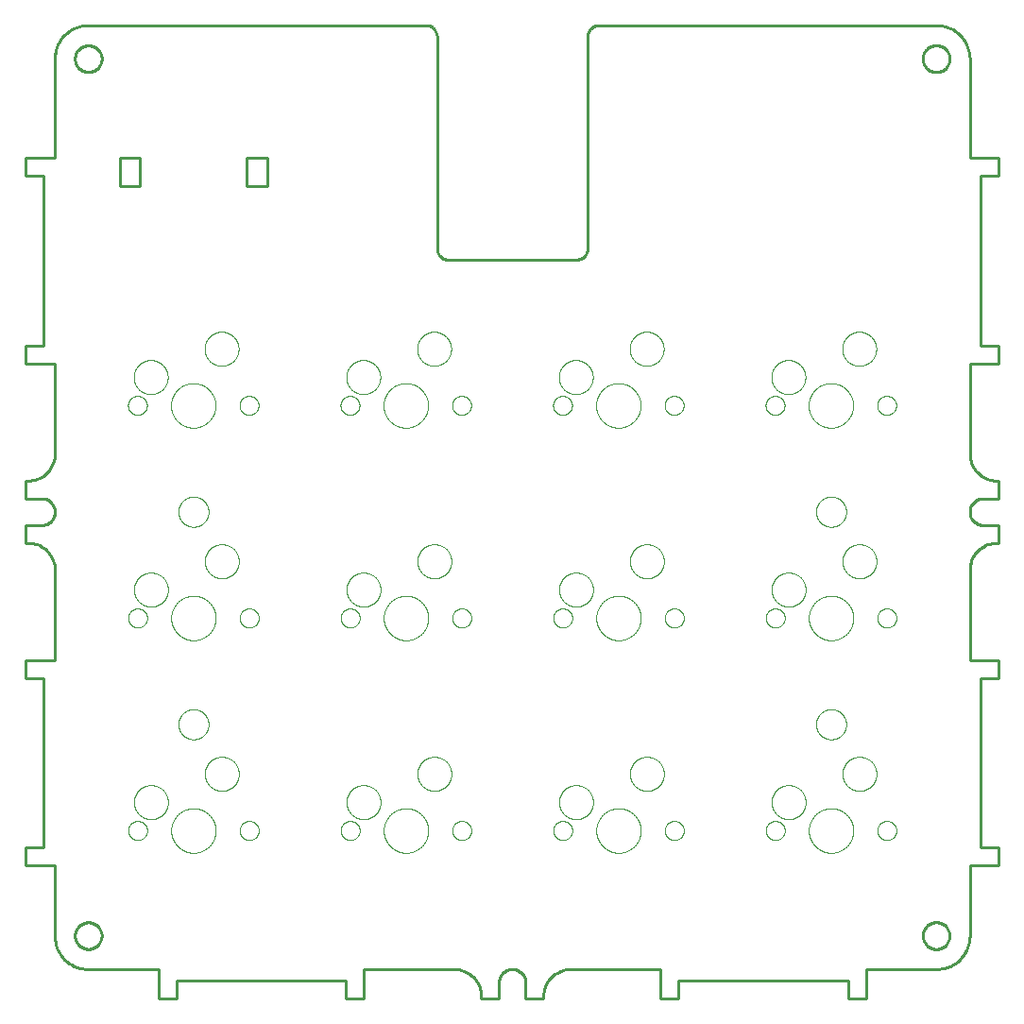
<source format=gbr>
G04 EAGLE Gerber RS-274X export*
G75*
%MOMM*%
%FSLAX34Y34*%
%LPD*%
%IN*%
%IPPOS*%
%AMOC8*
5,1,8,0,0,1.08239X$1,22.5*%
G01*
G04 Define Apertures*
%ADD10C,0.000000*%
%ADD11C,0.152400*%
%ADD12C,0.254000*%
D10*
X272250Y0D02*
X272254Y331D01*
X272266Y662D01*
X272287Y993D01*
X272315Y1323D01*
X272352Y1653D01*
X272396Y1981D01*
X272449Y2308D01*
X272509Y2634D01*
X272578Y2958D01*
X272655Y3280D01*
X272739Y3601D01*
X272831Y3919D01*
X272931Y4235D01*
X273039Y4548D01*
X273155Y4859D01*
X273278Y5166D01*
X273408Y5471D01*
X273546Y5772D01*
X273691Y6070D01*
X273844Y6364D01*
X274004Y6654D01*
X274171Y6940D01*
X274344Y7222D01*
X274525Y7500D01*
X274713Y7773D01*
X274907Y8042D01*
X275107Y8306D01*
X275314Y8564D01*
X275528Y8818D01*
X275747Y9066D01*
X275973Y9309D01*
X276204Y9546D01*
X276441Y9777D01*
X276684Y10003D01*
X276932Y10222D01*
X277186Y10436D01*
X277444Y10643D01*
X277708Y10843D01*
X277977Y11037D01*
X278250Y11225D01*
X278528Y11406D01*
X278810Y11579D01*
X279096Y11746D01*
X279386Y11906D01*
X279680Y12059D01*
X279978Y12204D01*
X280279Y12342D01*
X280584Y12472D01*
X280891Y12595D01*
X281202Y12711D01*
X281515Y12819D01*
X281831Y12919D01*
X282149Y13011D01*
X282470Y13095D01*
X282792Y13172D01*
X283116Y13241D01*
X283442Y13301D01*
X283769Y13354D01*
X284097Y13398D01*
X284427Y13435D01*
X284757Y13463D01*
X285088Y13484D01*
X285419Y13496D01*
X285750Y13500D01*
X286081Y13496D01*
X286412Y13484D01*
X286743Y13463D01*
X287073Y13435D01*
X287403Y13398D01*
X287731Y13354D01*
X288058Y13301D01*
X288384Y13241D01*
X288708Y13172D01*
X289030Y13095D01*
X289351Y13011D01*
X289669Y12919D01*
X289985Y12819D01*
X290298Y12711D01*
X290609Y12595D01*
X290916Y12472D01*
X291221Y12342D01*
X291522Y12204D01*
X291820Y12059D01*
X292114Y11906D01*
X292404Y11746D01*
X292690Y11579D01*
X292972Y11406D01*
X293250Y11225D01*
X293523Y11037D01*
X293792Y10843D01*
X294056Y10643D01*
X294314Y10436D01*
X294568Y10222D01*
X294816Y10003D01*
X295059Y9777D01*
X295296Y9546D01*
X295527Y9309D01*
X295753Y9066D01*
X295972Y8818D01*
X296186Y8564D01*
X296393Y8306D01*
X296593Y8042D01*
X296787Y7773D01*
X296975Y7500D01*
X297156Y7222D01*
X297329Y6940D01*
X297496Y6654D01*
X297656Y6364D01*
X297809Y6070D01*
X297954Y5772D01*
X298092Y5471D01*
X298222Y5166D01*
X298345Y4859D01*
X298461Y4548D01*
X298569Y4235D01*
X298669Y3919D01*
X298761Y3601D01*
X298845Y3280D01*
X298922Y2958D01*
X298991Y2634D01*
X299051Y2308D01*
X299104Y1981D01*
X299148Y1653D01*
X299185Y1323D01*
X299213Y993D01*
X299234Y662D01*
X299246Y331D01*
X299250Y0D01*
X299246Y-331D01*
X299234Y-662D01*
X299213Y-993D01*
X299185Y-1323D01*
X299148Y-1653D01*
X299104Y-1981D01*
X299051Y-2308D01*
X298991Y-2634D01*
X298922Y-2958D01*
X298845Y-3280D01*
X298761Y-3601D01*
X298669Y-3919D01*
X298569Y-4235D01*
X298461Y-4548D01*
X298345Y-4859D01*
X298222Y-5166D01*
X298092Y-5471D01*
X297954Y-5772D01*
X297809Y-6070D01*
X297656Y-6364D01*
X297496Y-6654D01*
X297329Y-6940D01*
X297156Y-7222D01*
X296975Y-7500D01*
X296787Y-7773D01*
X296593Y-8042D01*
X296393Y-8306D01*
X296186Y-8564D01*
X295972Y-8818D01*
X295753Y-9066D01*
X295527Y-9309D01*
X295296Y-9546D01*
X295059Y-9777D01*
X294816Y-10003D01*
X294568Y-10222D01*
X294314Y-10436D01*
X294056Y-10643D01*
X293792Y-10843D01*
X293523Y-11037D01*
X293250Y-11225D01*
X292972Y-11406D01*
X292690Y-11579D01*
X292404Y-11746D01*
X292114Y-11906D01*
X291820Y-12059D01*
X291522Y-12204D01*
X291221Y-12342D01*
X290916Y-12472D01*
X290609Y-12595D01*
X290298Y-12711D01*
X289985Y-12819D01*
X289669Y-12919D01*
X289351Y-13011D01*
X289030Y-13095D01*
X288708Y-13172D01*
X288384Y-13241D01*
X288058Y-13301D01*
X287731Y-13354D01*
X287403Y-13398D01*
X287073Y-13435D01*
X286743Y-13463D01*
X286412Y-13484D01*
X286081Y-13496D01*
X285750Y-13500D01*
X285419Y-13496D01*
X285088Y-13484D01*
X284757Y-13463D01*
X284427Y-13435D01*
X284097Y-13398D01*
X283769Y-13354D01*
X283442Y-13301D01*
X283116Y-13241D01*
X282792Y-13172D01*
X282470Y-13095D01*
X282149Y-13011D01*
X281831Y-12919D01*
X281515Y-12819D01*
X281202Y-12711D01*
X280891Y-12595D01*
X280584Y-12472D01*
X280279Y-12342D01*
X279978Y-12204D01*
X279680Y-12059D01*
X279386Y-11906D01*
X279096Y-11746D01*
X278810Y-11579D01*
X278528Y-11406D01*
X278250Y-11225D01*
X277977Y-11037D01*
X277708Y-10843D01*
X277444Y-10643D01*
X277186Y-10436D01*
X276932Y-10222D01*
X276684Y-10003D01*
X276441Y-9777D01*
X276204Y-9546D01*
X275973Y-9309D01*
X275747Y-9066D01*
X275528Y-8818D01*
X275314Y-8564D01*
X275107Y-8306D01*
X274907Y-8042D01*
X274713Y-7773D01*
X274525Y-7500D01*
X274344Y-7222D01*
X274171Y-6940D01*
X274004Y-6654D01*
X273844Y-6364D01*
X273691Y-6070D01*
X273546Y-5772D01*
X273408Y-5471D01*
X273278Y-5166D01*
X273155Y-4859D01*
X273039Y-4548D01*
X272931Y-4235D01*
X272831Y-3919D01*
X272739Y-3601D01*
X272655Y-3280D01*
X272578Y-2958D01*
X272509Y-2634D01*
X272449Y-2308D01*
X272396Y-1981D01*
X272352Y-1653D01*
X272315Y-1323D01*
X272287Y-993D01*
X272266Y-662D01*
X272254Y-331D01*
X272250Y0D01*
X-299250Y0D02*
X-299246Y331D01*
X-299234Y662D01*
X-299213Y993D01*
X-299185Y1323D01*
X-299148Y1653D01*
X-299104Y1981D01*
X-299051Y2308D01*
X-298991Y2634D01*
X-298922Y2958D01*
X-298845Y3280D01*
X-298761Y3601D01*
X-298669Y3919D01*
X-298569Y4235D01*
X-298461Y4548D01*
X-298345Y4859D01*
X-298222Y5166D01*
X-298092Y5471D01*
X-297954Y5772D01*
X-297809Y6070D01*
X-297656Y6364D01*
X-297496Y6654D01*
X-297329Y6940D01*
X-297156Y7222D01*
X-296975Y7500D01*
X-296787Y7773D01*
X-296593Y8042D01*
X-296393Y8306D01*
X-296186Y8564D01*
X-295972Y8818D01*
X-295753Y9066D01*
X-295527Y9309D01*
X-295296Y9546D01*
X-295059Y9777D01*
X-294816Y10003D01*
X-294568Y10222D01*
X-294314Y10436D01*
X-294056Y10643D01*
X-293792Y10843D01*
X-293523Y11037D01*
X-293250Y11225D01*
X-292972Y11406D01*
X-292690Y11579D01*
X-292404Y11746D01*
X-292114Y11906D01*
X-291820Y12059D01*
X-291522Y12204D01*
X-291221Y12342D01*
X-290916Y12472D01*
X-290609Y12595D01*
X-290298Y12711D01*
X-289985Y12819D01*
X-289669Y12919D01*
X-289351Y13011D01*
X-289030Y13095D01*
X-288708Y13172D01*
X-288384Y13241D01*
X-288058Y13301D01*
X-287731Y13354D01*
X-287403Y13398D01*
X-287073Y13435D01*
X-286743Y13463D01*
X-286412Y13484D01*
X-286081Y13496D01*
X-285750Y13500D01*
X-285419Y13496D01*
X-285088Y13484D01*
X-284757Y13463D01*
X-284427Y13435D01*
X-284097Y13398D01*
X-283769Y13354D01*
X-283442Y13301D01*
X-283116Y13241D01*
X-282792Y13172D01*
X-282470Y13095D01*
X-282149Y13011D01*
X-281831Y12919D01*
X-281515Y12819D01*
X-281202Y12711D01*
X-280891Y12595D01*
X-280584Y12472D01*
X-280279Y12342D01*
X-279978Y12204D01*
X-279680Y12059D01*
X-279386Y11906D01*
X-279096Y11746D01*
X-278810Y11579D01*
X-278528Y11406D01*
X-278250Y11225D01*
X-277977Y11037D01*
X-277708Y10843D01*
X-277444Y10643D01*
X-277186Y10436D01*
X-276932Y10222D01*
X-276684Y10003D01*
X-276441Y9777D01*
X-276204Y9546D01*
X-275973Y9309D01*
X-275747Y9066D01*
X-275528Y8818D01*
X-275314Y8564D01*
X-275107Y8306D01*
X-274907Y8042D01*
X-274713Y7773D01*
X-274525Y7500D01*
X-274344Y7222D01*
X-274171Y6940D01*
X-274004Y6654D01*
X-273844Y6364D01*
X-273691Y6070D01*
X-273546Y5772D01*
X-273408Y5471D01*
X-273278Y5166D01*
X-273155Y4859D01*
X-273039Y4548D01*
X-272931Y4235D01*
X-272831Y3919D01*
X-272739Y3601D01*
X-272655Y3280D01*
X-272578Y2958D01*
X-272509Y2634D01*
X-272449Y2308D01*
X-272396Y1981D01*
X-272352Y1653D01*
X-272315Y1323D01*
X-272287Y993D01*
X-272266Y662D01*
X-272254Y331D01*
X-272250Y0D01*
X-272254Y-331D01*
X-272266Y-662D01*
X-272287Y-993D01*
X-272315Y-1323D01*
X-272352Y-1653D01*
X-272396Y-1981D01*
X-272449Y-2308D01*
X-272509Y-2634D01*
X-272578Y-2958D01*
X-272655Y-3280D01*
X-272739Y-3601D01*
X-272831Y-3919D01*
X-272931Y-4235D01*
X-273039Y-4548D01*
X-273155Y-4859D01*
X-273278Y-5166D01*
X-273408Y-5471D01*
X-273546Y-5772D01*
X-273691Y-6070D01*
X-273844Y-6364D01*
X-274004Y-6654D01*
X-274171Y-6940D01*
X-274344Y-7222D01*
X-274525Y-7500D01*
X-274713Y-7773D01*
X-274907Y-8042D01*
X-275107Y-8306D01*
X-275314Y-8564D01*
X-275528Y-8818D01*
X-275747Y-9066D01*
X-275973Y-9309D01*
X-276204Y-9546D01*
X-276441Y-9777D01*
X-276684Y-10003D01*
X-276932Y-10222D01*
X-277186Y-10436D01*
X-277444Y-10643D01*
X-277708Y-10843D01*
X-277977Y-11037D01*
X-278250Y-11225D01*
X-278528Y-11406D01*
X-278810Y-11579D01*
X-279096Y-11746D01*
X-279386Y-11906D01*
X-279680Y-12059D01*
X-279978Y-12204D01*
X-280279Y-12342D01*
X-280584Y-12472D01*
X-280891Y-12595D01*
X-281202Y-12711D01*
X-281515Y-12819D01*
X-281831Y-12919D01*
X-282149Y-13011D01*
X-282470Y-13095D01*
X-282792Y-13172D01*
X-283116Y-13241D01*
X-283442Y-13301D01*
X-283769Y-13354D01*
X-284097Y-13398D01*
X-284427Y-13435D01*
X-284757Y-13463D01*
X-285088Y-13484D01*
X-285419Y-13496D01*
X-285750Y-13500D01*
X-286081Y-13496D01*
X-286412Y-13484D01*
X-286743Y-13463D01*
X-287073Y-13435D01*
X-287403Y-13398D01*
X-287731Y-13354D01*
X-288058Y-13301D01*
X-288384Y-13241D01*
X-288708Y-13172D01*
X-289030Y-13095D01*
X-289351Y-13011D01*
X-289669Y-12919D01*
X-289985Y-12819D01*
X-290298Y-12711D01*
X-290609Y-12595D01*
X-290916Y-12472D01*
X-291221Y-12342D01*
X-291522Y-12204D01*
X-291820Y-12059D01*
X-292114Y-11906D01*
X-292404Y-11746D01*
X-292690Y-11579D01*
X-292972Y-11406D01*
X-293250Y-11225D01*
X-293523Y-11037D01*
X-293792Y-10843D01*
X-294056Y-10643D01*
X-294314Y-10436D01*
X-294568Y-10222D01*
X-294816Y-10003D01*
X-295059Y-9777D01*
X-295296Y-9546D01*
X-295527Y-9309D01*
X-295753Y-9066D01*
X-295972Y-8818D01*
X-296186Y-8564D01*
X-296393Y-8306D01*
X-296593Y-8042D01*
X-296787Y-7773D01*
X-296975Y-7500D01*
X-297156Y-7222D01*
X-297329Y-6940D01*
X-297496Y-6654D01*
X-297656Y-6364D01*
X-297809Y-6070D01*
X-297954Y-5772D01*
X-298092Y-5471D01*
X-298222Y-5166D01*
X-298345Y-4859D01*
X-298461Y-4548D01*
X-298569Y-4235D01*
X-298669Y-3919D01*
X-298761Y-3601D01*
X-298845Y-3280D01*
X-298922Y-2958D01*
X-298991Y-2634D01*
X-299051Y-2308D01*
X-299104Y-1981D01*
X-299148Y-1653D01*
X-299185Y-1323D01*
X-299213Y-993D01*
X-299234Y-662D01*
X-299246Y-331D01*
X-299250Y0D01*
X-299250Y-190500D02*
X-299246Y-190169D01*
X-299234Y-189838D01*
X-299213Y-189507D01*
X-299185Y-189177D01*
X-299148Y-188847D01*
X-299104Y-188519D01*
X-299051Y-188192D01*
X-298991Y-187866D01*
X-298922Y-187542D01*
X-298845Y-187220D01*
X-298761Y-186899D01*
X-298669Y-186581D01*
X-298569Y-186265D01*
X-298461Y-185952D01*
X-298345Y-185641D01*
X-298222Y-185334D01*
X-298092Y-185029D01*
X-297954Y-184728D01*
X-297809Y-184430D01*
X-297656Y-184136D01*
X-297496Y-183846D01*
X-297329Y-183560D01*
X-297156Y-183278D01*
X-296975Y-183000D01*
X-296787Y-182727D01*
X-296593Y-182458D01*
X-296393Y-182194D01*
X-296186Y-181936D01*
X-295972Y-181682D01*
X-295753Y-181434D01*
X-295527Y-181191D01*
X-295296Y-180954D01*
X-295059Y-180723D01*
X-294816Y-180497D01*
X-294568Y-180278D01*
X-294314Y-180064D01*
X-294056Y-179857D01*
X-293792Y-179657D01*
X-293523Y-179463D01*
X-293250Y-179275D01*
X-292972Y-179094D01*
X-292690Y-178921D01*
X-292404Y-178754D01*
X-292114Y-178594D01*
X-291820Y-178441D01*
X-291522Y-178296D01*
X-291221Y-178158D01*
X-290916Y-178028D01*
X-290609Y-177905D01*
X-290298Y-177789D01*
X-289985Y-177681D01*
X-289669Y-177581D01*
X-289351Y-177489D01*
X-289030Y-177405D01*
X-288708Y-177328D01*
X-288384Y-177259D01*
X-288058Y-177199D01*
X-287731Y-177146D01*
X-287403Y-177102D01*
X-287073Y-177065D01*
X-286743Y-177037D01*
X-286412Y-177016D01*
X-286081Y-177004D01*
X-285750Y-177000D01*
X-285419Y-177004D01*
X-285088Y-177016D01*
X-284757Y-177037D01*
X-284427Y-177065D01*
X-284097Y-177102D01*
X-283769Y-177146D01*
X-283442Y-177199D01*
X-283116Y-177259D01*
X-282792Y-177328D01*
X-282470Y-177405D01*
X-282149Y-177489D01*
X-281831Y-177581D01*
X-281515Y-177681D01*
X-281202Y-177789D01*
X-280891Y-177905D01*
X-280584Y-178028D01*
X-280279Y-178158D01*
X-279978Y-178296D01*
X-279680Y-178441D01*
X-279386Y-178594D01*
X-279096Y-178754D01*
X-278810Y-178921D01*
X-278528Y-179094D01*
X-278250Y-179275D01*
X-277977Y-179463D01*
X-277708Y-179657D01*
X-277444Y-179857D01*
X-277186Y-180064D01*
X-276932Y-180278D01*
X-276684Y-180497D01*
X-276441Y-180723D01*
X-276204Y-180954D01*
X-275973Y-181191D01*
X-275747Y-181434D01*
X-275528Y-181682D01*
X-275314Y-181936D01*
X-275107Y-182194D01*
X-274907Y-182458D01*
X-274713Y-182727D01*
X-274525Y-183000D01*
X-274344Y-183278D01*
X-274171Y-183560D01*
X-274004Y-183846D01*
X-273844Y-184136D01*
X-273691Y-184430D01*
X-273546Y-184728D01*
X-273408Y-185029D01*
X-273278Y-185334D01*
X-273155Y-185641D01*
X-273039Y-185952D01*
X-272931Y-186265D01*
X-272831Y-186581D01*
X-272739Y-186899D01*
X-272655Y-187220D01*
X-272578Y-187542D01*
X-272509Y-187866D01*
X-272449Y-188192D01*
X-272396Y-188519D01*
X-272352Y-188847D01*
X-272315Y-189177D01*
X-272287Y-189507D01*
X-272266Y-189838D01*
X-272254Y-190169D01*
X-272250Y-190500D01*
X-272254Y-190831D01*
X-272266Y-191162D01*
X-272287Y-191493D01*
X-272315Y-191823D01*
X-272352Y-192153D01*
X-272396Y-192481D01*
X-272449Y-192808D01*
X-272509Y-193134D01*
X-272578Y-193458D01*
X-272655Y-193780D01*
X-272739Y-194101D01*
X-272831Y-194419D01*
X-272931Y-194735D01*
X-273039Y-195048D01*
X-273155Y-195359D01*
X-273278Y-195666D01*
X-273408Y-195971D01*
X-273546Y-196272D01*
X-273691Y-196570D01*
X-273844Y-196864D01*
X-274004Y-197154D01*
X-274171Y-197440D01*
X-274344Y-197722D01*
X-274525Y-198000D01*
X-274713Y-198273D01*
X-274907Y-198542D01*
X-275107Y-198806D01*
X-275314Y-199064D01*
X-275528Y-199318D01*
X-275747Y-199566D01*
X-275973Y-199809D01*
X-276204Y-200046D01*
X-276441Y-200277D01*
X-276684Y-200503D01*
X-276932Y-200722D01*
X-277186Y-200936D01*
X-277444Y-201143D01*
X-277708Y-201343D01*
X-277977Y-201537D01*
X-278250Y-201725D01*
X-278528Y-201906D01*
X-278810Y-202079D01*
X-279096Y-202246D01*
X-279386Y-202406D01*
X-279680Y-202559D01*
X-279978Y-202704D01*
X-280279Y-202842D01*
X-280584Y-202972D01*
X-280891Y-203095D01*
X-281202Y-203211D01*
X-281515Y-203319D01*
X-281831Y-203419D01*
X-282149Y-203511D01*
X-282470Y-203595D01*
X-282792Y-203672D01*
X-283116Y-203741D01*
X-283442Y-203801D01*
X-283769Y-203854D01*
X-284097Y-203898D01*
X-284427Y-203935D01*
X-284757Y-203963D01*
X-285088Y-203984D01*
X-285419Y-203996D01*
X-285750Y-204000D01*
X-286081Y-203996D01*
X-286412Y-203984D01*
X-286743Y-203963D01*
X-287073Y-203935D01*
X-287403Y-203898D01*
X-287731Y-203854D01*
X-288058Y-203801D01*
X-288384Y-203741D01*
X-288708Y-203672D01*
X-289030Y-203595D01*
X-289351Y-203511D01*
X-289669Y-203419D01*
X-289985Y-203319D01*
X-290298Y-203211D01*
X-290609Y-203095D01*
X-290916Y-202972D01*
X-291221Y-202842D01*
X-291522Y-202704D01*
X-291820Y-202559D01*
X-292114Y-202406D01*
X-292404Y-202246D01*
X-292690Y-202079D01*
X-292972Y-201906D01*
X-293250Y-201725D01*
X-293523Y-201537D01*
X-293792Y-201343D01*
X-294056Y-201143D01*
X-294314Y-200936D01*
X-294568Y-200722D01*
X-294816Y-200503D01*
X-295059Y-200277D01*
X-295296Y-200046D01*
X-295527Y-199809D01*
X-295753Y-199566D01*
X-295972Y-199318D01*
X-296186Y-199064D01*
X-296393Y-198806D01*
X-296593Y-198542D01*
X-296787Y-198273D01*
X-296975Y-198000D01*
X-297156Y-197722D01*
X-297329Y-197440D01*
X-297496Y-197154D01*
X-297656Y-196864D01*
X-297809Y-196570D01*
X-297954Y-196272D01*
X-298092Y-195971D01*
X-298222Y-195666D01*
X-298345Y-195359D01*
X-298461Y-195048D01*
X-298569Y-194735D01*
X-298669Y-194419D01*
X-298761Y-194101D01*
X-298845Y-193780D01*
X-298922Y-193458D01*
X-298991Y-193134D01*
X-299051Y-192808D01*
X-299104Y-192481D01*
X-299148Y-192153D01*
X-299185Y-191823D01*
X-299213Y-191493D01*
X-299234Y-191162D01*
X-299246Y-190831D01*
X-299250Y-190500D01*
X272250Y-190500D02*
X272254Y-190169D01*
X272266Y-189838D01*
X272287Y-189507D01*
X272315Y-189177D01*
X272352Y-188847D01*
X272396Y-188519D01*
X272449Y-188192D01*
X272509Y-187866D01*
X272578Y-187542D01*
X272655Y-187220D01*
X272739Y-186899D01*
X272831Y-186581D01*
X272931Y-186265D01*
X273039Y-185952D01*
X273155Y-185641D01*
X273278Y-185334D01*
X273408Y-185029D01*
X273546Y-184728D01*
X273691Y-184430D01*
X273844Y-184136D01*
X274004Y-183846D01*
X274171Y-183560D01*
X274344Y-183278D01*
X274525Y-183000D01*
X274713Y-182727D01*
X274907Y-182458D01*
X275107Y-182194D01*
X275314Y-181936D01*
X275528Y-181682D01*
X275747Y-181434D01*
X275973Y-181191D01*
X276204Y-180954D01*
X276441Y-180723D01*
X276684Y-180497D01*
X276932Y-180278D01*
X277186Y-180064D01*
X277444Y-179857D01*
X277708Y-179657D01*
X277977Y-179463D01*
X278250Y-179275D01*
X278528Y-179094D01*
X278810Y-178921D01*
X279096Y-178754D01*
X279386Y-178594D01*
X279680Y-178441D01*
X279978Y-178296D01*
X280279Y-178158D01*
X280584Y-178028D01*
X280891Y-177905D01*
X281202Y-177789D01*
X281515Y-177681D01*
X281831Y-177581D01*
X282149Y-177489D01*
X282470Y-177405D01*
X282792Y-177328D01*
X283116Y-177259D01*
X283442Y-177199D01*
X283769Y-177146D01*
X284097Y-177102D01*
X284427Y-177065D01*
X284757Y-177037D01*
X285088Y-177016D01*
X285419Y-177004D01*
X285750Y-177000D01*
X286081Y-177004D01*
X286412Y-177016D01*
X286743Y-177037D01*
X287073Y-177065D01*
X287403Y-177102D01*
X287731Y-177146D01*
X288058Y-177199D01*
X288384Y-177259D01*
X288708Y-177328D01*
X289030Y-177405D01*
X289351Y-177489D01*
X289669Y-177581D01*
X289985Y-177681D01*
X290298Y-177789D01*
X290609Y-177905D01*
X290916Y-178028D01*
X291221Y-178158D01*
X291522Y-178296D01*
X291820Y-178441D01*
X292114Y-178594D01*
X292404Y-178754D01*
X292690Y-178921D01*
X292972Y-179094D01*
X293250Y-179275D01*
X293523Y-179463D01*
X293792Y-179657D01*
X294056Y-179857D01*
X294314Y-180064D01*
X294568Y-180278D01*
X294816Y-180497D01*
X295059Y-180723D01*
X295296Y-180954D01*
X295527Y-181191D01*
X295753Y-181434D01*
X295972Y-181682D01*
X296186Y-181936D01*
X296393Y-182194D01*
X296593Y-182458D01*
X296787Y-182727D01*
X296975Y-183000D01*
X297156Y-183278D01*
X297329Y-183560D01*
X297496Y-183846D01*
X297656Y-184136D01*
X297809Y-184430D01*
X297954Y-184728D01*
X298092Y-185029D01*
X298222Y-185334D01*
X298345Y-185641D01*
X298461Y-185952D01*
X298569Y-186265D01*
X298669Y-186581D01*
X298761Y-186899D01*
X298845Y-187220D01*
X298922Y-187542D01*
X298991Y-187866D01*
X299051Y-188192D01*
X299104Y-188519D01*
X299148Y-188847D01*
X299185Y-189177D01*
X299213Y-189507D01*
X299234Y-189838D01*
X299246Y-190169D01*
X299250Y-190500D01*
X299246Y-190831D01*
X299234Y-191162D01*
X299213Y-191493D01*
X299185Y-191823D01*
X299148Y-192153D01*
X299104Y-192481D01*
X299051Y-192808D01*
X298991Y-193134D01*
X298922Y-193458D01*
X298845Y-193780D01*
X298761Y-194101D01*
X298669Y-194419D01*
X298569Y-194735D01*
X298461Y-195048D01*
X298345Y-195359D01*
X298222Y-195666D01*
X298092Y-195971D01*
X297954Y-196272D01*
X297809Y-196570D01*
X297656Y-196864D01*
X297496Y-197154D01*
X297329Y-197440D01*
X297156Y-197722D01*
X296975Y-198000D01*
X296787Y-198273D01*
X296593Y-198542D01*
X296393Y-198806D01*
X296186Y-199064D01*
X295972Y-199318D01*
X295753Y-199566D01*
X295527Y-199809D01*
X295296Y-200046D01*
X295059Y-200277D01*
X294816Y-200503D01*
X294568Y-200722D01*
X294314Y-200936D01*
X294056Y-201143D01*
X293792Y-201343D01*
X293523Y-201537D01*
X293250Y-201725D01*
X292972Y-201906D01*
X292690Y-202079D01*
X292404Y-202246D01*
X292114Y-202406D01*
X291820Y-202559D01*
X291522Y-202704D01*
X291221Y-202842D01*
X290916Y-202972D01*
X290609Y-203095D01*
X290298Y-203211D01*
X289985Y-203319D01*
X289669Y-203419D01*
X289351Y-203511D01*
X289030Y-203595D01*
X288708Y-203672D01*
X288384Y-203741D01*
X288058Y-203801D01*
X287731Y-203854D01*
X287403Y-203898D01*
X287073Y-203935D01*
X286743Y-203963D01*
X286412Y-203984D01*
X286081Y-203996D01*
X285750Y-204000D01*
X285419Y-203996D01*
X285088Y-203984D01*
X284757Y-203963D01*
X284427Y-203935D01*
X284097Y-203898D01*
X283769Y-203854D01*
X283442Y-203801D01*
X283116Y-203741D01*
X282792Y-203672D01*
X282470Y-203595D01*
X282149Y-203511D01*
X281831Y-203419D01*
X281515Y-203319D01*
X281202Y-203211D01*
X280891Y-203095D01*
X280584Y-202972D01*
X280279Y-202842D01*
X279978Y-202704D01*
X279680Y-202559D01*
X279386Y-202406D01*
X279096Y-202246D01*
X278810Y-202079D01*
X278528Y-201906D01*
X278250Y-201725D01*
X277977Y-201537D01*
X277708Y-201343D01*
X277444Y-201143D01*
X277186Y-200936D01*
X276932Y-200722D01*
X276684Y-200503D01*
X276441Y-200277D01*
X276204Y-200046D01*
X275973Y-199809D01*
X275747Y-199566D01*
X275528Y-199318D01*
X275314Y-199064D01*
X275107Y-198806D01*
X274907Y-198542D01*
X274713Y-198273D01*
X274525Y-198000D01*
X274344Y-197722D01*
X274171Y-197440D01*
X274004Y-197154D01*
X273844Y-196864D01*
X273691Y-196570D01*
X273546Y-196272D01*
X273408Y-195971D01*
X273278Y-195666D01*
X273155Y-195359D01*
X273039Y-195048D01*
X272931Y-194735D01*
X272831Y-194419D01*
X272739Y-194101D01*
X272655Y-193780D01*
X272578Y-193458D01*
X272509Y-193134D01*
X272449Y-192808D01*
X272396Y-192481D01*
X272352Y-192153D01*
X272315Y-191823D01*
X272287Y-191493D01*
X272266Y-191162D01*
X272254Y-190831D01*
X272250Y-190500D01*
D11*
X-237950Y291546D02*
X-237950Y317546D01*
X-219950Y317546D01*
X-219950Y291546D01*
X-237950Y291546D01*
X-351950Y291546D02*
X-351950Y317546D01*
X-333950Y317546D01*
X-333950Y291546D01*
X-351950Y291546D01*
X-392000Y-380000D02*
X-391996Y-379706D01*
X-391986Y-379411D01*
X-391967Y-379117D01*
X-391942Y-378824D01*
X-391910Y-378531D01*
X-391870Y-378239D01*
X-391823Y-377948D01*
X-391769Y-377659D01*
X-391708Y-377371D01*
X-391640Y-377084D01*
X-391565Y-376799D01*
X-391483Y-376517D01*
X-391394Y-376236D01*
X-391299Y-375957D01*
X-391196Y-375681D01*
X-391087Y-375408D01*
X-390971Y-375137D01*
X-390848Y-374869D01*
X-390719Y-374605D01*
X-390583Y-374343D01*
X-390441Y-374085D01*
X-390293Y-373831D01*
X-390138Y-373580D01*
X-389978Y-373333D01*
X-389811Y-373090D01*
X-389638Y-372852D01*
X-389460Y-372617D01*
X-389276Y-372387D01*
X-389087Y-372162D01*
X-388891Y-371941D01*
X-388691Y-371726D01*
X-388485Y-371515D01*
X-388274Y-371309D01*
X-388059Y-371109D01*
X-387838Y-370913D01*
X-387613Y-370724D01*
X-387383Y-370540D01*
X-387148Y-370362D01*
X-386910Y-370189D01*
X-386667Y-370022D01*
X-386420Y-369862D01*
X-386169Y-369707D01*
X-385915Y-369559D01*
X-385657Y-369417D01*
X-385395Y-369281D01*
X-385131Y-369152D01*
X-384863Y-369029D01*
X-384592Y-368913D01*
X-384319Y-368804D01*
X-384043Y-368701D01*
X-383764Y-368606D01*
X-383483Y-368517D01*
X-383201Y-368435D01*
X-382916Y-368360D01*
X-382629Y-368292D01*
X-382341Y-368231D01*
X-382052Y-368177D01*
X-381761Y-368130D01*
X-381469Y-368090D01*
X-381176Y-368058D01*
X-380883Y-368033D01*
X-380589Y-368014D01*
X-380294Y-368004D01*
X-380000Y-368000D01*
X-379706Y-368004D01*
X-379411Y-368014D01*
X-379117Y-368033D01*
X-378824Y-368058D01*
X-378531Y-368090D01*
X-378239Y-368130D01*
X-377948Y-368177D01*
X-377659Y-368231D01*
X-377371Y-368292D01*
X-377084Y-368360D01*
X-376799Y-368435D01*
X-376517Y-368517D01*
X-376236Y-368606D01*
X-375957Y-368701D01*
X-375681Y-368804D01*
X-375408Y-368913D01*
X-375137Y-369029D01*
X-374869Y-369152D01*
X-374605Y-369281D01*
X-374343Y-369417D01*
X-374085Y-369559D01*
X-373831Y-369707D01*
X-373580Y-369862D01*
X-373333Y-370022D01*
X-373090Y-370189D01*
X-372852Y-370362D01*
X-372617Y-370540D01*
X-372387Y-370724D01*
X-372162Y-370913D01*
X-371941Y-371109D01*
X-371726Y-371309D01*
X-371515Y-371515D01*
X-371309Y-371726D01*
X-371109Y-371941D01*
X-370913Y-372162D01*
X-370724Y-372387D01*
X-370540Y-372617D01*
X-370362Y-372852D01*
X-370189Y-373090D01*
X-370022Y-373333D01*
X-369862Y-373580D01*
X-369707Y-373831D01*
X-369559Y-374085D01*
X-369417Y-374343D01*
X-369281Y-374605D01*
X-369152Y-374869D01*
X-369029Y-375137D01*
X-368913Y-375408D01*
X-368804Y-375681D01*
X-368701Y-375957D01*
X-368606Y-376236D01*
X-368517Y-376517D01*
X-368435Y-376799D01*
X-368360Y-377084D01*
X-368292Y-377371D01*
X-368231Y-377659D01*
X-368177Y-377948D01*
X-368130Y-378239D01*
X-368090Y-378531D01*
X-368058Y-378824D01*
X-368033Y-379117D01*
X-368014Y-379411D01*
X-368004Y-379706D01*
X-368000Y-380000D01*
X-368004Y-380294D01*
X-368014Y-380589D01*
X-368033Y-380883D01*
X-368058Y-381176D01*
X-368090Y-381469D01*
X-368130Y-381761D01*
X-368177Y-382052D01*
X-368231Y-382341D01*
X-368292Y-382629D01*
X-368360Y-382916D01*
X-368435Y-383201D01*
X-368517Y-383483D01*
X-368606Y-383764D01*
X-368701Y-384043D01*
X-368804Y-384319D01*
X-368913Y-384592D01*
X-369029Y-384863D01*
X-369152Y-385131D01*
X-369281Y-385395D01*
X-369417Y-385657D01*
X-369559Y-385915D01*
X-369707Y-386169D01*
X-369862Y-386420D01*
X-370022Y-386667D01*
X-370189Y-386910D01*
X-370362Y-387148D01*
X-370540Y-387383D01*
X-370724Y-387613D01*
X-370913Y-387838D01*
X-371109Y-388059D01*
X-371309Y-388274D01*
X-371515Y-388485D01*
X-371726Y-388691D01*
X-371941Y-388891D01*
X-372162Y-389087D01*
X-372387Y-389276D01*
X-372617Y-389460D01*
X-372852Y-389638D01*
X-373090Y-389811D01*
X-373333Y-389978D01*
X-373580Y-390138D01*
X-373831Y-390293D01*
X-374085Y-390441D01*
X-374343Y-390583D01*
X-374605Y-390719D01*
X-374869Y-390848D01*
X-375137Y-390971D01*
X-375408Y-391087D01*
X-375681Y-391196D01*
X-375957Y-391299D01*
X-376236Y-391394D01*
X-376517Y-391483D01*
X-376799Y-391565D01*
X-377084Y-391640D01*
X-377371Y-391708D01*
X-377659Y-391769D01*
X-377948Y-391823D01*
X-378239Y-391870D01*
X-378531Y-391910D01*
X-378824Y-391942D01*
X-379117Y-391967D01*
X-379411Y-391986D01*
X-379706Y-391996D01*
X-380000Y-392000D01*
X-380294Y-391996D01*
X-380589Y-391986D01*
X-380883Y-391967D01*
X-381176Y-391942D01*
X-381469Y-391910D01*
X-381761Y-391870D01*
X-382052Y-391823D01*
X-382341Y-391769D01*
X-382629Y-391708D01*
X-382916Y-391640D01*
X-383201Y-391565D01*
X-383483Y-391483D01*
X-383764Y-391394D01*
X-384043Y-391299D01*
X-384319Y-391196D01*
X-384592Y-391087D01*
X-384863Y-390971D01*
X-385131Y-390848D01*
X-385395Y-390719D01*
X-385657Y-390583D01*
X-385915Y-390441D01*
X-386169Y-390293D01*
X-386420Y-390138D01*
X-386667Y-389978D01*
X-386910Y-389811D01*
X-387148Y-389638D01*
X-387383Y-389460D01*
X-387613Y-389276D01*
X-387838Y-389087D01*
X-388059Y-388891D01*
X-388274Y-388691D01*
X-388485Y-388485D01*
X-388691Y-388274D01*
X-388891Y-388059D01*
X-389087Y-387838D01*
X-389276Y-387613D01*
X-389460Y-387383D01*
X-389638Y-387148D01*
X-389811Y-386910D01*
X-389978Y-386667D01*
X-390138Y-386420D01*
X-390293Y-386169D01*
X-390441Y-385915D01*
X-390583Y-385657D01*
X-390719Y-385395D01*
X-390848Y-385131D01*
X-390971Y-384863D01*
X-391087Y-384592D01*
X-391196Y-384319D01*
X-391299Y-384043D01*
X-391394Y-383764D01*
X-391483Y-383483D01*
X-391565Y-383201D01*
X-391640Y-382916D01*
X-391708Y-382629D01*
X-391769Y-382341D01*
X-391823Y-382052D01*
X-391870Y-381761D01*
X-391910Y-381469D01*
X-391942Y-381176D01*
X-391967Y-380883D01*
X-391986Y-380589D01*
X-391996Y-380294D01*
X-392000Y-380000D01*
X-392000Y406000D02*
X-391996Y406294D01*
X-391986Y406589D01*
X-391967Y406883D01*
X-391942Y407176D01*
X-391910Y407469D01*
X-391870Y407761D01*
X-391823Y408052D01*
X-391769Y408341D01*
X-391708Y408629D01*
X-391640Y408916D01*
X-391565Y409201D01*
X-391483Y409483D01*
X-391394Y409764D01*
X-391299Y410043D01*
X-391196Y410319D01*
X-391087Y410592D01*
X-390971Y410863D01*
X-390848Y411131D01*
X-390719Y411395D01*
X-390583Y411657D01*
X-390441Y411915D01*
X-390293Y412169D01*
X-390138Y412420D01*
X-389978Y412667D01*
X-389811Y412910D01*
X-389638Y413148D01*
X-389460Y413383D01*
X-389276Y413613D01*
X-389087Y413838D01*
X-388891Y414059D01*
X-388691Y414274D01*
X-388485Y414485D01*
X-388274Y414691D01*
X-388059Y414891D01*
X-387838Y415087D01*
X-387613Y415276D01*
X-387383Y415460D01*
X-387148Y415638D01*
X-386910Y415811D01*
X-386667Y415978D01*
X-386420Y416138D01*
X-386169Y416293D01*
X-385915Y416441D01*
X-385657Y416583D01*
X-385395Y416719D01*
X-385131Y416848D01*
X-384863Y416971D01*
X-384592Y417087D01*
X-384319Y417196D01*
X-384043Y417299D01*
X-383764Y417394D01*
X-383483Y417483D01*
X-383201Y417565D01*
X-382916Y417640D01*
X-382629Y417708D01*
X-382341Y417769D01*
X-382052Y417823D01*
X-381761Y417870D01*
X-381469Y417910D01*
X-381176Y417942D01*
X-380883Y417967D01*
X-380589Y417986D01*
X-380294Y417996D01*
X-380000Y418000D01*
X-379706Y417996D01*
X-379411Y417986D01*
X-379117Y417967D01*
X-378824Y417942D01*
X-378531Y417910D01*
X-378239Y417870D01*
X-377948Y417823D01*
X-377659Y417769D01*
X-377371Y417708D01*
X-377084Y417640D01*
X-376799Y417565D01*
X-376517Y417483D01*
X-376236Y417394D01*
X-375957Y417299D01*
X-375681Y417196D01*
X-375408Y417087D01*
X-375137Y416971D01*
X-374869Y416848D01*
X-374605Y416719D01*
X-374343Y416583D01*
X-374085Y416441D01*
X-373831Y416293D01*
X-373580Y416138D01*
X-373333Y415978D01*
X-373090Y415811D01*
X-372852Y415638D01*
X-372617Y415460D01*
X-372387Y415276D01*
X-372162Y415087D01*
X-371941Y414891D01*
X-371726Y414691D01*
X-371515Y414485D01*
X-371309Y414274D01*
X-371109Y414059D01*
X-370913Y413838D01*
X-370724Y413613D01*
X-370540Y413383D01*
X-370362Y413148D01*
X-370189Y412910D01*
X-370022Y412667D01*
X-369862Y412420D01*
X-369707Y412169D01*
X-369559Y411915D01*
X-369417Y411657D01*
X-369281Y411395D01*
X-369152Y411131D01*
X-369029Y410863D01*
X-368913Y410592D01*
X-368804Y410319D01*
X-368701Y410043D01*
X-368606Y409764D01*
X-368517Y409483D01*
X-368435Y409201D01*
X-368360Y408916D01*
X-368292Y408629D01*
X-368231Y408341D01*
X-368177Y408052D01*
X-368130Y407761D01*
X-368090Y407469D01*
X-368058Y407176D01*
X-368033Y406883D01*
X-368014Y406589D01*
X-368004Y406294D01*
X-368000Y406000D01*
X-368004Y405706D01*
X-368014Y405411D01*
X-368033Y405117D01*
X-368058Y404824D01*
X-368090Y404531D01*
X-368130Y404239D01*
X-368177Y403948D01*
X-368231Y403659D01*
X-368292Y403371D01*
X-368360Y403084D01*
X-368435Y402799D01*
X-368517Y402517D01*
X-368606Y402236D01*
X-368701Y401957D01*
X-368804Y401681D01*
X-368913Y401408D01*
X-369029Y401137D01*
X-369152Y400869D01*
X-369281Y400605D01*
X-369417Y400343D01*
X-369559Y400085D01*
X-369707Y399831D01*
X-369862Y399580D01*
X-370022Y399333D01*
X-370189Y399090D01*
X-370362Y398852D01*
X-370540Y398617D01*
X-370724Y398387D01*
X-370913Y398162D01*
X-371109Y397941D01*
X-371309Y397726D01*
X-371515Y397515D01*
X-371726Y397309D01*
X-371941Y397109D01*
X-372162Y396913D01*
X-372387Y396724D01*
X-372617Y396540D01*
X-372852Y396362D01*
X-373090Y396189D01*
X-373333Y396022D01*
X-373580Y395862D01*
X-373831Y395707D01*
X-374085Y395559D01*
X-374343Y395417D01*
X-374605Y395281D01*
X-374869Y395152D01*
X-375137Y395029D01*
X-375408Y394913D01*
X-375681Y394804D01*
X-375957Y394701D01*
X-376236Y394606D01*
X-376517Y394517D01*
X-376799Y394435D01*
X-377084Y394360D01*
X-377371Y394292D01*
X-377659Y394231D01*
X-377948Y394177D01*
X-378239Y394130D01*
X-378531Y394090D01*
X-378824Y394058D01*
X-379117Y394033D01*
X-379411Y394014D01*
X-379706Y394004D01*
X-380000Y394000D01*
X-380294Y394004D01*
X-380589Y394014D01*
X-380883Y394033D01*
X-381176Y394058D01*
X-381469Y394090D01*
X-381761Y394130D01*
X-382052Y394177D01*
X-382341Y394231D01*
X-382629Y394292D01*
X-382916Y394360D01*
X-383201Y394435D01*
X-383483Y394517D01*
X-383764Y394606D01*
X-384043Y394701D01*
X-384319Y394804D01*
X-384592Y394913D01*
X-384863Y395029D01*
X-385131Y395152D01*
X-385395Y395281D01*
X-385657Y395417D01*
X-385915Y395559D01*
X-386169Y395707D01*
X-386420Y395862D01*
X-386667Y396022D01*
X-386910Y396189D01*
X-387148Y396362D01*
X-387383Y396540D01*
X-387613Y396724D01*
X-387838Y396913D01*
X-388059Y397109D01*
X-388274Y397309D01*
X-388485Y397515D01*
X-388691Y397726D01*
X-388891Y397941D01*
X-389087Y398162D01*
X-389276Y398387D01*
X-389460Y398617D01*
X-389638Y398852D01*
X-389811Y399090D01*
X-389978Y399333D01*
X-390138Y399580D01*
X-390293Y399831D01*
X-390441Y400085D01*
X-390583Y400343D01*
X-390719Y400605D01*
X-390848Y400869D01*
X-390971Y401137D01*
X-391087Y401408D01*
X-391196Y401681D01*
X-391299Y401957D01*
X-391394Y402236D01*
X-391483Y402517D01*
X-391565Y402799D01*
X-391640Y403084D01*
X-391708Y403371D01*
X-391769Y403659D01*
X-391823Y403948D01*
X-391870Y404239D01*
X-391910Y404531D01*
X-391942Y404824D01*
X-391967Y405117D01*
X-391986Y405411D01*
X-391996Y405706D01*
X-392000Y406000D01*
X368000Y-380000D02*
X368004Y-379706D01*
X368014Y-379411D01*
X368033Y-379117D01*
X368058Y-378824D01*
X368090Y-378531D01*
X368130Y-378239D01*
X368177Y-377948D01*
X368231Y-377659D01*
X368292Y-377371D01*
X368360Y-377084D01*
X368435Y-376799D01*
X368517Y-376517D01*
X368606Y-376236D01*
X368701Y-375957D01*
X368804Y-375681D01*
X368913Y-375408D01*
X369029Y-375137D01*
X369152Y-374869D01*
X369281Y-374605D01*
X369417Y-374343D01*
X369559Y-374085D01*
X369707Y-373831D01*
X369862Y-373580D01*
X370022Y-373333D01*
X370189Y-373090D01*
X370362Y-372852D01*
X370540Y-372617D01*
X370724Y-372387D01*
X370913Y-372162D01*
X371109Y-371941D01*
X371309Y-371726D01*
X371515Y-371515D01*
X371726Y-371309D01*
X371941Y-371109D01*
X372162Y-370913D01*
X372387Y-370724D01*
X372617Y-370540D01*
X372852Y-370362D01*
X373090Y-370189D01*
X373333Y-370022D01*
X373580Y-369862D01*
X373831Y-369707D01*
X374085Y-369559D01*
X374343Y-369417D01*
X374605Y-369281D01*
X374869Y-369152D01*
X375137Y-369029D01*
X375408Y-368913D01*
X375681Y-368804D01*
X375957Y-368701D01*
X376236Y-368606D01*
X376517Y-368517D01*
X376799Y-368435D01*
X377084Y-368360D01*
X377371Y-368292D01*
X377659Y-368231D01*
X377948Y-368177D01*
X378239Y-368130D01*
X378531Y-368090D01*
X378824Y-368058D01*
X379117Y-368033D01*
X379411Y-368014D01*
X379706Y-368004D01*
X380000Y-368000D01*
X380294Y-368004D01*
X380589Y-368014D01*
X380883Y-368033D01*
X381176Y-368058D01*
X381469Y-368090D01*
X381761Y-368130D01*
X382052Y-368177D01*
X382341Y-368231D01*
X382629Y-368292D01*
X382916Y-368360D01*
X383201Y-368435D01*
X383483Y-368517D01*
X383764Y-368606D01*
X384043Y-368701D01*
X384319Y-368804D01*
X384592Y-368913D01*
X384863Y-369029D01*
X385131Y-369152D01*
X385395Y-369281D01*
X385657Y-369417D01*
X385915Y-369559D01*
X386169Y-369707D01*
X386420Y-369862D01*
X386667Y-370022D01*
X386910Y-370189D01*
X387148Y-370362D01*
X387383Y-370540D01*
X387613Y-370724D01*
X387838Y-370913D01*
X388059Y-371109D01*
X388274Y-371309D01*
X388485Y-371515D01*
X388691Y-371726D01*
X388891Y-371941D01*
X389087Y-372162D01*
X389276Y-372387D01*
X389460Y-372617D01*
X389638Y-372852D01*
X389811Y-373090D01*
X389978Y-373333D01*
X390138Y-373580D01*
X390293Y-373831D01*
X390441Y-374085D01*
X390583Y-374343D01*
X390719Y-374605D01*
X390848Y-374869D01*
X390971Y-375137D01*
X391087Y-375408D01*
X391196Y-375681D01*
X391299Y-375957D01*
X391394Y-376236D01*
X391483Y-376517D01*
X391565Y-376799D01*
X391640Y-377084D01*
X391708Y-377371D01*
X391769Y-377659D01*
X391823Y-377948D01*
X391870Y-378239D01*
X391910Y-378531D01*
X391942Y-378824D01*
X391967Y-379117D01*
X391986Y-379411D01*
X391996Y-379706D01*
X392000Y-380000D01*
X391996Y-380294D01*
X391986Y-380589D01*
X391967Y-380883D01*
X391942Y-381176D01*
X391910Y-381469D01*
X391870Y-381761D01*
X391823Y-382052D01*
X391769Y-382341D01*
X391708Y-382629D01*
X391640Y-382916D01*
X391565Y-383201D01*
X391483Y-383483D01*
X391394Y-383764D01*
X391299Y-384043D01*
X391196Y-384319D01*
X391087Y-384592D01*
X390971Y-384863D01*
X390848Y-385131D01*
X390719Y-385395D01*
X390583Y-385657D01*
X390441Y-385915D01*
X390293Y-386169D01*
X390138Y-386420D01*
X389978Y-386667D01*
X389811Y-386910D01*
X389638Y-387148D01*
X389460Y-387383D01*
X389276Y-387613D01*
X389087Y-387838D01*
X388891Y-388059D01*
X388691Y-388274D01*
X388485Y-388485D01*
X388274Y-388691D01*
X388059Y-388891D01*
X387838Y-389087D01*
X387613Y-389276D01*
X387383Y-389460D01*
X387148Y-389638D01*
X386910Y-389811D01*
X386667Y-389978D01*
X386420Y-390138D01*
X386169Y-390293D01*
X385915Y-390441D01*
X385657Y-390583D01*
X385395Y-390719D01*
X385131Y-390848D01*
X384863Y-390971D01*
X384592Y-391087D01*
X384319Y-391196D01*
X384043Y-391299D01*
X383764Y-391394D01*
X383483Y-391483D01*
X383201Y-391565D01*
X382916Y-391640D01*
X382629Y-391708D01*
X382341Y-391769D01*
X382052Y-391823D01*
X381761Y-391870D01*
X381469Y-391910D01*
X381176Y-391942D01*
X380883Y-391967D01*
X380589Y-391986D01*
X380294Y-391996D01*
X380000Y-392000D01*
X379706Y-391996D01*
X379411Y-391986D01*
X379117Y-391967D01*
X378824Y-391942D01*
X378531Y-391910D01*
X378239Y-391870D01*
X377948Y-391823D01*
X377659Y-391769D01*
X377371Y-391708D01*
X377084Y-391640D01*
X376799Y-391565D01*
X376517Y-391483D01*
X376236Y-391394D01*
X375957Y-391299D01*
X375681Y-391196D01*
X375408Y-391087D01*
X375137Y-390971D01*
X374869Y-390848D01*
X374605Y-390719D01*
X374343Y-390583D01*
X374085Y-390441D01*
X373831Y-390293D01*
X373580Y-390138D01*
X373333Y-389978D01*
X373090Y-389811D01*
X372852Y-389638D01*
X372617Y-389460D01*
X372387Y-389276D01*
X372162Y-389087D01*
X371941Y-388891D01*
X371726Y-388691D01*
X371515Y-388485D01*
X371309Y-388274D01*
X371109Y-388059D01*
X370913Y-387838D01*
X370724Y-387613D01*
X370540Y-387383D01*
X370362Y-387148D01*
X370189Y-386910D01*
X370022Y-386667D01*
X369862Y-386420D01*
X369707Y-386169D01*
X369559Y-385915D01*
X369417Y-385657D01*
X369281Y-385395D01*
X369152Y-385131D01*
X369029Y-384863D01*
X368913Y-384592D01*
X368804Y-384319D01*
X368701Y-384043D01*
X368606Y-383764D01*
X368517Y-383483D01*
X368435Y-383201D01*
X368360Y-382916D01*
X368292Y-382629D01*
X368231Y-382341D01*
X368177Y-382052D01*
X368130Y-381761D01*
X368090Y-381469D01*
X368058Y-381176D01*
X368033Y-380883D01*
X368014Y-380589D01*
X368004Y-380294D01*
X368000Y-380000D01*
X368000Y406000D02*
X368004Y406294D01*
X368014Y406589D01*
X368033Y406883D01*
X368058Y407176D01*
X368090Y407469D01*
X368130Y407761D01*
X368177Y408052D01*
X368231Y408341D01*
X368292Y408629D01*
X368360Y408916D01*
X368435Y409201D01*
X368517Y409483D01*
X368606Y409764D01*
X368701Y410043D01*
X368804Y410319D01*
X368913Y410592D01*
X369029Y410863D01*
X369152Y411131D01*
X369281Y411395D01*
X369417Y411657D01*
X369559Y411915D01*
X369707Y412169D01*
X369862Y412420D01*
X370022Y412667D01*
X370189Y412910D01*
X370362Y413148D01*
X370540Y413383D01*
X370724Y413613D01*
X370913Y413838D01*
X371109Y414059D01*
X371309Y414274D01*
X371515Y414485D01*
X371726Y414691D01*
X371941Y414891D01*
X372162Y415087D01*
X372387Y415276D01*
X372617Y415460D01*
X372852Y415638D01*
X373090Y415811D01*
X373333Y415978D01*
X373580Y416138D01*
X373831Y416293D01*
X374085Y416441D01*
X374343Y416583D01*
X374605Y416719D01*
X374869Y416848D01*
X375137Y416971D01*
X375408Y417087D01*
X375681Y417196D01*
X375957Y417299D01*
X376236Y417394D01*
X376517Y417483D01*
X376799Y417565D01*
X377084Y417640D01*
X377371Y417708D01*
X377659Y417769D01*
X377948Y417823D01*
X378239Y417870D01*
X378531Y417910D01*
X378824Y417942D01*
X379117Y417967D01*
X379411Y417986D01*
X379706Y417996D01*
X380000Y418000D01*
X380294Y417996D01*
X380589Y417986D01*
X380883Y417967D01*
X381176Y417942D01*
X381469Y417910D01*
X381761Y417870D01*
X382052Y417823D01*
X382341Y417769D01*
X382629Y417708D01*
X382916Y417640D01*
X383201Y417565D01*
X383483Y417483D01*
X383764Y417394D01*
X384043Y417299D01*
X384319Y417196D01*
X384592Y417087D01*
X384863Y416971D01*
X385131Y416848D01*
X385395Y416719D01*
X385657Y416583D01*
X385915Y416441D01*
X386169Y416293D01*
X386420Y416138D01*
X386667Y415978D01*
X386910Y415811D01*
X387148Y415638D01*
X387383Y415460D01*
X387613Y415276D01*
X387838Y415087D01*
X388059Y414891D01*
X388274Y414691D01*
X388485Y414485D01*
X388691Y414274D01*
X388891Y414059D01*
X389087Y413838D01*
X389276Y413613D01*
X389460Y413383D01*
X389638Y413148D01*
X389811Y412910D01*
X389978Y412667D01*
X390138Y412420D01*
X390293Y412169D01*
X390441Y411915D01*
X390583Y411657D01*
X390719Y411395D01*
X390848Y411131D01*
X390971Y410863D01*
X391087Y410592D01*
X391196Y410319D01*
X391299Y410043D01*
X391394Y409764D01*
X391483Y409483D01*
X391565Y409201D01*
X391640Y408916D01*
X391708Y408629D01*
X391769Y408341D01*
X391823Y408052D01*
X391870Y407761D01*
X391910Y407469D01*
X391942Y407176D01*
X391967Y406883D01*
X391986Y406589D01*
X391996Y406294D01*
X392000Y406000D01*
X391996Y405706D01*
X391986Y405411D01*
X391967Y405117D01*
X391942Y404824D01*
X391910Y404531D01*
X391870Y404239D01*
X391823Y403948D01*
X391769Y403659D01*
X391708Y403371D01*
X391640Y403084D01*
X391565Y402799D01*
X391483Y402517D01*
X391394Y402236D01*
X391299Y401957D01*
X391196Y401681D01*
X391087Y401408D01*
X390971Y401137D01*
X390848Y400869D01*
X390719Y400605D01*
X390583Y400343D01*
X390441Y400085D01*
X390293Y399831D01*
X390138Y399580D01*
X389978Y399333D01*
X389811Y399090D01*
X389638Y398852D01*
X389460Y398617D01*
X389276Y398387D01*
X389087Y398162D01*
X388891Y397941D01*
X388691Y397726D01*
X388485Y397515D01*
X388274Y397309D01*
X388059Y397109D01*
X387838Y396913D01*
X387613Y396724D01*
X387383Y396540D01*
X387148Y396362D01*
X386910Y396189D01*
X386667Y396022D01*
X386420Y395862D01*
X386169Y395707D01*
X385915Y395559D01*
X385657Y395417D01*
X385395Y395281D01*
X385131Y395152D01*
X384863Y395029D01*
X384592Y394913D01*
X384319Y394804D01*
X384043Y394701D01*
X383764Y394606D01*
X383483Y394517D01*
X383201Y394435D01*
X382916Y394360D01*
X382629Y394292D01*
X382341Y394231D01*
X382052Y394177D01*
X381761Y394130D01*
X381469Y394090D01*
X381176Y394058D01*
X380883Y394033D01*
X380589Y394014D01*
X380294Y394004D01*
X380000Y394000D01*
X379706Y394004D01*
X379411Y394014D01*
X379117Y394033D01*
X378824Y394058D01*
X378531Y394090D01*
X378239Y394130D01*
X377948Y394177D01*
X377659Y394231D01*
X377371Y394292D01*
X377084Y394360D01*
X376799Y394435D01*
X376517Y394517D01*
X376236Y394606D01*
X375957Y394701D01*
X375681Y394804D01*
X375408Y394913D01*
X375137Y395029D01*
X374869Y395152D01*
X374605Y395281D01*
X374343Y395417D01*
X374085Y395559D01*
X373831Y395707D01*
X373580Y395862D01*
X373333Y396022D01*
X373090Y396189D01*
X372852Y396362D01*
X372617Y396540D01*
X372387Y396724D01*
X372162Y396913D01*
X371941Y397109D01*
X371726Y397309D01*
X371515Y397515D01*
X371309Y397726D01*
X371109Y397941D01*
X370913Y398162D01*
X370724Y398387D01*
X370540Y398617D01*
X370362Y398852D01*
X370189Y399090D01*
X370022Y399333D01*
X369862Y399580D01*
X369707Y399831D01*
X369559Y400085D01*
X369417Y400343D01*
X369281Y400605D01*
X369152Y400869D01*
X369029Y401137D01*
X368913Y401408D01*
X368804Y401681D01*
X368701Y401957D01*
X368606Y402236D01*
X368517Y402517D01*
X368435Y402799D01*
X368360Y403084D01*
X368292Y403371D01*
X368231Y403659D01*
X368177Y403948D01*
X368130Y404239D01*
X368090Y404531D01*
X368058Y404824D01*
X368033Y405117D01*
X368014Y405411D01*
X368004Y405706D01*
X368000Y406000D01*
X-410000Y-52000D02*
X-410000Y-133050D01*
X-436000Y-133050D01*
X-436000Y-149050D01*
X-420000Y-149050D01*
X-420000Y-300950D01*
X-436000Y-300950D01*
X-436000Y-316950D01*
X-410000Y-316950D01*
X-410000Y-380000D01*
X-409991Y-380725D01*
X-409965Y-381449D01*
X-409921Y-382173D01*
X-409860Y-382895D01*
X-409781Y-383616D01*
X-409685Y-384335D01*
X-409572Y-385051D01*
X-409441Y-385764D01*
X-409293Y-386474D01*
X-409128Y-387179D01*
X-408946Y-387881D01*
X-408747Y-388578D01*
X-408532Y-389271D01*
X-408299Y-389957D01*
X-408050Y-390638D01*
X-407785Y-391313D01*
X-407504Y-391981D01*
X-407206Y-392642D01*
X-406893Y-393296D01*
X-406564Y-393942D01*
X-406219Y-394580D01*
X-405859Y-395209D01*
X-405484Y-395829D01*
X-405094Y-396440D01*
X-404690Y-397042D01*
X-404271Y-397634D01*
X-403837Y-398215D01*
X-403390Y-398786D01*
X-402929Y-399345D01*
X-402455Y-399894D01*
X-401968Y-400430D01*
X-401468Y-400955D01*
X-400955Y-401468D01*
X-400430Y-401968D01*
X-399894Y-402455D01*
X-399345Y-402929D01*
X-398786Y-403390D01*
X-398215Y-403837D01*
X-397634Y-404271D01*
X-397042Y-404690D01*
X-396440Y-405094D01*
X-395829Y-405484D01*
X-395209Y-405859D01*
X-394580Y-406219D01*
X-393942Y-406564D01*
X-393296Y-406893D01*
X-392642Y-407206D01*
X-391981Y-407504D01*
X-391313Y-407785D01*
X-390638Y-408050D01*
X-389957Y-408299D01*
X-389271Y-408532D01*
X-388578Y-408747D01*
X-387881Y-408946D01*
X-387179Y-409128D01*
X-386474Y-409293D01*
X-385764Y-409441D01*
X-385051Y-409572D01*
X-384335Y-409685D01*
X-383616Y-409781D01*
X-382895Y-409860D01*
X-382173Y-409921D01*
X-381449Y-409965D01*
X-380725Y-409991D01*
X-380000Y-410000D01*
X-316950Y-410000D01*
X-316950Y-436000D01*
X-300950Y-436000D01*
X-300950Y-420000D01*
X-149050Y-420000D01*
X-149050Y-436000D01*
X-133050Y-436000D01*
X-133050Y-410000D01*
X-52000Y-410000D01*
X-51420Y-410007D01*
X-50840Y-410028D01*
X-50262Y-410063D01*
X-49684Y-410112D01*
X-49107Y-410175D01*
X-48532Y-410252D01*
X-47959Y-410343D01*
X-47389Y-410447D01*
X-46821Y-410565D01*
X-46256Y-410697D01*
X-45695Y-410843D01*
X-45137Y-411002D01*
X-44584Y-411175D01*
X-44034Y-411361D01*
X-43489Y-411560D01*
X-42950Y-411772D01*
X-42415Y-411997D01*
X-41886Y-412235D01*
X-41363Y-412486D01*
X-40847Y-412749D01*
X-40336Y-413025D01*
X-39833Y-413313D01*
X-39337Y-413613D01*
X-38848Y-413925D01*
X-38366Y-414248D01*
X-37893Y-414584D01*
X-37428Y-414930D01*
X-36972Y-415288D01*
X-36524Y-415656D01*
X-36085Y-416036D01*
X-35656Y-416426D01*
X-35236Y-416826D01*
X-34826Y-417236D01*
X-34426Y-417656D01*
X-34036Y-418085D01*
X-33656Y-418524D01*
X-33288Y-418972D01*
X-32930Y-419428D01*
X-32584Y-419893D01*
X-32248Y-420366D01*
X-31925Y-420848D01*
X-31613Y-421337D01*
X-31313Y-421833D01*
X-31025Y-422336D01*
X-30749Y-422847D01*
X-30486Y-423363D01*
X-30235Y-423886D01*
X-29997Y-424415D01*
X-29772Y-424950D01*
X-29560Y-425489D01*
X-29361Y-426034D01*
X-29175Y-426584D01*
X-29002Y-427137D01*
X-28843Y-427695D01*
X-28697Y-428256D01*
X-28565Y-428821D01*
X-28447Y-429389D01*
X-28343Y-429959D01*
X-28252Y-430532D01*
X-28175Y-431107D01*
X-28112Y-431684D01*
X-28063Y-432262D01*
X-28028Y-432840D01*
X-28007Y-433420D01*
X-28000Y-434000D01*
X-28000Y-436000D01*
X-12000Y-436000D01*
X-12000Y-422000D01*
X-11996Y-421708D01*
X-11986Y-421416D01*
X-11968Y-421124D01*
X-11943Y-420833D01*
X-11911Y-420542D01*
X-11872Y-420253D01*
X-11826Y-419964D01*
X-11773Y-419677D01*
X-11713Y-419391D01*
X-11646Y-419106D01*
X-11572Y-418824D01*
X-11491Y-418543D01*
X-11404Y-418264D01*
X-11309Y-417987D01*
X-11208Y-417713D01*
X-11100Y-417442D01*
X-10986Y-417173D01*
X-10865Y-416907D01*
X-10738Y-416643D01*
X-10605Y-416384D01*
X-10465Y-416127D01*
X-10318Y-415874D01*
X-10166Y-415624D01*
X-10008Y-415379D01*
X-9844Y-415137D01*
X-9674Y-414899D01*
X-9498Y-414666D01*
X-9317Y-414437D01*
X-9130Y-414212D01*
X-8937Y-413992D01*
X-8740Y-413777D01*
X-8537Y-413567D01*
X-8329Y-413361D01*
X-8116Y-413161D01*
X-7898Y-412966D01*
X-7676Y-412776D01*
X-7449Y-412592D01*
X-7218Y-412413D01*
X-6982Y-412241D01*
X-6743Y-412073D01*
X-6499Y-411912D01*
X-6251Y-411757D01*
X-6000Y-411608D01*
X-5745Y-411465D01*
X-5487Y-411328D01*
X-5225Y-411197D01*
X-4961Y-411073D01*
X-4693Y-410956D01*
X-4423Y-410845D01*
X-4150Y-410740D01*
X-3875Y-410643D01*
X-3597Y-410552D01*
X-3317Y-410468D01*
X-3035Y-410390D01*
X-2752Y-410320D01*
X-2466Y-410256D01*
X-2180Y-410200D01*
X-1892Y-410150D01*
X-1603Y-410107D01*
X-1312Y-410072D01*
X-1022Y-410044D01*
X-730Y-410022D01*
X-438Y-410008D01*
X-146Y-410001D01*
X146Y-410001D01*
X438Y-410008D01*
X730Y-410022D01*
X1022Y-410044D01*
X1312Y-410072D01*
X1603Y-410107D01*
X1892Y-410150D01*
X2180Y-410200D01*
X2466Y-410256D01*
X2752Y-410320D01*
X3035Y-410390D01*
X3317Y-410468D01*
X3597Y-410552D01*
X3875Y-410643D01*
X4150Y-410740D01*
X4423Y-410845D01*
X4693Y-410956D01*
X4961Y-411073D01*
X5225Y-411197D01*
X5487Y-411328D01*
X5745Y-411465D01*
X6000Y-411608D01*
X6251Y-411757D01*
X6499Y-411912D01*
X6743Y-412073D01*
X6982Y-412241D01*
X7218Y-412413D01*
X7449Y-412592D01*
X7676Y-412776D01*
X7898Y-412966D01*
X8116Y-413161D01*
X8329Y-413361D01*
X8537Y-413567D01*
X8740Y-413777D01*
X8937Y-413992D01*
X9130Y-414212D01*
X9317Y-414437D01*
X9498Y-414666D01*
X9674Y-414899D01*
X9844Y-415137D01*
X10008Y-415379D01*
X10166Y-415624D01*
X10318Y-415874D01*
X10465Y-416127D01*
X10605Y-416384D01*
X10738Y-416643D01*
X10865Y-416907D01*
X10986Y-417173D01*
X11100Y-417442D01*
X11208Y-417713D01*
X11309Y-417987D01*
X11404Y-418264D01*
X11491Y-418543D01*
X11572Y-418824D01*
X11646Y-419106D01*
X11713Y-419391D01*
X11773Y-419677D01*
X11826Y-419964D01*
X11872Y-420253D01*
X11911Y-420542D01*
X11943Y-420833D01*
X11968Y-421124D01*
X11986Y-421416D01*
X11996Y-421708D01*
X12000Y-422000D01*
X12000Y-436000D01*
X28000Y-436000D01*
X28000Y-434000D01*
X28007Y-433420D01*
X28028Y-432840D01*
X28063Y-432262D01*
X28112Y-431684D01*
X28175Y-431107D01*
X28252Y-430532D01*
X28343Y-429959D01*
X28447Y-429389D01*
X28565Y-428821D01*
X28697Y-428256D01*
X28843Y-427695D01*
X29002Y-427137D01*
X29175Y-426584D01*
X29361Y-426034D01*
X29560Y-425489D01*
X29772Y-424950D01*
X29997Y-424415D01*
X30235Y-423886D01*
X30486Y-423363D01*
X30749Y-422847D01*
X31025Y-422336D01*
X31313Y-421833D01*
X31613Y-421337D01*
X31925Y-420848D01*
X32248Y-420366D01*
X32584Y-419893D01*
X32930Y-419428D01*
X33288Y-418972D01*
X33656Y-418524D01*
X34036Y-418085D01*
X34426Y-417656D01*
X34826Y-417236D01*
X35236Y-416826D01*
X35656Y-416426D01*
X36085Y-416036D01*
X36524Y-415656D01*
X36972Y-415288D01*
X37428Y-414930D01*
X37893Y-414584D01*
X38366Y-414248D01*
X38848Y-413925D01*
X39337Y-413613D01*
X39833Y-413313D01*
X40336Y-413025D01*
X40847Y-412749D01*
X41363Y-412486D01*
X41886Y-412235D01*
X42415Y-411997D01*
X42950Y-411772D01*
X43489Y-411560D01*
X44034Y-411361D01*
X44584Y-411175D01*
X45137Y-411002D01*
X45695Y-410843D01*
X46256Y-410697D01*
X46821Y-410565D01*
X47389Y-410447D01*
X47959Y-410343D01*
X48532Y-410252D01*
X49107Y-410175D01*
X49684Y-410112D01*
X50262Y-410063D01*
X50840Y-410028D01*
X51420Y-410007D01*
X52000Y-410000D01*
X133050Y-410000D01*
X133050Y-436000D01*
X149050Y-436000D01*
X149050Y-420000D01*
X300950Y-420000D01*
X300950Y-436000D01*
X316950Y-436000D01*
X316950Y-410000D01*
X380000Y-410000D01*
X380725Y-409991D01*
X381449Y-409965D01*
X382173Y-409921D01*
X382895Y-409860D01*
X383616Y-409781D01*
X384335Y-409685D01*
X385051Y-409572D01*
X385764Y-409441D01*
X386474Y-409293D01*
X387179Y-409128D01*
X387881Y-408946D01*
X388578Y-408747D01*
X389271Y-408532D01*
X389957Y-408299D01*
X390638Y-408050D01*
X391313Y-407785D01*
X391981Y-407504D01*
X392642Y-407206D01*
X393296Y-406893D01*
X393942Y-406564D01*
X394580Y-406219D01*
X395209Y-405859D01*
X395829Y-405484D01*
X396440Y-405094D01*
X397042Y-404690D01*
X397634Y-404271D01*
X398215Y-403837D01*
X398786Y-403390D01*
X399345Y-402929D01*
X399894Y-402455D01*
X400430Y-401968D01*
X400955Y-401468D01*
X401468Y-400955D01*
X401968Y-400430D01*
X402455Y-399894D01*
X402929Y-399345D01*
X403390Y-398786D01*
X403837Y-398215D01*
X404271Y-397634D01*
X404690Y-397042D01*
X405094Y-396440D01*
X405484Y-395829D01*
X405859Y-395209D01*
X406219Y-394580D01*
X406564Y-393942D01*
X406893Y-393296D01*
X407206Y-392642D01*
X407504Y-391981D01*
X407785Y-391313D01*
X408050Y-390638D01*
X408299Y-389957D01*
X408532Y-389271D01*
X408747Y-388578D01*
X408946Y-387881D01*
X409128Y-387179D01*
X409293Y-386474D01*
X409441Y-385764D01*
X409572Y-385051D01*
X409685Y-384335D01*
X409781Y-383616D01*
X409860Y-382895D01*
X409921Y-382173D01*
X409965Y-381449D01*
X409991Y-380725D01*
X410000Y-380000D01*
X410000Y-316950D01*
X436000Y-316950D01*
X436000Y-300950D01*
X420000Y-300950D01*
X420000Y-149050D01*
X436000Y-149050D01*
X436000Y-133050D01*
X410000Y-133050D01*
X410000Y-52000D01*
X410007Y-51420D01*
X410028Y-50840D01*
X410063Y-50262D01*
X410112Y-49684D01*
X410175Y-49107D01*
X410252Y-48532D01*
X410343Y-47959D01*
X410447Y-47389D01*
X410565Y-46821D01*
X410697Y-46256D01*
X410843Y-45695D01*
X411002Y-45137D01*
X411175Y-44584D01*
X411361Y-44034D01*
X411560Y-43489D01*
X411772Y-42950D01*
X411997Y-42415D01*
X412235Y-41886D01*
X412486Y-41363D01*
X412749Y-40847D01*
X413025Y-40336D01*
X413313Y-39833D01*
X413613Y-39337D01*
X413925Y-38848D01*
X414248Y-38366D01*
X414584Y-37893D01*
X414930Y-37428D01*
X415288Y-36972D01*
X415656Y-36524D01*
X416036Y-36085D01*
X416426Y-35656D01*
X416826Y-35236D01*
X417236Y-34826D01*
X417656Y-34426D01*
X418085Y-34036D01*
X418524Y-33656D01*
X418972Y-33288D01*
X419428Y-32930D01*
X419893Y-32584D01*
X420366Y-32248D01*
X420848Y-31925D01*
X421337Y-31613D01*
X421833Y-31313D01*
X422336Y-31025D01*
X422847Y-30749D01*
X423363Y-30486D01*
X423886Y-30235D01*
X424415Y-29997D01*
X424950Y-29772D01*
X425489Y-29560D01*
X426034Y-29361D01*
X426584Y-29175D01*
X427137Y-29002D01*
X427695Y-28843D01*
X428256Y-28697D01*
X428821Y-28565D01*
X429389Y-28447D01*
X429959Y-28343D01*
X430532Y-28252D01*
X431107Y-28175D01*
X431684Y-28112D01*
X432262Y-28063D01*
X432840Y-28028D01*
X433420Y-28007D01*
X434000Y-28000D01*
X436000Y-28000D01*
X436000Y-12000D01*
X422000Y-12000D01*
X421708Y-11996D01*
X421416Y-11986D01*
X421124Y-11968D01*
X420833Y-11943D01*
X420542Y-11911D01*
X420253Y-11872D01*
X419964Y-11826D01*
X419677Y-11773D01*
X419391Y-11713D01*
X419106Y-11646D01*
X418824Y-11572D01*
X418543Y-11491D01*
X418264Y-11404D01*
X417987Y-11309D01*
X417713Y-11208D01*
X417442Y-11100D01*
X417173Y-10986D01*
X416907Y-10865D01*
X416643Y-10738D01*
X416384Y-10605D01*
X416127Y-10465D01*
X415874Y-10318D01*
X415624Y-10166D01*
X415379Y-10008D01*
X415137Y-9844D01*
X414899Y-9674D01*
X414666Y-9498D01*
X414437Y-9317D01*
X414212Y-9130D01*
X413992Y-8937D01*
X413777Y-8740D01*
X413567Y-8537D01*
X413361Y-8329D01*
X413161Y-8116D01*
X412966Y-7898D01*
X412776Y-7676D01*
X412592Y-7449D01*
X412413Y-7218D01*
X412241Y-6982D01*
X412073Y-6743D01*
X411912Y-6499D01*
X411757Y-6251D01*
X411608Y-6000D01*
X411465Y-5745D01*
X411328Y-5487D01*
X411197Y-5225D01*
X411073Y-4961D01*
X410956Y-4693D01*
X410845Y-4423D01*
X410740Y-4150D01*
X410643Y-3875D01*
X410552Y-3597D01*
X410468Y-3317D01*
X410390Y-3035D01*
X410320Y-2752D01*
X410256Y-2466D01*
X410200Y-2180D01*
X410150Y-1892D01*
X410107Y-1603D01*
X410072Y-1312D01*
X410044Y-1022D01*
X410022Y-730D01*
X410008Y-438D01*
X410001Y-146D01*
X410001Y146D01*
X410008Y438D01*
X410022Y730D01*
X410044Y1022D01*
X410072Y1312D01*
X410107Y1603D01*
X410150Y1892D01*
X410200Y2180D01*
X410256Y2466D01*
X410320Y2752D01*
X410390Y3035D01*
X410468Y3317D01*
X410552Y3597D01*
X410643Y3875D01*
X410740Y4150D01*
X410845Y4423D01*
X410956Y4693D01*
X411073Y4961D01*
X411197Y5225D01*
X411328Y5487D01*
X411465Y5745D01*
X411608Y6000D01*
X411757Y6251D01*
X411912Y6499D01*
X412073Y6743D01*
X412241Y6982D01*
X412413Y7218D01*
X412592Y7449D01*
X412776Y7676D01*
X412966Y7898D01*
X413161Y8116D01*
X413361Y8329D01*
X413567Y8537D01*
X413777Y8740D01*
X413992Y8937D01*
X414212Y9130D01*
X414437Y9317D01*
X414666Y9498D01*
X414899Y9674D01*
X415137Y9844D01*
X415379Y10008D01*
X415624Y10166D01*
X415874Y10318D01*
X416127Y10465D01*
X416384Y10605D01*
X416643Y10738D01*
X416907Y10865D01*
X417173Y10986D01*
X417442Y11100D01*
X417713Y11208D01*
X417987Y11309D01*
X418264Y11404D01*
X418543Y11491D01*
X418824Y11572D01*
X419106Y11646D01*
X419391Y11713D01*
X419677Y11773D01*
X419964Y11826D01*
X420253Y11872D01*
X420542Y11911D01*
X420833Y11943D01*
X421124Y11968D01*
X421416Y11986D01*
X421708Y11996D01*
X422000Y12000D01*
X436000Y12000D01*
X436000Y28000D01*
X434000Y28000D01*
X433420Y28007D01*
X432840Y28028D01*
X432262Y28063D01*
X431684Y28112D01*
X431107Y28175D01*
X430532Y28252D01*
X429959Y28343D01*
X429389Y28447D01*
X428821Y28565D01*
X428256Y28697D01*
X427695Y28843D01*
X427137Y29002D01*
X426584Y29175D01*
X426034Y29361D01*
X425489Y29560D01*
X424950Y29772D01*
X424415Y29997D01*
X423886Y30235D01*
X423363Y30486D01*
X422847Y30749D01*
X422336Y31025D01*
X421833Y31313D01*
X421337Y31613D01*
X420848Y31925D01*
X420366Y32248D01*
X419893Y32584D01*
X419428Y32930D01*
X418972Y33288D01*
X418524Y33656D01*
X418085Y34036D01*
X417656Y34426D01*
X417236Y34826D01*
X416826Y35236D01*
X416426Y35656D01*
X416036Y36085D01*
X415656Y36524D01*
X415288Y36972D01*
X414930Y37428D01*
X414584Y37893D01*
X414248Y38366D01*
X413925Y38848D01*
X413613Y39337D01*
X413313Y39833D01*
X413025Y40336D01*
X412749Y40847D01*
X412486Y41363D01*
X412235Y41886D01*
X411997Y42415D01*
X411772Y42950D01*
X411560Y43489D01*
X411361Y44034D01*
X411175Y44584D01*
X411002Y45137D01*
X410843Y45695D01*
X410697Y46256D01*
X410565Y46821D01*
X410447Y47389D01*
X410343Y47959D01*
X410252Y48532D01*
X410175Y49107D01*
X410112Y49684D01*
X410063Y50262D01*
X410028Y50840D01*
X410007Y51420D01*
X410000Y52000D01*
X410000Y133050D01*
X436000Y133050D01*
X436000Y149050D01*
X420000Y149050D01*
X420000Y300950D01*
X436000Y300950D01*
X436000Y316950D01*
X410000Y316950D01*
X410000Y406000D01*
X409991Y406725D01*
X409965Y407449D01*
X409921Y408173D01*
X409860Y408895D01*
X409781Y409616D01*
X409685Y410335D01*
X409572Y411051D01*
X409441Y411764D01*
X409293Y412474D01*
X409128Y413179D01*
X408946Y413881D01*
X408747Y414578D01*
X408532Y415271D01*
X408299Y415957D01*
X408050Y416638D01*
X407785Y417313D01*
X407504Y417981D01*
X407206Y418642D01*
X406893Y419296D01*
X406564Y419942D01*
X406219Y420580D01*
X405859Y421209D01*
X405484Y421829D01*
X405094Y422440D01*
X404690Y423042D01*
X404271Y423634D01*
X403837Y424215D01*
X403390Y424786D01*
X402929Y425345D01*
X402455Y425894D01*
X401968Y426430D01*
X401468Y426955D01*
X400955Y427468D01*
X400430Y427968D01*
X399894Y428455D01*
X399345Y428929D01*
X398786Y429390D01*
X398215Y429837D01*
X397634Y430271D01*
X397042Y430690D01*
X396440Y431094D01*
X395829Y431484D01*
X395209Y431859D01*
X394580Y432219D01*
X393942Y432564D01*
X393296Y432893D01*
X392642Y433206D01*
X391981Y433504D01*
X391313Y433785D01*
X390638Y434050D01*
X389957Y434299D01*
X389271Y434532D01*
X388578Y434747D01*
X387881Y434946D01*
X387179Y435128D01*
X386474Y435293D01*
X385764Y435441D01*
X385051Y435572D01*
X384335Y435685D01*
X383616Y435781D01*
X382895Y435860D01*
X382173Y435921D01*
X381449Y435965D01*
X380725Y435991D01*
X380000Y436000D01*
X77500Y436000D01*
X77258Y435997D01*
X77017Y435988D01*
X76776Y435974D01*
X76535Y435953D01*
X76295Y435927D01*
X76055Y435895D01*
X75816Y435857D01*
X75579Y435814D01*
X75342Y435764D01*
X75107Y435709D01*
X74873Y435649D01*
X74641Y435582D01*
X74410Y435511D01*
X74181Y435433D01*
X73954Y435350D01*
X73729Y435262D01*
X73506Y435168D01*
X73286Y435069D01*
X73068Y434964D01*
X72853Y434855D01*
X72640Y434740D01*
X72430Y434620D01*
X72224Y434495D01*
X72020Y434365D01*
X71819Y434230D01*
X71622Y434090D01*
X71428Y433946D01*
X71238Y433797D01*
X71052Y433643D01*
X70869Y433485D01*
X70690Y433323D01*
X70515Y433156D01*
X70344Y432985D01*
X70177Y432810D01*
X70015Y432631D01*
X69857Y432448D01*
X69703Y432262D01*
X69554Y432072D01*
X69410Y431878D01*
X69270Y431681D01*
X69135Y431480D01*
X69005Y431276D01*
X68880Y431070D01*
X68760Y430860D01*
X68645Y430647D01*
X68536Y430432D01*
X68431Y430214D01*
X68332Y429994D01*
X68238Y429771D01*
X68150Y429546D01*
X68067Y429319D01*
X67989Y429090D01*
X67918Y428859D01*
X67851Y428627D01*
X67791Y428393D01*
X67736Y428158D01*
X67686Y427921D01*
X67643Y427684D01*
X67605Y427445D01*
X67573Y427205D01*
X67547Y426965D01*
X67526Y426724D01*
X67512Y426483D01*
X67503Y426242D01*
X67500Y426000D01*
X67500Y236000D01*
X67497Y235758D01*
X67488Y235517D01*
X67474Y235276D01*
X67453Y235035D01*
X67427Y234795D01*
X67395Y234555D01*
X67357Y234316D01*
X67314Y234079D01*
X67264Y233842D01*
X67209Y233607D01*
X67149Y233373D01*
X67082Y233141D01*
X67011Y232910D01*
X66933Y232681D01*
X66850Y232454D01*
X66762Y232229D01*
X66668Y232006D01*
X66569Y231786D01*
X66464Y231568D01*
X66355Y231353D01*
X66240Y231140D01*
X66120Y230930D01*
X65995Y230724D01*
X65865Y230520D01*
X65730Y230319D01*
X65590Y230122D01*
X65446Y229928D01*
X65297Y229738D01*
X65143Y229552D01*
X64985Y229369D01*
X64823Y229190D01*
X64656Y229015D01*
X64485Y228844D01*
X64310Y228677D01*
X64131Y228515D01*
X63948Y228357D01*
X63762Y228203D01*
X63572Y228054D01*
X63378Y227910D01*
X63181Y227770D01*
X62980Y227635D01*
X62776Y227505D01*
X62570Y227380D01*
X62360Y227260D01*
X62147Y227145D01*
X61932Y227036D01*
X61714Y226931D01*
X61494Y226832D01*
X61271Y226738D01*
X61046Y226650D01*
X60819Y226567D01*
X60590Y226489D01*
X60359Y226418D01*
X60127Y226351D01*
X59893Y226291D01*
X59658Y226236D01*
X59421Y226186D01*
X59184Y226143D01*
X58945Y226105D01*
X58705Y226073D01*
X58465Y226047D01*
X58224Y226026D01*
X57983Y226012D01*
X57742Y226003D01*
X57500Y226000D01*
X-57500Y226000D01*
X-57742Y226003D01*
X-57983Y226012D01*
X-58224Y226026D01*
X-58465Y226047D01*
X-58705Y226073D01*
X-58945Y226105D01*
X-59184Y226143D01*
X-59421Y226186D01*
X-59658Y226236D01*
X-59893Y226291D01*
X-60127Y226351D01*
X-60359Y226418D01*
X-60590Y226489D01*
X-60819Y226567D01*
X-61046Y226650D01*
X-61271Y226738D01*
X-61494Y226832D01*
X-61714Y226931D01*
X-61932Y227036D01*
X-62147Y227145D01*
X-62360Y227260D01*
X-62570Y227380D01*
X-62776Y227505D01*
X-62980Y227635D01*
X-63181Y227770D01*
X-63378Y227910D01*
X-63572Y228054D01*
X-63762Y228203D01*
X-63948Y228357D01*
X-64131Y228515D01*
X-64310Y228677D01*
X-64485Y228844D01*
X-64656Y229015D01*
X-64823Y229190D01*
X-64985Y229369D01*
X-65143Y229552D01*
X-65297Y229738D01*
X-65446Y229928D01*
X-65590Y230122D01*
X-65730Y230319D01*
X-65865Y230520D01*
X-65995Y230724D01*
X-66120Y230930D01*
X-66240Y231140D01*
X-66355Y231353D01*
X-66464Y231568D01*
X-66569Y231786D01*
X-66668Y232006D01*
X-66762Y232229D01*
X-66850Y232454D01*
X-66933Y232681D01*
X-67011Y232910D01*
X-67082Y233141D01*
X-67149Y233373D01*
X-67209Y233607D01*
X-67264Y233842D01*
X-67314Y234079D01*
X-67357Y234316D01*
X-67395Y234555D01*
X-67427Y234795D01*
X-67453Y235035D01*
X-67474Y235276D01*
X-67488Y235517D01*
X-67497Y235758D01*
X-67500Y236000D01*
X-67500Y426000D01*
X-67503Y426242D01*
X-67512Y426483D01*
X-67526Y426724D01*
X-67547Y426965D01*
X-67573Y427205D01*
X-67605Y427445D01*
X-67643Y427684D01*
X-67686Y427921D01*
X-67736Y428158D01*
X-67791Y428393D01*
X-67851Y428627D01*
X-67918Y428859D01*
X-67989Y429090D01*
X-68067Y429319D01*
X-68150Y429546D01*
X-68238Y429771D01*
X-68332Y429994D01*
X-68431Y430214D01*
X-68536Y430432D01*
X-68645Y430647D01*
X-68760Y430860D01*
X-68880Y431070D01*
X-69005Y431276D01*
X-69135Y431480D01*
X-69270Y431681D01*
X-69410Y431878D01*
X-69554Y432072D01*
X-69703Y432262D01*
X-69857Y432448D01*
X-70015Y432631D01*
X-70177Y432810D01*
X-70344Y432985D01*
X-70515Y433156D01*
X-70690Y433323D01*
X-70869Y433485D01*
X-71052Y433643D01*
X-71238Y433797D01*
X-71428Y433946D01*
X-71622Y434090D01*
X-71819Y434230D01*
X-72020Y434365D01*
X-72224Y434495D01*
X-72430Y434620D01*
X-72640Y434740D01*
X-72853Y434855D01*
X-73068Y434964D01*
X-73286Y435069D01*
X-73506Y435168D01*
X-73729Y435262D01*
X-73954Y435350D01*
X-74181Y435433D01*
X-74410Y435511D01*
X-74641Y435582D01*
X-74873Y435649D01*
X-75107Y435709D01*
X-75342Y435764D01*
X-75579Y435814D01*
X-75816Y435857D01*
X-76055Y435895D01*
X-76295Y435927D01*
X-76535Y435953D01*
X-76776Y435974D01*
X-77017Y435988D01*
X-77258Y435997D01*
X-77500Y436000D01*
X-380000Y436000D01*
X-380725Y435991D01*
X-381449Y435965D01*
X-382173Y435921D01*
X-382895Y435860D01*
X-383616Y435781D01*
X-384335Y435685D01*
X-385051Y435572D01*
X-385764Y435441D01*
X-386474Y435293D01*
X-387179Y435128D01*
X-387881Y434946D01*
X-388578Y434747D01*
X-389271Y434532D01*
X-389957Y434299D01*
X-390638Y434050D01*
X-391313Y433785D01*
X-391981Y433504D01*
X-392642Y433206D01*
X-393296Y432893D01*
X-393942Y432564D01*
X-394580Y432219D01*
X-395209Y431859D01*
X-395829Y431484D01*
X-396440Y431094D01*
X-397042Y430690D01*
X-397634Y430271D01*
X-398215Y429837D01*
X-398786Y429390D01*
X-399345Y428929D01*
X-399894Y428455D01*
X-400430Y427968D01*
X-400955Y427468D01*
X-401468Y426955D01*
X-401968Y426430D01*
X-402455Y425894D01*
X-402929Y425345D01*
X-403390Y424786D01*
X-403837Y424215D01*
X-404271Y423634D01*
X-404690Y423042D01*
X-405094Y422440D01*
X-405484Y421829D01*
X-405859Y421209D01*
X-406219Y420580D01*
X-406564Y419942D01*
X-406893Y419296D01*
X-407206Y418642D01*
X-407504Y417981D01*
X-407785Y417313D01*
X-408050Y416638D01*
X-408299Y415957D01*
X-408532Y415271D01*
X-408747Y414578D01*
X-408946Y413881D01*
X-409128Y413179D01*
X-409293Y412474D01*
X-409441Y411764D01*
X-409572Y411051D01*
X-409685Y410335D01*
X-409781Y409616D01*
X-409860Y408895D01*
X-409921Y408173D01*
X-409965Y407449D01*
X-409991Y406725D01*
X-410000Y406000D01*
X-410000Y316950D01*
X-436000Y316950D01*
X-436000Y300950D01*
X-420000Y300950D01*
X-420000Y149050D01*
X-436000Y149050D01*
X-436000Y133050D01*
X-410000Y133050D01*
X-410000Y52000D01*
X-410007Y51420D01*
X-410028Y50840D01*
X-410063Y50262D01*
X-410112Y49684D01*
X-410175Y49107D01*
X-410252Y48532D01*
X-410343Y47959D01*
X-410447Y47389D01*
X-410565Y46821D01*
X-410697Y46256D01*
X-410843Y45695D01*
X-411002Y45137D01*
X-411175Y44584D01*
X-411361Y44034D01*
X-411560Y43489D01*
X-411772Y42950D01*
X-411997Y42415D01*
X-412235Y41886D01*
X-412486Y41363D01*
X-412749Y40847D01*
X-413025Y40336D01*
X-413313Y39833D01*
X-413613Y39337D01*
X-413925Y38848D01*
X-414248Y38366D01*
X-414584Y37893D01*
X-414930Y37428D01*
X-415288Y36972D01*
X-415656Y36524D01*
X-416036Y36085D01*
X-416426Y35656D01*
X-416826Y35236D01*
X-417236Y34826D01*
X-417656Y34426D01*
X-418085Y34036D01*
X-418524Y33656D01*
X-418972Y33288D01*
X-419428Y32930D01*
X-419893Y32584D01*
X-420366Y32248D01*
X-420848Y31925D01*
X-421337Y31613D01*
X-421833Y31313D01*
X-422336Y31025D01*
X-422847Y30749D01*
X-423363Y30486D01*
X-423886Y30235D01*
X-424415Y29997D01*
X-424950Y29772D01*
X-425489Y29560D01*
X-426034Y29361D01*
X-426584Y29175D01*
X-427137Y29002D01*
X-427695Y28843D01*
X-428256Y28697D01*
X-428821Y28565D01*
X-429389Y28447D01*
X-429959Y28343D01*
X-430532Y28252D01*
X-431107Y28175D01*
X-431684Y28112D01*
X-432262Y28063D01*
X-432840Y28028D01*
X-433420Y28007D01*
X-434000Y28000D01*
X-436000Y28000D01*
X-436000Y12000D01*
X-422000Y12000D01*
X-421708Y11996D01*
X-421416Y11986D01*
X-421124Y11968D01*
X-420833Y11943D01*
X-420542Y11911D01*
X-420253Y11872D01*
X-419964Y11826D01*
X-419677Y11773D01*
X-419391Y11713D01*
X-419106Y11646D01*
X-418824Y11572D01*
X-418543Y11491D01*
X-418264Y11404D01*
X-417987Y11309D01*
X-417713Y11208D01*
X-417442Y11100D01*
X-417173Y10986D01*
X-416907Y10865D01*
X-416643Y10738D01*
X-416384Y10605D01*
X-416127Y10465D01*
X-415874Y10318D01*
X-415624Y10166D01*
X-415379Y10008D01*
X-415137Y9844D01*
X-414899Y9674D01*
X-414666Y9498D01*
X-414437Y9317D01*
X-414212Y9130D01*
X-413992Y8937D01*
X-413777Y8740D01*
X-413567Y8537D01*
X-413361Y8329D01*
X-413161Y8116D01*
X-412966Y7898D01*
X-412776Y7676D01*
X-412592Y7449D01*
X-412413Y7218D01*
X-412241Y6982D01*
X-412073Y6743D01*
X-411912Y6499D01*
X-411757Y6251D01*
X-411608Y6000D01*
X-411465Y5745D01*
X-411328Y5487D01*
X-411197Y5225D01*
X-411073Y4961D01*
X-410956Y4693D01*
X-410845Y4423D01*
X-410740Y4150D01*
X-410643Y3875D01*
X-410552Y3597D01*
X-410468Y3317D01*
X-410390Y3035D01*
X-410320Y2752D01*
X-410256Y2466D01*
X-410200Y2180D01*
X-410150Y1892D01*
X-410107Y1603D01*
X-410072Y1312D01*
X-410044Y1022D01*
X-410022Y730D01*
X-410008Y438D01*
X-410001Y146D01*
X-410001Y-146D01*
X-410008Y-438D01*
X-410022Y-730D01*
X-410044Y-1022D01*
X-410072Y-1312D01*
X-410107Y-1603D01*
X-410150Y-1892D01*
X-410200Y-2180D01*
X-410256Y-2466D01*
X-410320Y-2752D01*
X-410390Y-3035D01*
X-410468Y-3317D01*
X-410552Y-3597D01*
X-410643Y-3875D01*
X-410740Y-4150D01*
X-410845Y-4423D01*
X-410956Y-4693D01*
X-411073Y-4961D01*
X-411197Y-5225D01*
X-411328Y-5487D01*
X-411465Y-5745D01*
X-411608Y-6000D01*
X-411757Y-6251D01*
X-411912Y-6499D01*
X-412073Y-6743D01*
X-412241Y-6982D01*
X-412413Y-7218D01*
X-412592Y-7449D01*
X-412776Y-7676D01*
X-412966Y-7898D01*
X-413161Y-8116D01*
X-413361Y-8329D01*
X-413567Y-8537D01*
X-413777Y-8740D01*
X-413992Y-8937D01*
X-414212Y-9130D01*
X-414437Y-9317D01*
X-414666Y-9498D01*
X-414899Y-9674D01*
X-415137Y-9844D01*
X-415379Y-10008D01*
X-415624Y-10166D01*
X-415874Y-10318D01*
X-416127Y-10465D01*
X-416384Y-10605D01*
X-416643Y-10738D01*
X-416907Y-10865D01*
X-417173Y-10986D01*
X-417442Y-11100D01*
X-417713Y-11208D01*
X-417987Y-11309D01*
X-418264Y-11404D01*
X-418543Y-11491D01*
X-418824Y-11572D01*
X-419106Y-11646D01*
X-419391Y-11713D01*
X-419677Y-11773D01*
X-419964Y-11826D01*
X-420253Y-11872D01*
X-420542Y-11911D01*
X-420833Y-11943D01*
X-421124Y-11968D01*
X-421416Y-11986D01*
X-421708Y-11996D01*
X-422000Y-12000D01*
X-436000Y-12000D01*
X-436000Y-28000D01*
X-434000Y-28000D01*
X-433420Y-28007D01*
X-432840Y-28028D01*
X-432262Y-28063D01*
X-431684Y-28112D01*
X-431107Y-28175D01*
X-430532Y-28252D01*
X-429959Y-28343D01*
X-429389Y-28447D01*
X-428821Y-28565D01*
X-428256Y-28697D01*
X-427695Y-28843D01*
X-427137Y-29002D01*
X-426584Y-29175D01*
X-426034Y-29361D01*
X-425489Y-29560D01*
X-424950Y-29772D01*
X-424415Y-29997D01*
X-423886Y-30235D01*
X-423363Y-30486D01*
X-422847Y-30749D01*
X-422336Y-31025D01*
X-421833Y-31313D01*
X-421337Y-31613D01*
X-420848Y-31925D01*
X-420366Y-32248D01*
X-419893Y-32584D01*
X-419428Y-32930D01*
X-418972Y-33288D01*
X-418524Y-33656D01*
X-418085Y-34036D01*
X-417656Y-34426D01*
X-417236Y-34826D01*
X-416826Y-35236D01*
X-416426Y-35656D01*
X-416036Y-36085D01*
X-415656Y-36524D01*
X-415288Y-36972D01*
X-414930Y-37428D01*
X-414584Y-37893D01*
X-414248Y-38366D01*
X-413925Y-38848D01*
X-413613Y-39337D01*
X-413313Y-39833D01*
X-413025Y-40336D01*
X-412749Y-40847D01*
X-412486Y-41363D01*
X-412235Y-41886D01*
X-411997Y-42415D01*
X-411772Y-42950D01*
X-411560Y-43489D01*
X-411361Y-44034D01*
X-411175Y-44584D01*
X-411002Y-45137D01*
X-410843Y-45695D01*
X-410697Y-46256D01*
X-410565Y-46821D01*
X-410447Y-47389D01*
X-410343Y-47959D01*
X-410252Y-48532D01*
X-410175Y-49107D01*
X-410112Y-49684D01*
X-410063Y-50262D01*
X-410028Y-50840D01*
X-410007Y-51420D01*
X-410000Y-52000D01*
D10*
X-305689Y-285750D02*
X-305683Y-285261D01*
X-305665Y-284772D01*
X-305635Y-284283D01*
X-305593Y-283796D01*
X-305539Y-283309D01*
X-305473Y-282824D01*
X-305395Y-282341D01*
X-305306Y-281860D01*
X-305205Y-281381D01*
X-305091Y-280905D01*
X-304967Y-280432D01*
X-304830Y-279962D01*
X-304683Y-279495D01*
X-304523Y-279033D01*
X-304353Y-278574D01*
X-304171Y-278120D01*
X-303978Y-277670D01*
X-303775Y-277225D01*
X-303560Y-276785D01*
X-303335Y-276351D01*
X-303099Y-275922D01*
X-302852Y-275499D01*
X-302596Y-275083D01*
X-302329Y-274672D01*
X-302052Y-274269D01*
X-301765Y-273872D01*
X-301469Y-273483D01*
X-301163Y-273101D01*
X-300848Y-272726D01*
X-300524Y-272360D01*
X-300191Y-272001D01*
X-299849Y-271651D01*
X-299499Y-271309D01*
X-299140Y-270976D01*
X-298774Y-270652D01*
X-298399Y-270337D01*
X-298017Y-270031D01*
X-297628Y-269735D01*
X-297231Y-269448D01*
X-296828Y-269171D01*
X-296417Y-268904D01*
X-296001Y-268648D01*
X-295578Y-268401D01*
X-295149Y-268165D01*
X-294715Y-267940D01*
X-294275Y-267725D01*
X-293830Y-267522D01*
X-293380Y-267329D01*
X-292926Y-267147D01*
X-292467Y-266977D01*
X-292005Y-266817D01*
X-291538Y-266670D01*
X-291068Y-266533D01*
X-290595Y-266409D01*
X-290119Y-266295D01*
X-289640Y-266194D01*
X-289159Y-266105D01*
X-288676Y-266027D01*
X-288191Y-265961D01*
X-287704Y-265907D01*
X-287217Y-265865D01*
X-286728Y-265835D01*
X-286239Y-265817D01*
X-285750Y-265811D01*
X-285261Y-265817D01*
X-284772Y-265835D01*
X-284283Y-265865D01*
X-283796Y-265907D01*
X-283309Y-265961D01*
X-282824Y-266027D01*
X-282341Y-266105D01*
X-281860Y-266194D01*
X-281381Y-266295D01*
X-280905Y-266409D01*
X-280432Y-266533D01*
X-279962Y-266670D01*
X-279495Y-266817D01*
X-279033Y-266977D01*
X-278574Y-267147D01*
X-278120Y-267329D01*
X-277670Y-267522D01*
X-277225Y-267725D01*
X-276785Y-267940D01*
X-276351Y-268165D01*
X-275922Y-268401D01*
X-275499Y-268648D01*
X-275083Y-268904D01*
X-274672Y-269171D01*
X-274269Y-269448D01*
X-273872Y-269735D01*
X-273483Y-270031D01*
X-273101Y-270337D01*
X-272726Y-270652D01*
X-272360Y-270976D01*
X-272001Y-271309D01*
X-271651Y-271651D01*
X-271309Y-272001D01*
X-270976Y-272360D01*
X-270652Y-272726D01*
X-270337Y-273101D01*
X-270031Y-273483D01*
X-269735Y-273872D01*
X-269448Y-274269D01*
X-269171Y-274672D01*
X-268904Y-275083D01*
X-268648Y-275499D01*
X-268401Y-275922D01*
X-268165Y-276351D01*
X-267940Y-276785D01*
X-267725Y-277225D01*
X-267522Y-277670D01*
X-267329Y-278120D01*
X-267147Y-278574D01*
X-266977Y-279033D01*
X-266817Y-279495D01*
X-266670Y-279962D01*
X-266533Y-280432D01*
X-266409Y-280905D01*
X-266295Y-281381D01*
X-266194Y-281860D01*
X-266105Y-282341D01*
X-266027Y-282824D01*
X-265961Y-283309D01*
X-265907Y-283796D01*
X-265865Y-284283D01*
X-265835Y-284772D01*
X-265817Y-285261D01*
X-265811Y-285750D01*
X-265817Y-286239D01*
X-265835Y-286728D01*
X-265865Y-287217D01*
X-265907Y-287704D01*
X-265961Y-288191D01*
X-266027Y-288676D01*
X-266105Y-289159D01*
X-266194Y-289640D01*
X-266295Y-290119D01*
X-266409Y-290595D01*
X-266533Y-291068D01*
X-266670Y-291538D01*
X-266817Y-292005D01*
X-266977Y-292467D01*
X-267147Y-292926D01*
X-267329Y-293380D01*
X-267522Y-293830D01*
X-267725Y-294275D01*
X-267940Y-294715D01*
X-268165Y-295149D01*
X-268401Y-295578D01*
X-268648Y-296001D01*
X-268904Y-296417D01*
X-269171Y-296828D01*
X-269448Y-297231D01*
X-269735Y-297628D01*
X-270031Y-298017D01*
X-270337Y-298399D01*
X-270652Y-298774D01*
X-270976Y-299140D01*
X-271309Y-299499D01*
X-271651Y-299849D01*
X-272001Y-300191D01*
X-272360Y-300524D01*
X-272726Y-300848D01*
X-273101Y-301163D01*
X-273483Y-301469D01*
X-273872Y-301765D01*
X-274269Y-302052D01*
X-274672Y-302329D01*
X-275083Y-302596D01*
X-275499Y-302852D01*
X-275922Y-303099D01*
X-276351Y-303335D01*
X-276785Y-303560D01*
X-277225Y-303775D01*
X-277670Y-303978D01*
X-278120Y-304171D01*
X-278574Y-304353D01*
X-279033Y-304523D01*
X-279495Y-304683D01*
X-279962Y-304830D01*
X-280432Y-304967D01*
X-280905Y-305091D01*
X-281381Y-305205D01*
X-281860Y-305306D01*
X-282341Y-305395D01*
X-282824Y-305473D01*
X-283309Y-305539D01*
X-283796Y-305593D01*
X-284283Y-305635D01*
X-284772Y-305665D01*
X-285261Y-305683D01*
X-285750Y-305689D01*
X-286239Y-305683D01*
X-286728Y-305665D01*
X-287217Y-305635D01*
X-287704Y-305593D01*
X-288191Y-305539D01*
X-288676Y-305473D01*
X-289159Y-305395D01*
X-289640Y-305306D01*
X-290119Y-305205D01*
X-290595Y-305091D01*
X-291068Y-304967D01*
X-291538Y-304830D01*
X-292005Y-304683D01*
X-292467Y-304523D01*
X-292926Y-304353D01*
X-293380Y-304171D01*
X-293830Y-303978D01*
X-294275Y-303775D01*
X-294715Y-303560D01*
X-295149Y-303335D01*
X-295578Y-303099D01*
X-296001Y-302852D01*
X-296417Y-302596D01*
X-296828Y-302329D01*
X-297231Y-302052D01*
X-297628Y-301765D01*
X-298017Y-301469D01*
X-298399Y-301163D01*
X-298774Y-300848D01*
X-299140Y-300524D01*
X-299499Y-300191D01*
X-299849Y-299849D01*
X-300191Y-299499D01*
X-300524Y-299140D01*
X-300848Y-298774D01*
X-301163Y-298399D01*
X-301469Y-298017D01*
X-301765Y-297628D01*
X-302052Y-297231D01*
X-302329Y-296828D01*
X-302596Y-296417D01*
X-302852Y-296001D01*
X-303099Y-295578D01*
X-303335Y-295149D01*
X-303560Y-294715D01*
X-303775Y-294275D01*
X-303978Y-293830D01*
X-304171Y-293380D01*
X-304353Y-292926D01*
X-304523Y-292467D01*
X-304683Y-292005D01*
X-304830Y-291538D01*
X-304967Y-291068D01*
X-305091Y-290595D01*
X-305205Y-290119D01*
X-305306Y-289640D01*
X-305395Y-289159D01*
X-305473Y-288676D01*
X-305539Y-288191D01*
X-305593Y-287704D01*
X-305635Y-287217D01*
X-305665Y-286728D01*
X-305683Y-286239D01*
X-305689Y-285750D01*
X-344250Y-285750D02*
X-344247Y-285541D01*
X-344240Y-285333D01*
X-344227Y-285125D01*
X-344209Y-284917D01*
X-344186Y-284710D01*
X-344158Y-284503D01*
X-344125Y-284297D01*
X-344087Y-284092D01*
X-344043Y-283888D01*
X-343995Y-283685D01*
X-343942Y-283483D01*
X-343884Y-283283D01*
X-343821Y-283084D01*
X-343753Y-282886D01*
X-343680Y-282691D01*
X-343603Y-282497D01*
X-343521Y-282305D01*
X-343434Y-282116D01*
X-343342Y-281928D01*
X-343246Y-281743D01*
X-343146Y-281560D01*
X-343041Y-281380D01*
X-342931Y-281203D01*
X-342817Y-281028D01*
X-342699Y-280856D01*
X-342577Y-280687D01*
X-342451Y-280521D01*
X-342321Y-280358D01*
X-342186Y-280198D01*
X-342048Y-280042D01*
X-341906Y-279889D01*
X-341760Y-279740D01*
X-341611Y-279594D01*
X-341458Y-279452D01*
X-341302Y-279314D01*
X-341142Y-279179D01*
X-340979Y-279049D01*
X-340813Y-278923D01*
X-340644Y-278801D01*
X-340472Y-278683D01*
X-340297Y-278569D01*
X-340120Y-278459D01*
X-339940Y-278354D01*
X-339757Y-278254D01*
X-339572Y-278158D01*
X-339384Y-278066D01*
X-339195Y-277979D01*
X-339003Y-277897D01*
X-338809Y-277820D01*
X-338614Y-277747D01*
X-338416Y-277679D01*
X-338217Y-277616D01*
X-338017Y-277558D01*
X-337815Y-277505D01*
X-337612Y-277457D01*
X-337408Y-277413D01*
X-337203Y-277375D01*
X-336997Y-277342D01*
X-336790Y-277314D01*
X-336583Y-277291D01*
X-336375Y-277273D01*
X-336167Y-277260D01*
X-335959Y-277253D01*
X-335750Y-277250D01*
X-335541Y-277253D01*
X-335333Y-277260D01*
X-335125Y-277273D01*
X-334917Y-277291D01*
X-334710Y-277314D01*
X-334503Y-277342D01*
X-334297Y-277375D01*
X-334092Y-277413D01*
X-333888Y-277457D01*
X-333685Y-277505D01*
X-333483Y-277558D01*
X-333283Y-277616D01*
X-333084Y-277679D01*
X-332886Y-277747D01*
X-332691Y-277820D01*
X-332497Y-277897D01*
X-332305Y-277979D01*
X-332116Y-278066D01*
X-331928Y-278158D01*
X-331743Y-278254D01*
X-331560Y-278354D01*
X-331380Y-278459D01*
X-331203Y-278569D01*
X-331028Y-278683D01*
X-330856Y-278801D01*
X-330687Y-278923D01*
X-330521Y-279049D01*
X-330358Y-279179D01*
X-330198Y-279314D01*
X-330042Y-279452D01*
X-329889Y-279594D01*
X-329740Y-279740D01*
X-329594Y-279889D01*
X-329452Y-280042D01*
X-329314Y-280198D01*
X-329179Y-280358D01*
X-329049Y-280521D01*
X-328923Y-280687D01*
X-328801Y-280856D01*
X-328683Y-281028D01*
X-328569Y-281203D01*
X-328459Y-281380D01*
X-328354Y-281560D01*
X-328254Y-281743D01*
X-328158Y-281928D01*
X-328066Y-282116D01*
X-327979Y-282305D01*
X-327897Y-282497D01*
X-327820Y-282691D01*
X-327747Y-282886D01*
X-327679Y-283084D01*
X-327616Y-283283D01*
X-327558Y-283483D01*
X-327505Y-283685D01*
X-327457Y-283888D01*
X-327413Y-284092D01*
X-327375Y-284297D01*
X-327342Y-284503D01*
X-327314Y-284710D01*
X-327291Y-284917D01*
X-327273Y-285125D01*
X-327260Y-285333D01*
X-327253Y-285541D01*
X-327250Y-285750D01*
X-327253Y-285959D01*
X-327260Y-286167D01*
X-327273Y-286375D01*
X-327291Y-286583D01*
X-327314Y-286790D01*
X-327342Y-286997D01*
X-327375Y-287203D01*
X-327413Y-287408D01*
X-327457Y-287612D01*
X-327505Y-287815D01*
X-327558Y-288017D01*
X-327616Y-288217D01*
X-327679Y-288416D01*
X-327747Y-288614D01*
X-327820Y-288809D01*
X-327897Y-289003D01*
X-327979Y-289195D01*
X-328066Y-289384D01*
X-328158Y-289572D01*
X-328254Y-289757D01*
X-328354Y-289940D01*
X-328459Y-290120D01*
X-328569Y-290297D01*
X-328683Y-290472D01*
X-328801Y-290644D01*
X-328923Y-290813D01*
X-329049Y-290979D01*
X-329179Y-291142D01*
X-329314Y-291302D01*
X-329452Y-291458D01*
X-329594Y-291611D01*
X-329740Y-291760D01*
X-329889Y-291906D01*
X-330042Y-292048D01*
X-330198Y-292186D01*
X-330358Y-292321D01*
X-330521Y-292451D01*
X-330687Y-292577D01*
X-330856Y-292699D01*
X-331028Y-292817D01*
X-331203Y-292931D01*
X-331380Y-293041D01*
X-331560Y-293146D01*
X-331743Y-293246D01*
X-331928Y-293342D01*
X-332116Y-293434D01*
X-332305Y-293521D01*
X-332497Y-293603D01*
X-332691Y-293680D01*
X-332886Y-293753D01*
X-333084Y-293821D01*
X-333283Y-293884D01*
X-333483Y-293942D01*
X-333685Y-293995D01*
X-333888Y-294043D01*
X-334092Y-294087D01*
X-334297Y-294125D01*
X-334503Y-294158D01*
X-334710Y-294186D01*
X-334917Y-294209D01*
X-335125Y-294227D01*
X-335333Y-294240D01*
X-335541Y-294247D01*
X-335750Y-294250D01*
X-335959Y-294247D01*
X-336167Y-294240D01*
X-336375Y-294227D01*
X-336583Y-294209D01*
X-336790Y-294186D01*
X-336997Y-294158D01*
X-337203Y-294125D01*
X-337408Y-294087D01*
X-337612Y-294043D01*
X-337815Y-293995D01*
X-338017Y-293942D01*
X-338217Y-293884D01*
X-338416Y-293821D01*
X-338614Y-293753D01*
X-338809Y-293680D01*
X-339003Y-293603D01*
X-339195Y-293521D01*
X-339384Y-293434D01*
X-339572Y-293342D01*
X-339757Y-293246D01*
X-339940Y-293146D01*
X-340120Y-293041D01*
X-340297Y-292931D01*
X-340472Y-292817D01*
X-340644Y-292699D01*
X-340813Y-292577D01*
X-340979Y-292451D01*
X-341142Y-292321D01*
X-341302Y-292186D01*
X-341458Y-292048D01*
X-341611Y-291906D01*
X-341760Y-291760D01*
X-341906Y-291611D01*
X-342048Y-291458D01*
X-342186Y-291302D01*
X-342321Y-291142D01*
X-342451Y-290979D01*
X-342577Y-290813D01*
X-342699Y-290644D01*
X-342817Y-290472D01*
X-342931Y-290297D01*
X-343041Y-290120D01*
X-343146Y-289940D01*
X-343246Y-289757D01*
X-343342Y-289572D01*
X-343434Y-289384D01*
X-343521Y-289195D01*
X-343603Y-289003D01*
X-343680Y-288809D01*
X-343753Y-288614D01*
X-343821Y-288416D01*
X-343884Y-288217D01*
X-343942Y-288017D01*
X-343995Y-287815D01*
X-344043Y-287612D01*
X-344087Y-287408D01*
X-344125Y-287203D01*
X-344158Y-286997D01*
X-344186Y-286790D01*
X-344209Y-286583D01*
X-344227Y-286375D01*
X-344240Y-286167D01*
X-344247Y-285959D01*
X-344250Y-285750D01*
X-244250Y-285750D02*
X-244247Y-285541D01*
X-244240Y-285333D01*
X-244227Y-285125D01*
X-244209Y-284917D01*
X-244186Y-284710D01*
X-244158Y-284503D01*
X-244125Y-284297D01*
X-244087Y-284092D01*
X-244043Y-283888D01*
X-243995Y-283685D01*
X-243942Y-283483D01*
X-243884Y-283283D01*
X-243821Y-283084D01*
X-243753Y-282886D01*
X-243680Y-282691D01*
X-243603Y-282497D01*
X-243521Y-282305D01*
X-243434Y-282116D01*
X-243342Y-281928D01*
X-243246Y-281743D01*
X-243146Y-281560D01*
X-243041Y-281380D01*
X-242931Y-281203D01*
X-242817Y-281028D01*
X-242699Y-280856D01*
X-242577Y-280687D01*
X-242451Y-280521D01*
X-242321Y-280358D01*
X-242186Y-280198D01*
X-242048Y-280042D01*
X-241906Y-279889D01*
X-241760Y-279740D01*
X-241611Y-279594D01*
X-241458Y-279452D01*
X-241302Y-279314D01*
X-241142Y-279179D01*
X-240979Y-279049D01*
X-240813Y-278923D01*
X-240644Y-278801D01*
X-240472Y-278683D01*
X-240297Y-278569D01*
X-240120Y-278459D01*
X-239940Y-278354D01*
X-239757Y-278254D01*
X-239572Y-278158D01*
X-239384Y-278066D01*
X-239195Y-277979D01*
X-239003Y-277897D01*
X-238809Y-277820D01*
X-238614Y-277747D01*
X-238416Y-277679D01*
X-238217Y-277616D01*
X-238017Y-277558D01*
X-237815Y-277505D01*
X-237612Y-277457D01*
X-237408Y-277413D01*
X-237203Y-277375D01*
X-236997Y-277342D01*
X-236790Y-277314D01*
X-236583Y-277291D01*
X-236375Y-277273D01*
X-236167Y-277260D01*
X-235959Y-277253D01*
X-235750Y-277250D01*
X-235541Y-277253D01*
X-235333Y-277260D01*
X-235125Y-277273D01*
X-234917Y-277291D01*
X-234710Y-277314D01*
X-234503Y-277342D01*
X-234297Y-277375D01*
X-234092Y-277413D01*
X-233888Y-277457D01*
X-233685Y-277505D01*
X-233483Y-277558D01*
X-233283Y-277616D01*
X-233084Y-277679D01*
X-232886Y-277747D01*
X-232691Y-277820D01*
X-232497Y-277897D01*
X-232305Y-277979D01*
X-232116Y-278066D01*
X-231928Y-278158D01*
X-231743Y-278254D01*
X-231560Y-278354D01*
X-231380Y-278459D01*
X-231203Y-278569D01*
X-231028Y-278683D01*
X-230856Y-278801D01*
X-230687Y-278923D01*
X-230521Y-279049D01*
X-230358Y-279179D01*
X-230198Y-279314D01*
X-230042Y-279452D01*
X-229889Y-279594D01*
X-229740Y-279740D01*
X-229594Y-279889D01*
X-229452Y-280042D01*
X-229314Y-280198D01*
X-229179Y-280358D01*
X-229049Y-280521D01*
X-228923Y-280687D01*
X-228801Y-280856D01*
X-228683Y-281028D01*
X-228569Y-281203D01*
X-228459Y-281380D01*
X-228354Y-281560D01*
X-228254Y-281743D01*
X-228158Y-281928D01*
X-228066Y-282116D01*
X-227979Y-282305D01*
X-227897Y-282497D01*
X-227820Y-282691D01*
X-227747Y-282886D01*
X-227679Y-283084D01*
X-227616Y-283283D01*
X-227558Y-283483D01*
X-227505Y-283685D01*
X-227457Y-283888D01*
X-227413Y-284092D01*
X-227375Y-284297D01*
X-227342Y-284503D01*
X-227314Y-284710D01*
X-227291Y-284917D01*
X-227273Y-285125D01*
X-227260Y-285333D01*
X-227253Y-285541D01*
X-227250Y-285750D01*
X-227253Y-285959D01*
X-227260Y-286167D01*
X-227273Y-286375D01*
X-227291Y-286583D01*
X-227314Y-286790D01*
X-227342Y-286997D01*
X-227375Y-287203D01*
X-227413Y-287408D01*
X-227457Y-287612D01*
X-227505Y-287815D01*
X-227558Y-288017D01*
X-227616Y-288217D01*
X-227679Y-288416D01*
X-227747Y-288614D01*
X-227820Y-288809D01*
X-227897Y-289003D01*
X-227979Y-289195D01*
X-228066Y-289384D01*
X-228158Y-289572D01*
X-228254Y-289757D01*
X-228354Y-289940D01*
X-228459Y-290120D01*
X-228569Y-290297D01*
X-228683Y-290472D01*
X-228801Y-290644D01*
X-228923Y-290813D01*
X-229049Y-290979D01*
X-229179Y-291142D01*
X-229314Y-291302D01*
X-229452Y-291458D01*
X-229594Y-291611D01*
X-229740Y-291760D01*
X-229889Y-291906D01*
X-230042Y-292048D01*
X-230198Y-292186D01*
X-230358Y-292321D01*
X-230521Y-292451D01*
X-230687Y-292577D01*
X-230856Y-292699D01*
X-231028Y-292817D01*
X-231203Y-292931D01*
X-231380Y-293041D01*
X-231560Y-293146D01*
X-231743Y-293246D01*
X-231928Y-293342D01*
X-232116Y-293434D01*
X-232305Y-293521D01*
X-232497Y-293603D01*
X-232691Y-293680D01*
X-232886Y-293753D01*
X-233084Y-293821D01*
X-233283Y-293884D01*
X-233483Y-293942D01*
X-233685Y-293995D01*
X-233888Y-294043D01*
X-234092Y-294087D01*
X-234297Y-294125D01*
X-234503Y-294158D01*
X-234710Y-294186D01*
X-234917Y-294209D01*
X-235125Y-294227D01*
X-235333Y-294240D01*
X-235541Y-294247D01*
X-235750Y-294250D01*
X-235959Y-294247D01*
X-236167Y-294240D01*
X-236375Y-294227D01*
X-236583Y-294209D01*
X-236790Y-294186D01*
X-236997Y-294158D01*
X-237203Y-294125D01*
X-237408Y-294087D01*
X-237612Y-294043D01*
X-237815Y-293995D01*
X-238017Y-293942D01*
X-238217Y-293884D01*
X-238416Y-293821D01*
X-238614Y-293753D01*
X-238809Y-293680D01*
X-239003Y-293603D01*
X-239195Y-293521D01*
X-239384Y-293434D01*
X-239572Y-293342D01*
X-239757Y-293246D01*
X-239940Y-293146D01*
X-240120Y-293041D01*
X-240297Y-292931D01*
X-240472Y-292817D01*
X-240644Y-292699D01*
X-240813Y-292577D01*
X-240979Y-292451D01*
X-241142Y-292321D01*
X-241302Y-292186D01*
X-241458Y-292048D01*
X-241611Y-291906D01*
X-241760Y-291760D01*
X-241906Y-291611D01*
X-242048Y-291458D01*
X-242186Y-291302D01*
X-242321Y-291142D01*
X-242451Y-290979D01*
X-242577Y-290813D01*
X-242699Y-290644D01*
X-242817Y-290472D01*
X-242931Y-290297D01*
X-243041Y-290120D01*
X-243146Y-289940D01*
X-243246Y-289757D01*
X-243342Y-289572D01*
X-243434Y-289384D01*
X-243521Y-289195D01*
X-243603Y-289003D01*
X-243680Y-288809D01*
X-243753Y-288614D01*
X-243821Y-288416D01*
X-243884Y-288217D01*
X-243942Y-288017D01*
X-243995Y-287815D01*
X-244043Y-287612D01*
X-244087Y-287408D01*
X-244125Y-287203D01*
X-244158Y-286997D01*
X-244186Y-286790D01*
X-244209Y-286583D01*
X-244227Y-286375D01*
X-244240Y-286167D01*
X-244247Y-285959D01*
X-244250Y-285750D01*
X-275590Y-234950D02*
X-275585Y-234576D01*
X-275572Y-234202D01*
X-275549Y-233829D01*
X-275517Y-233456D01*
X-275475Y-233084D01*
X-275425Y-232714D01*
X-275366Y-232345D01*
X-275297Y-231977D01*
X-275220Y-231611D01*
X-275133Y-231247D01*
X-275038Y-230885D01*
X-274934Y-230526D01*
X-274821Y-230169D01*
X-274699Y-229816D01*
X-274569Y-229465D01*
X-274430Y-229118D01*
X-274283Y-228774D01*
X-274127Y-228434D01*
X-273963Y-228098D01*
X-273790Y-227766D01*
X-273610Y-227438D01*
X-273422Y-227115D01*
X-273226Y-226797D01*
X-273022Y-226483D01*
X-272810Y-226175D01*
X-272591Y-225872D01*
X-272364Y-225574D01*
X-272131Y-225282D01*
X-271890Y-224996D01*
X-271642Y-224715D01*
X-271388Y-224441D01*
X-271126Y-224174D01*
X-270859Y-223912D01*
X-270585Y-223658D01*
X-270304Y-223410D01*
X-270018Y-223169D01*
X-269726Y-222936D01*
X-269428Y-222709D01*
X-269125Y-222490D01*
X-268817Y-222278D01*
X-268503Y-222074D01*
X-268185Y-221878D01*
X-267862Y-221690D01*
X-267534Y-221510D01*
X-267202Y-221337D01*
X-266866Y-221173D01*
X-266526Y-221017D01*
X-266182Y-220870D01*
X-265835Y-220731D01*
X-265484Y-220601D01*
X-265131Y-220479D01*
X-264774Y-220366D01*
X-264415Y-220262D01*
X-264053Y-220167D01*
X-263689Y-220080D01*
X-263323Y-220003D01*
X-262955Y-219934D01*
X-262586Y-219875D01*
X-262216Y-219825D01*
X-261844Y-219783D01*
X-261471Y-219751D01*
X-261098Y-219728D01*
X-260724Y-219715D01*
X-260350Y-219710D01*
X-259976Y-219715D01*
X-259602Y-219728D01*
X-259229Y-219751D01*
X-258856Y-219783D01*
X-258484Y-219825D01*
X-258114Y-219875D01*
X-257745Y-219934D01*
X-257377Y-220003D01*
X-257011Y-220080D01*
X-256647Y-220167D01*
X-256285Y-220262D01*
X-255926Y-220366D01*
X-255569Y-220479D01*
X-255216Y-220601D01*
X-254865Y-220731D01*
X-254518Y-220870D01*
X-254174Y-221017D01*
X-253834Y-221173D01*
X-253498Y-221337D01*
X-253166Y-221510D01*
X-252838Y-221690D01*
X-252515Y-221878D01*
X-252197Y-222074D01*
X-251883Y-222278D01*
X-251575Y-222490D01*
X-251272Y-222709D01*
X-250974Y-222936D01*
X-250682Y-223169D01*
X-250396Y-223410D01*
X-250115Y-223658D01*
X-249841Y-223912D01*
X-249574Y-224174D01*
X-249312Y-224441D01*
X-249058Y-224715D01*
X-248810Y-224996D01*
X-248569Y-225282D01*
X-248336Y-225574D01*
X-248109Y-225872D01*
X-247890Y-226175D01*
X-247678Y-226483D01*
X-247474Y-226797D01*
X-247278Y-227115D01*
X-247090Y-227438D01*
X-246910Y-227766D01*
X-246737Y-228098D01*
X-246573Y-228434D01*
X-246417Y-228774D01*
X-246270Y-229118D01*
X-246131Y-229465D01*
X-246001Y-229816D01*
X-245879Y-230169D01*
X-245766Y-230526D01*
X-245662Y-230885D01*
X-245567Y-231247D01*
X-245480Y-231611D01*
X-245403Y-231977D01*
X-245334Y-232345D01*
X-245275Y-232714D01*
X-245225Y-233084D01*
X-245183Y-233456D01*
X-245151Y-233829D01*
X-245128Y-234202D01*
X-245115Y-234576D01*
X-245110Y-234950D01*
X-245115Y-235324D01*
X-245128Y-235698D01*
X-245151Y-236071D01*
X-245183Y-236444D01*
X-245225Y-236816D01*
X-245275Y-237186D01*
X-245334Y-237555D01*
X-245403Y-237923D01*
X-245480Y-238289D01*
X-245567Y-238653D01*
X-245662Y-239015D01*
X-245766Y-239374D01*
X-245879Y-239731D01*
X-246001Y-240084D01*
X-246131Y-240435D01*
X-246270Y-240782D01*
X-246417Y-241126D01*
X-246573Y-241466D01*
X-246737Y-241802D01*
X-246910Y-242134D01*
X-247090Y-242462D01*
X-247278Y-242785D01*
X-247474Y-243103D01*
X-247678Y-243417D01*
X-247890Y-243725D01*
X-248109Y-244028D01*
X-248336Y-244326D01*
X-248569Y-244618D01*
X-248810Y-244904D01*
X-249058Y-245185D01*
X-249312Y-245459D01*
X-249574Y-245726D01*
X-249841Y-245988D01*
X-250115Y-246242D01*
X-250396Y-246490D01*
X-250682Y-246731D01*
X-250974Y-246964D01*
X-251272Y-247191D01*
X-251575Y-247410D01*
X-251883Y-247622D01*
X-252197Y-247826D01*
X-252515Y-248022D01*
X-252838Y-248210D01*
X-253166Y-248390D01*
X-253498Y-248563D01*
X-253834Y-248727D01*
X-254174Y-248883D01*
X-254518Y-249030D01*
X-254865Y-249169D01*
X-255216Y-249299D01*
X-255569Y-249421D01*
X-255926Y-249534D01*
X-256285Y-249638D01*
X-256647Y-249733D01*
X-257011Y-249820D01*
X-257377Y-249897D01*
X-257745Y-249966D01*
X-258114Y-250025D01*
X-258484Y-250075D01*
X-258856Y-250117D01*
X-259229Y-250149D01*
X-259602Y-250172D01*
X-259976Y-250185D01*
X-260350Y-250190D01*
X-260724Y-250185D01*
X-261098Y-250172D01*
X-261471Y-250149D01*
X-261844Y-250117D01*
X-262216Y-250075D01*
X-262586Y-250025D01*
X-262955Y-249966D01*
X-263323Y-249897D01*
X-263689Y-249820D01*
X-264053Y-249733D01*
X-264415Y-249638D01*
X-264774Y-249534D01*
X-265131Y-249421D01*
X-265484Y-249299D01*
X-265835Y-249169D01*
X-266182Y-249030D01*
X-266526Y-248883D01*
X-266866Y-248727D01*
X-267202Y-248563D01*
X-267534Y-248390D01*
X-267862Y-248210D01*
X-268185Y-248022D01*
X-268503Y-247826D01*
X-268817Y-247622D01*
X-269125Y-247410D01*
X-269428Y-247191D01*
X-269726Y-246964D01*
X-270018Y-246731D01*
X-270304Y-246490D01*
X-270585Y-246242D01*
X-270859Y-245988D01*
X-271126Y-245726D01*
X-271388Y-245459D01*
X-271642Y-245185D01*
X-271890Y-244904D01*
X-272131Y-244618D01*
X-272364Y-244326D01*
X-272591Y-244028D01*
X-272810Y-243725D01*
X-273022Y-243417D01*
X-273226Y-243103D01*
X-273422Y-242785D01*
X-273610Y-242462D01*
X-273790Y-242134D01*
X-273963Y-241802D01*
X-274127Y-241466D01*
X-274283Y-241126D01*
X-274430Y-240782D01*
X-274569Y-240435D01*
X-274699Y-240084D01*
X-274821Y-239731D01*
X-274934Y-239374D01*
X-275038Y-239015D01*
X-275133Y-238653D01*
X-275220Y-238289D01*
X-275297Y-237923D01*
X-275366Y-237555D01*
X-275425Y-237186D01*
X-275475Y-236816D01*
X-275517Y-236444D01*
X-275549Y-236071D01*
X-275572Y-235698D01*
X-275585Y-235324D01*
X-275590Y-234950D01*
X-339090Y-260350D02*
X-339085Y-259976D01*
X-339072Y-259602D01*
X-339049Y-259229D01*
X-339017Y-258856D01*
X-338975Y-258484D01*
X-338925Y-258114D01*
X-338866Y-257745D01*
X-338797Y-257377D01*
X-338720Y-257011D01*
X-338633Y-256647D01*
X-338538Y-256285D01*
X-338434Y-255926D01*
X-338321Y-255569D01*
X-338199Y-255216D01*
X-338069Y-254865D01*
X-337930Y-254518D01*
X-337783Y-254174D01*
X-337627Y-253834D01*
X-337463Y-253498D01*
X-337290Y-253166D01*
X-337110Y-252838D01*
X-336922Y-252515D01*
X-336726Y-252197D01*
X-336522Y-251883D01*
X-336310Y-251575D01*
X-336091Y-251272D01*
X-335864Y-250974D01*
X-335631Y-250682D01*
X-335390Y-250396D01*
X-335142Y-250115D01*
X-334888Y-249841D01*
X-334626Y-249574D01*
X-334359Y-249312D01*
X-334085Y-249058D01*
X-333804Y-248810D01*
X-333518Y-248569D01*
X-333226Y-248336D01*
X-332928Y-248109D01*
X-332625Y-247890D01*
X-332317Y-247678D01*
X-332003Y-247474D01*
X-331685Y-247278D01*
X-331362Y-247090D01*
X-331034Y-246910D01*
X-330702Y-246737D01*
X-330366Y-246573D01*
X-330026Y-246417D01*
X-329682Y-246270D01*
X-329335Y-246131D01*
X-328984Y-246001D01*
X-328631Y-245879D01*
X-328274Y-245766D01*
X-327915Y-245662D01*
X-327553Y-245567D01*
X-327189Y-245480D01*
X-326823Y-245403D01*
X-326455Y-245334D01*
X-326086Y-245275D01*
X-325716Y-245225D01*
X-325344Y-245183D01*
X-324971Y-245151D01*
X-324598Y-245128D01*
X-324224Y-245115D01*
X-323850Y-245110D01*
X-323476Y-245115D01*
X-323102Y-245128D01*
X-322729Y-245151D01*
X-322356Y-245183D01*
X-321984Y-245225D01*
X-321614Y-245275D01*
X-321245Y-245334D01*
X-320877Y-245403D01*
X-320511Y-245480D01*
X-320147Y-245567D01*
X-319785Y-245662D01*
X-319426Y-245766D01*
X-319069Y-245879D01*
X-318716Y-246001D01*
X-318365Y-246131D01*
X-318018Y-246270D01*
X-317674Y-246417D01*
X-317334Y-246573D01*
X-316998Y-246737D01*
X-316666Y-246910D01*
X-316338Y-247090D01*
X-316015Y-247278D01*
X-315697Y-247474D01*
X-315383Y-247678D01*
X-315075Y-247890D01*
X-314772Y-248109D01*
X-314474Y-248336D01*
X-314182Y-248569D01*
X-313896Y-248810D01*
X-313615Y-249058D01*
X-313341Y-249312D01*
X-313074Y-249574D01*
X-312812Y-249841D01*
X-312558Y-250115D01*
X-312310Y-250396D01*
X-312069Y-250682D01*
X-311836Y-250974D01*
X-311609Y-251272D01*
X-311390Y-251575D01*
X-311178Y-251883D01*
X-310974Y-252197D01*
X-310778Y-252515D01*
X-310590Y-252838D01*
X-310410Y-253166D01*
X-310237Y-253498D01*
X-310073Y-253834D01*
X-309917Y-254174D01*
X-309770Y-254518D01*
X-309631Y-254865D01*
X-309501Y-255216D01*
X-309379Y-255569D01*
X-309266Y-255926D01*
X-309162Y-256285D01*
X-309067Y-256647D01*
X-308980Y-257011D01*
X-308903Y-257377D01*
X-308834Y-257745D01*
X-308775Y-258114D01*
X-308725Y-258484D01*
X-308683Y-258856D01*
X-308651Y-259229D01*
X-308628Y-259602D01*
X-308615Y-259976D01*
X-308610Y-260350D01*
X-308615Y-260724D01*
X-308628Y-261098D01*
X-308651Y-261471D01*
X-308683Y-261844D01*
X-308725Y-262216D01*
X-308775Y-262586D01*
X-308834Y-262955D01*
X-308903Y-263323D01*
X-308980Y-263689D01*
X-309067Y-264053D01*
X-309162Y-264415D01*
X-309266Y-264774D01*
X-309379Y-265131D01*
X-309501Y-265484D01*
X-309631Y-265835D01*
X-309770Y-266182D01*
X-309917Y-266526D01*
X-310073Y-266866D01*
X-310237Y-267202D01*
X-310410Y-267534D01*
X-310590Y-267862D01*
X-310778Y-268185D01*
X-310974Y-268503D01*
X-311178Y-268817D01*
X-311390Y-269125D01*
X-311609Y-269428D01*
X-311836Y-269726D01*
X-312069Y-270018D01*
X-312310Y-270304D01*
X-312558Y-270585D01*
X-312812Y-270859D01*
X-313074Y-271126D01*
X-313341Y-271388D01*
X-313615Y-271642D01*
X-313896Y-271890D01*
X-314182Y-272131D01*
X-314474Y-272364D01*
X-314772Y-272591D01*
X-315075Y-272810D01*
X-315383Y-273022D01*
X-315697Y-273226D01*
X-316015Y-273422D01*
X-316338Y-273610D01*
X-316666Y-273790D01*
X-316998Y-273963D01*
X-317334Y-274127D01*
X-317674Y-274283D01*
X-318018Y-274430D01*
X-318365Y-274569D01*
X-318716Y-274699D01*
X-319069Y-274821D01*
X-319426Y-274934D01*
X-319785Y-275038D01*
X-320147Y-275133D01*
X-320511Y-275220D01*
X-320877Y-275297D01*
X-321245Y-275366D01*
X-321614Y-275425D01*
X-321984Y-275475D01*
X-322356Y-275517D01*
X-322729Y-275549D01*
X-323102Y-275572D01*
X-323476Y-275585D01*
X-323850Y-275590D01*
X-324224Y-275585D01*
X-324598Y-275572D01*
X-324971Y-275549D01*
X-325344Y-275517D01*
X-325716Y-275475D01*
X-326086Y-275425D01*
X-326455Y-275366D01*
X-326823Y-275297D01*
X-327189Y-275220D01*
X-327553Y-275133D01*
X-327915Y-275038D01*
X-328274Y-274934D01*
X-328631Y-274821D01*
X-328984Y-274699D01*
X-329335Y-274569D01*
X-329682Y-274430D01*
X-330026Y-274283D01*
X-330366Y-274127D01*
X-330702Y-273963D01*
X-331034Y-273790D01*
X-331362Y-273610D01*
X-331685Y-273422D01*
X-332003Y-273226D01*
X-332317Y-273022D01*
X-332625Y-272810D01*
X-332928Y-272591D01*
X-333226Y-272364D01*
X-333518Y-272131D01*
X-333804Y-271890D01*
X-334085Y-271642D01*
X-334359Y-271388D01*
X-334626Y-271126D01*
X-334888Y-270859D01*
X-335142Y-270585D01*
X-335390Y-270304D01*
X-335631Y-270018D01*
X-335864Y-269726D01*
X-336091Y-269428D01*
X-336310Y-269125D01*
X-336522Y-268817D01*
X-336726Y-268503D01*
X-336922Y-268185D01*
X-337110Y-267862D01*
X-337290Y-267534D01*
X-337463Y-267202D01*
X-337627Y-266866D01*
X-337783Y-266526D01*
X-337930Y-266182D01*
X-338069Y-265835D01*
X-338199Y-265484D01*
X-338321Y-265131D01*
X-338434Y-264774D01*
X-338538Y-264415D01*
X-338633Y-264053D01*
X-338720Y-263689D01*
X-338797Y-263323D01*
X-338866Y-262955D01*
X-338925Y-262586D01*
X-338975Y-262216D01*
X-339017Y-261844D01*
X-339049Y-261471D01*
X-339072Y-261098D01*
X-339085Y-260724D01*
X-339090Y-260350D01*
X-115389Y95250D02*
X-115383Y95739D01*
X-115365Y96228D01*
X-115335Y96717D01*
X-115293Y97204D01*
X-115239Y97691D01*
X-115173Y98176D01*
X-115095Y98659D01*
X-115006Y99140D01*
X-114905Y99619D01*
X-114791Y100095D01*
X-114667Y100568D01*
X-114530Y101038D01*
X-114383Y101505D01*
X-114223Y101967D01*
X-114053Y102426D01*
X-113871Y102880D01*
X-113678Y103330D01*
X-113475Y103775D01*
X-113260Y104215D01*
X-113035Y104649D01*
X-112799Y105078D01*
X-112552Y105501D01*
X-112296Y105917D01*
X-112029Y106328D01*
X-111752Y106731D01*
X-111465Y107128D01*
X-111169Y107517D01*
X-110863Y107899D01*
X-110548Y108274D01*
X-110224Y108640D01*
X-109891Y108999D01*
X-109549Y109349D01*
X-109199Y109691D01*
X-108840Y110024D01*
X-108474Y110348D01*
X-108099Y110663D01*
X-107717Y110969D01*
X-107328Y111265D01*
X-106931Y111552D01*
X-106528Y111829D01*
X-106117Y112096D01*
X-105701Y112352D01*
X-105278Y112599D01*
X-104849Y112835D01*
X-104415Y113060D01*
X-103975Y113275D01*
X-103530Y113478D01*
X-103080Y113671D01*
X-102626Y113853D01*
X-102167Y114023D01*
X-101705Y114183D01*
X-101238Y114330D01*
X-100768Y114467D01*
X-100295Y114591D01*
X-99819Y114705D01*
X-99340Y114806D01*
X-98859Y114895D01*
X-98376Y114973D01*
X-97891Y115039D01*
X-97404Y115093D01*
X-96917Y115135D01*
X-96428Y115165D01*
X-95939Y115183D01*
X-95450Y115189D01*
X-94961Y115183D01*
X-94472Y115165D01*
X-93983Y115135D01*
X-93496Y115093D01*
X-93009Y115039D01*
X-92524Y114973D01*
X-92041Y114895D01*
X-91560Y114806D01*
X-91081Y114705D01*
X-90605Y114591D01*
X-90132Y114467D01*
X-89662Y114330D01*
X-89195Y114183D01*
X-88733Y114023D01*
X-88274Y113853D01*
X-87820Y113671D01*
X-87370Y113478D01*
X-86925Y113275D01*
X-86485Y113060D01*
X-86051Y112835D01*
X-85622Y112599D01*
X-85199Y112352D01*
X-84783Y112096D01*
X-84372Y111829D01*
X-83969Y111552D01*
X-83572Y111265D01*
X-83183Y110969D01*
X-82801Y110663D01*
X-82426Y110348D01*
X-82060Y110024D01*
X-81701Y109691D01*
X-81351Y109349D01*
X-81009Y108999D01*
X-80676Y108640D01*
X-80352Y108274D01*
X-80037Y107899D01*
X-79731Y107517D01*
X-79435Y107128D01*
X-79148Y106731D01*
X-78871Y106328D01*
X-78604Y105917D01*
X-78348Y105501D01*
X-78101Y105078D01*
X-77865Y104649D01*
X-77640Y104215D01*
X-77425Y103775D01*
X-77222Y103330D01*
X-77029Y102880D01*
X-76847Y102426D01*
X-76677Y101967D01*
X-76517Y101505D01*
X-76370Y101038D01*
X-76233Y100568D01*
X-76109Y100095D01*
X-75995Y99619D01*
X-75894Y99140D01*
X-75805Y98659D01*
X-75727Y98176D01*
X-75661Y97691D01*
X-75607Y97204D01*
X-75565Y96717D01*
X-75535Y96228D01*
X-75517Y95739D01*
X-75511Y95250D01*
X-75517Y94761D01*
X-75535Y94272D01*
X-75565Y93783D01*
X-75607Y93296D01*
X-75661Y92809D01*
X-75727Y92324D01*
X-75805Y91841D01*
X-75894Y91360D01*
X-75995Y90881D01*
X-76109Y90405D01*
X-76233Y89932D01*
X-76370Y89462D01*
X-76517Y88995D01*
X-76677Y88533D01*
X-76847Y88074D01*
X-77029Y87620D01*
X-77222Y87170D01*
X-77425Y86725D01*
X-77640Y86285D01*
X-77865Y85851D01*
X-78101Y85422D01*
X-78348Y84999D01*
X-78604Y84583D01*
X-78871Y84172D01*
X-79148Y83769D01*
X-79435Y83372D01*
X-79731Y82983D01*
X-80037Y82601D01*
X-80352Y82226D01*
X-80676Y81860D01*
X-81009Y81501D01*
X-81351Y81151D01*
X-81701Y80809D01*
X-82060Y80476D01*
X-82426Y80152D01*
X-82801Y79837D01*
X-83183Y79531D01*
X-83572Y79235D01*
X-83969Y78948D01*
X-84372Y78671D01*
X-84783Y78404D01*
X-85199Y78148D01*
X-85622Y77901D01*
X-86051Y77665D01*
X-86485Y77440D01*
X-86925Y77225D01*
X-87370Y77022D01*
X-87820Y76829D01*
X-88274Y76647D01*
X-88733Y76477D01*
X-89195Y76317D01*
X-89662Y76170D01*
X-90132Y76033D01*
X-90605Y75909D01*
X-91081Y75795D01*
X-91560Y75694D01*
X-92041Y75605D01*
X-92524Y75527D01*
X-93009Y75461D01*
X-93496Y75407D01*
X-93983Y75365D01*
X-94472Y75335D01*
X-94961Y75317D01*
X-95450Y75311D01*
X-95939Y75317D01*
X-96428Y75335D01*
X-96917Y75365D01*
X-97404Y75407D01*
X-97891Y75461D01*
X-98376Y75527D01*
X-98859Y75605D01*
X-99340Y75694D01*
X-99819Y75795D01*
X-100295Y75909D01*
X-100768Y76033D01*
X-101238Y76170D01*
X-101705Y76317D01*
X-102167Y76477D01*
X-102626Y76647D01*
X-103080Y76829D01*
X-103530Y77022D01*
X-103975Y77225D01*
X-104415Y77440D01*
X-104849Y77665D01*
X-105278Y77901D01*
X-105701Y78148D01*
X-106117Y78404D01*
X-106528Y78671D01*
X-106931Y78948D01*
X-107328Y79235D01*
X-107717Y79531D01*
X-108099Y79837D01*
X-108474Y80152D01*
X-108840Y80476D01*
X-109199Y80809D01*
X-109549Y81151D01*
X-109891Y81501D01*
X-110224Y81860D01*
X-110548Y82226D01*
X-110863Y82601D01*
X-111169Y82983D01*
X-111465Y83372D01*
X-111752Y83769D01*
X-112029Y84172D01*
X-112296Y84583D01*
X-112552Y84999D01*
X-112799Y85422D01*
X-113035Y85851D01*
X-113260Y86285D01*
X-113475Y86725D01*
X-113678Y87170D01*
X-113871Y87620D01*
X-114053Y88074D01*
X-114223Y88533D01*
X-114383Y88995D01*
X-114530Y89462D01*
X-114667Y89932D01*
X-114791Y90405D01*
X-114905Y90881D01*
X-115006Y91360D01*
X-115095Y91841D01*
X-115173Y92324D01*
X-115239Y92809D01*
X-115293Y93296D01*
X-115335Y93783D01*
X-115365Y94272D01*
X-115383Y94761D01*
X-115389Y95250D01*
X-153950Y95250D02*
X-153947Y95459D01*
X-153940Y95667D01*
X-153927Y95875D01*
X-153909Y96083D01*
X-153886Y96290D01*
X-153858Y96497D01*
X-153825Y96703D01*
X-153787Y96908D01*
X-153743Y97112D01*
X-153695Y97315D01*
X-153642Y97517D01*
X-153584Y97717D01*
X-153521Y97916D01*
X-153453Y98114D01*
X-153380Y98309D01*
X-153303Y98503D01*
X-153221Y98695D01*
X-153134Y98884D01*
X-153042Y99072D01*
X-152946Y99257D01*
X-152846Y99440D01*
X-152741Y99620D01*
X-152631Y99797D01*
X-152517Y99972D01*
X-152399Y100144D01*
X-152277Y100313D01*
X-152151Y100479D01*
X-152021Y100642D01*
X-151886Y100802D01*
X-151748Y100958D01*
X-151606Y101111D01*
X-151460Y101260D01*
X-151311Y101406D01*
X-151158Y101548D01*
X-151002Y101686D01*
X-150842Y101821D01*
X-150679Y101951D01*
X-150513Y102077D01*
X-150344Y102199D01*
X-150172Y102317D01*
X-149997Y102431D01*
X-149820Y102541D01*
X-149640Y102646D01*
X-149457Y102746D01*
X-149272Y102842D01*
X-149084Y102934D01*
X-148895Y103021D01*
X-148703Y103103D01*
X-148509Y103180D01*
X-148314Y103253D01*
X-148116Y103321D01*
X-147917Y103384D01*
X-147717Y103442D01*
X-147515Y103495D01*
X-147312Y103543D01*
X-147108Y103587D01*
X-146903Y103625D01*
X-146697Y103658D01*
X-146490Y103686D01*
X-146283Y103709D01*
X-146075Y103727D01*
X-145867Y103740D01*
X-145659Y103747D01*
X-145450Y103750D01*
X-145241Y103747D01*
X-145033Y103740D01*
X-144825Y103727D01*
X-144617Y103709D01*
X-144410Y103686D01*
X-144203Y103658D01*
X-143997Y103625D01*
X-143792Y103587D01*
X-143588Y103543D01*
X-143385Y103495D01*
X-143183Y103442D01*
X-142983Y103384D01*
X-142784Y103321D01*
X-142586Y103253D01*
X-142391Y103180D01*
X-142197Y103103D01*
X-142005Y103021D01*
X-141816Y102934D01*
X-141628Y102842D01*
X-141443Y102746D01*
X-141260Y102646D01*
X-141080Y102541D01*
X-140903Y102431D01*
X-140728Y102317D01*
X-140556Y102199D01*
X-140387Y102077D01*
X-140221Y101951D01*
X-140058Y101821D01*
X-139898Y101686D01*
X-139742Y101548D01*
X-139589Y101406D01*
X-139440Y101260D01*
X-139294Y101111D01*
X-139152Y100958D01*
X-139014Y100802D01*
X-138879Y100642D01*
X-138749Y100479D01*
X-138623Y100313D01*
X-138501Y100144D01*
X-138383Y99972D01*
X-138269Y99797D01*
X-138159Y99620D01*
X-138054Y99440D01*
X-137954Y99257D01*
X-137858Y99072D01*
X-137766Y98884D01*
X-137679Y98695D01*
X-137597Y98503D01*
X-137520Y98309D01*
X-137447Y98114D01*
X-137379Y97916D01*
X-137316Y97717D01*
X-137258Y97517D01*
X-137205Y97315D01*
X-137157Y97112D01*
X-137113Y96908D01*
X-137075Y96703D01*
X-137042Y96497D01*
X-137014Y96290D01*
X-136991Y96083D01*
X-136973Y95875D01*
X-136960Y95667D01*
X-136953Y95459D01*
X-136950Y95250D01*
X-136953Y95041D01*
X-136960Y94833D01*
X-136973Y94625D01*
X-136991Y94417D01*
X-137014Y94210D01*
X-137042Y94003D01*
X-137075Y93797D01*
X-137113Y93592D01*
X-137157Y93388D01*
X-137205Y93185D01*
X-137258Y92983D01*
X-137316Y92783D01*
X-137379Y92584D01*
X-137447Y92386D01*
X-137520Y92191D01*
X-137597Y91997D01*
X-137679Y91805D01*
X-137766Y91616D01*
X-137858Y91428D01*
X-137954Y91243D01*
X-138054Y91060D01*
X-138159Y90880D01*
X-138269Y90703D01*
X-138383Y90528D01*
X-138501Y90356D01*
X-138623Y90187D01*
X-138749Y90021D01*
X-138879Y89858D01*
X-139014Y89698D01*
X-139152Y89542D01*
X-139294Y89389D01*
X-139440Y89240D01*
X-139589Y89094D01*
X-139742Y88952D01*
X-139898Y88814D01*
X-140058Y88679D01*
X-140221Y88549D01*
X-140387Y88423D01*
X-140556Y88301D01*
X-140728Y88183D01*
X-140903Y88069D01*
X-141080Y87959D01*
X-141260Y87854D01*
X-141443Y87754D01*
X-141628Y87658D01*
X-141816Y87566D01*
X-142005Y87479D01*
X-142197Y87397D01*
X-142391Y87320D01*
X-142586Y87247D01*
X-142784Y87179D01*
X-142983Y87116D01*
X-143183Y87058D01*
X-143385Y87005D01*
X-143588Y86957D01*
X-143792Y86913D01*
X-143997Y86875D01*
X-144203Y86842D01*
X-144410Y86814D01*
X-144617Y86791D01*
X-144825Y86773D01*
X-145033Y86760D01*
X-145241Y86753D01*
X-145450Y86750D01*
X-145659Y86753D01*
X-145867Y86760D01*
X-146075Y86773D01*
X-146283Y86791D01*
X-146490Y86814D01*
X-146697Y86842D01*
X-146903Y86875D01*
X-147108Y86913D01*
X-147312Y86957D01*
X-147515Y87005D01*
X-147717Y87058D01*
X-147917Y87116D01*
X-148116Y87179D01*
X-148314Y87247D01*
X-148509Y87320D01*
X-148703Y87397D01*
X-148895Y87479D01*
X-149084Y87566D01*
X-149272Y87658D01*
X-149457Y87754D01*
X-149640Y87854D01*
X-149820Y87959D01*
X-149997Y88069D01*
X-150172Y88183D01*
X-150344Y88301D01*
X-150513Y88423D01*
X-150679Y88549D01*
X-150842Y88679D01*
X-151002Y88814D01*
X-151158Y88952D01*
X-151311Y89094D01*
X-151460Y89240D01*
X-151606Y89389D01*
X-151748Y89542D01*
X-151886Y89698D01*
X-152021Y89858D01*
X-152151Y90021D01*
X-152277Y90187D01*
X-152399Y90356D01*
X-152517Y90528D01*
X-152631Y90703D01*
X-152741Y90880D01*
X-152846Y91060D01*
X-152946Y91243D01*
X-153042Y91428D01*
X-153134Y91616D01*
X-153221Y91805D01*
X-153303Y91997D01*
X-153380Y92191D01*
X-153453Y92386D01*
X-153521Y92584D01*
X-153584Y92783D01*
X-153642Y92983D01*
X-153695Y93185D01*
X-153743Y93388D01*
X-153787Y93592D01*
X-153825Y93797D01*
X-153858Y94003D01*
X-153886Y94210D01*
X-153909Y94417D01*
X-153927Y94625D01*
X-153940Y94833D01*
X-153947Y95041D01*
X-153950Y95250D01*
X-53950Y95250D02*
X-53947Y95459D01*
X-53940Y95667D01*
X-53927Y95875D01*
X-53909Y96083D01*
X-53886Y96290D01*
X-53858Y96497D01*
X-53825Y96703D01*
X-53787Y96908D01*
X-53743Y97112D01*
X-53695Y97315D01*
X-53642Y97517D01*
X-53584Y97717D01*
X-53521Y97916D01*
X-53453Y98114D01*
X-53380Y98309D01*
X-53303Y98503D01*
X-53221Y98695D01*
X-53134Y98884D01*
X-53042Y99072D01*
X-52946Y99257D01*
X-52846Y99440D01*
X-52741Y99620D01*
X-52631Y99797D01*
X-52517Y99972D01*
X-52399Y100144D01*
X-52277Y100313D01*
X-52151Y100479D01*
X-52021Y100642D01*
X-51886Y100802D01*
X-51748Y100958D01*
X-51606Y101111D01*
X-51460Y101260D01*
X-51311Y101406D01*
X-51158Y101548D01*
X-51002Y101686D01*
X-50842Y101821D01*
X-50679Y101951D01*
X-50513Y102077D01*
X-50344Y102199D01*
X-50172Y102317D01*
X-49997Y102431D01*
X-49820Y102541D01*
X-49640Y102646D01*
X-49457Y102746D01*
X-49272Y102842D01*
X-49084Y102934D01*
X-48895Y103021D01*
X-48703Y103103D01*
X-48509Y103180D01*
X-48314Y103253D01*
X-48116Y103321D01*
X-47917Y103384D01*
X-47717Y103442D01*
X-47515Y103495D01*
X-47312Y103543D01*
X-47108Y103587D01*
X-46903Y103625D01*
X-46697Y103658D01*
X-46490Y103686D01*
X-46283Y103709D01*
X-46075Y103727D01*
X-45867Y103740D01*
X-45659Y103747D01*
X-45450Y103750D01*
X-45241Y103747D01*
X-45033Y103740D01*
X-44825Y103727D01*
X-44617Y103709D01*
X-44410Y103686D01*
X-44203Y103658D01*
X-43997Y103625D01*
X-43792Y103587D01*
X-43588Y103543D01*
X-43385Y103495D01*
X-43183Y103442D01*
X-42983Y103384D01*
X-42784Y103321D01*
X-42586Y103253D01*
X-42391Y103180D01*
X-42197Y103103D01*
X-42005Y103021D01*
X-41816Y102934D01*
X-41628Y102842D01*
X-41443Y102746D01*
X-41260Y102646D01*
X-41080Y102541D01*
X-40903Y102431D01*
X-40728Y102317D01*
X-40556Y102199D01*
X-40387Y102077D01*
X-40221Y101951D01*
X-40058Y101821D01*
X-39898Y101686D01*
X-39742Y101548D01*
X-39589Y101406D01*
X-39440Y101260D01*
X-39294Y101111D01*
X-39152Y100958D01*
X-39014Y100802D01*
X-38879Y100642D01*
X-38749Y100479D01*
X-38623Y100313D01*
X-38501Y100144D01*
X-38383Y99972D01*
X-38269Y99797D01*
X-38159Y99620D01*
X-38054Y99440D01*
X-37954Y99257D01*
X-37858Y99072D01*
X-37766Y98884D01*
X-37679Y98695D01*
X-37597Y98503D01*
X-37520Y98309D01*
X-37447Y98114D01*
X-37379Y97916D01*
X-37316Y97717D01*
X-37258Y97517D01*
X-37205Y97315D01*
X-37157Y97112D01*
X-37113Y96908D01*
X-37075Y96703D01*
X-37042Y96497D01*
X-37014Y96290D01*
X-36991Y96083D01*
X-36973Y95875D01*
X-36960Y95667D01*
X-36953Y95459D01*
X-36950Y95250D01*
X-36953Y95041D01*
X-36960Y94833D01*
X-36973Y94625D01*
X-36991Y94417D01*
X-37014Y94210D01*
X-37042Y94003D01*
X-37075Y93797D01*
X-37113Y93592D01*
X-37157Y93388D01*
X-37205Y93185D01*
X-37258Y92983D01*
X-37316Y92783D01*
X-37379Y92584D01*
X-37447Y92386D01*
X-37520Y92191D01*
X-37597Y91997D01*
X-37679Y91805D01*
X-37766Y91616D01*
X-37858Y91428D01*
X-37954Y91243D01*
X-38054Y91060D01*
X-38159Y90880D01*
X-38269Y90703D01*
X-38383Y90528D01*
X-38501Y90356D01*
X-38623Y90187D01*
X-38749Y90021D01*
X-38879Y89858D01*
X-39014Y89698D01*
X-39152Y89542D01*
X-39294Y89389D01*
X-39440Y89240D01*
X-39589Y89094D01*
X-39742Y88952D01*
X-39898Y88814D01*
X-40058Y88679D01*
X-40221Y88549D01*
X-40387Y88423D01*
X-40556Y88301D01*
X-40728Y88183D01*
X-40903Y88069D01*
X-41080Y87959D01*
X-41260Y87854D01*
X-41443Y87754D01*
X-41628Y87658D01*
X-41816Y87566D01*
X-42005Y87479D01*
X-42197Y87397D01*
X-42391Y87320D01*
X-42586Y87247D01*
X-42784Y87179D01*
X-42983Y87116D01*
X-43183Y87058D01*
X-43385Y87005D01*
X-43588Y86957D01*
X-43792Y86913D01*
X-43997Y86875D01*
X-44203Y86842D01*
X-44410Y86814D01*
X-44617Y86791D01*
X-44825Y86773D01*
X-45033Y86760D01*
X-45241Y86753D01*
X-45450Y86750D01*
X-45659Y86753D01*
X-45867Y86760D01*
X-46075Y86773D01*
X-46283Y86791D01*
X-46490Y86814D01*
X-46697Y86842D01*
X-46903Y86875D01*
X-47108Y86913D01*
X-47312Y86957D01*
X-47515Y87005D01*
X-47717Y87058D01*
X-47917Y87116D01*
X-48116Y87179D01*
X-48314Y87247D01*
X-48509Y87320D01*
X-48703Y87397D01*
X-48895Y87479D01*
X-49084Y87566D01*
X-49272Y87658D01*
X-49457Y87754D01*
X-49640Y87854D01*
X-49820Y87959D01*
X-49997Y88069D01*
X-50172Y88183D01*
X-50344Y88301D01*
X-50513Y88423D01*
X-50679Y88549D01*
X-50842Y88679D01*
X-51002Y88814D01*
X-51158Y88952D01*
X-51311Y89094D01*
X-51460Y89240D01*
X-51606Y89389D01*
X-51748Y89542D01*
X-51886Y89698D01*
X-52021Y89858D01*
X-52151Y90021D01*
X-52277Y90187D01*
X-52399Y90356D01*
X-52517Y90528D01*
X-52631Y90703D01*
X-52741Y90880D01*
X-52846Y91060D01*
X-52946Y91243D01*
X-53042Y91428D01*
X-53134Y91616D01*
X-53221Y91805D01*
X-53303Y91997D01*
X-53380Y92191D01*
X-53453Y92386D01*
X-53521Y92584D01*
X-53584Y92783D01*
X-53642Y92983D01*
X-53695Y93185D01*
X-53743Y93388D01*
X-53787Y93592D01*
X-53825Y93797D01*
X-53858Y94003D01*
X-53886Y94210D01*
X-53909Y94417D01*
X-53927Y94625D01*
X-53940Y94833D01*
X-53947Y95041D01*
X-53950Y95250D01*
X-85290Y146050D02*
X-85285Y146424D01*
X-85272Y146798D01*
X-85249Y147171D01*
X-85217Y147544D01*
X-85175Y147916D01*
X-85125Y148286D01*
X-85066Y148655D01*
X-84997Y149023D01*
X-84920Y149389D01*
X-84833Y149753D01*
X-84738Y150115D01*
X-84634Y150474D01*
X-84521Y150831D01*
X-84399Y151184D01*
X-84269Y151535D01*
X-84130Y151882D01*
X-83983Y152226D01*
X-83827Y152566D01*
X-83663Y152902D01*
X-83490Y153234D01*
X-83310Y153562D01*
X-83122Y153885D01*
X-82926Y154203D01*
X-82722Y154517D01*
X-82510Y154825D01*
X-82291Y155128D01*
X-82064Y155426D01*
X-81831Y155718D01*
X-81590Y156004D01*
X-81342Y156285D01*
X-81088Y156559D01*
X-80826Y156826D01*
X-80559Y157088D01*
X-80285Y157342D01*
X-80004Y157590D01*
X-79718Y157831D01*
X-79426Y158064D01*
X-79128Y158291D01*
X-78825Y158510D01*
X-78517Y158722D01*
X-78203Y158926D01*
X-77885Y159122D01*
X-77562Y159310D01*
X-77234Y159490D01*
X-76902Y159663D01*
X-76566Y159827D01*
X-76226Y159983D01*
X-75882Y160130D01*
X-75535Y160269D01*
X-75184Y160399D01*
X-74831Y160521D01*
X-74474Y160634D01*
X-74115Y160738D01*
X-73753Y160833D01*
X-73389Y160920D01*
X-73023Y160997D01*
X-72655Y161066D01*
X-72286Y161125D01*
X-71916Y161175D01*
X-71544Y161217D01*
X-71171Y161249D01*
X-70798Y161272D01*
X-70424Y161285D01*
X-70050Y161290D01*
X-69676Y161285D01*
X-69302Y161272D01*
X-68929Y161249D01*
X-68556Y161217D01*
X-68184Y161175D01*
X-67814Y161125D01*
X-67445Y161066D01*
X-67077Y160997D01*
X-66711Y160920D01*
X-66347Y160833D01*
X-65985Y160738D01*
X-65626Y160634D01*
X-65269Y160521D01*
X-64916Y160399D01*
X-64565Y160269D01*
X-64218Y160130D01*
X-63874Y159983D01*
X-63534Y159827D01*
X-63198Y159663D01*
X-62866Y159490D01*
X-62538Y159310D01*
X-62215Y159122D01*
X-61897Y158926D01*
X-61583Y158722D01*
X-61275Y158510D01*
X-60972Y158291D01*
X-60674Y158064D01*
X-60382Y157831D01*
X-60096Y157590D01*
X-59815Y157342D01*
X-59541Y157088D01*
X-59274Y156826D01*
X-59012Y156559D01*
X-58758Y156285D01*
X-58510Y156004D01*
X-58269Y155718D01*
X-58036Y155426D01*
X-57809Y155128D01*
X-57590Y154825D01*
X-57378Y154517D01*
X-57174Y154203D01*
X-56978Y153885D01*
X-56790Y153562D01*
X-56610Y153234D01*
X-56437Y152902D01*
X-56273Y152566D01*
X-56117Y152226D01*
X-55970Y151882D01*
X-55831Y151535D01*
X-55701Y151184D01*
X-55579Y150831D01*
X-55466Y150474D01*
X-55362Y150115D01*
X-55267Y149753D01*
X-55180Y149389D01*
X-55103Y149023D01*
X-55034Y148655D01*
X-54975Y148286D01*
X-54925Y147916D01*
X-54883Y147544D01*
X-54851Y147171D01*
X-54828Y146798D01*
X-54815Y146424D01*
X-54810Y146050D01*
X-54815Y145676D01*
X-54828Y145302D01*
X-54851Y144929D01*
X-54883Y144556D01*
X-54925Y144184D01*
X-54975Y143814D01*
X-55034Y143445D01*
X-55103Y143077D01*
X-55180Y142711D01*
X-55267Y142347D01*
X-55362Y141985D01*
X-55466Y141626D01*
X-55579Y141269D01*
X-55701Y140916D01*
X-55831Y140565D01*
X-55970Y140218D01*
X-56117Y139874D01*
X-56273Y139534D01*
X-56437Y139198D01*
X-56610Y138866D01*
X-56790Y138538D01*
X-56978Y138215D01*
X-57174Y137897D01*
X-57378Y137583D01*
X-57590Y137275D01*
X-57809Y136972D01*
X-58036Y136674D01*
X-58269Y136382D01*
X-58510Y136096D01*
X-58758Y135815D01*
X-59012Y135541D01*
X-59274Y135274D01*
X-59541Y135012D01*
X-59815Y134758D01*
X-60096Y134510D01*
X-60382Y134269D01*
X-60674Y134036D01*
X-60972Y133809D01*
X-61275Y133590D01*
X-61583Y133378D01*
X-61897Y133174D01*
X-62215Y132978D01*
X-62538Y132790D01*
X-62866Y132610D01*
X-63198Y132437D01*
X-63534Y132273D01*
X-63874Y132117D01*
X-64218Y131970D01*
X-64565Y131831D01*
X-64916Y131701D01*
X-65269Y131579D01*
X-65626Y131466D01*
X-65985Y131362D01*
X-66347Y131267D01*
X-66711Y131180D01*
X-67077Y131103D01*
X-67445Y131034D01*
X-67814Y130975D01*
X-68184Y130925D01*
X-68556Y130883D01*
X-68929Y130851D01*
X-69302Y130828D01*
X-69676Y130815D01*
X-70050Y130810D01*
X-70424Y130815D01*
X-70798Y130828D01*
X-71171Y130851D01*
X-71544Y130883D01*
X-71916Y130925D01*
X-72286Y130975D01*
X-72655Y131034D01*
X-73023Y131103D01*
X-73389Y131180D01*
X-73753Y131267D01*
X-74115Y131362D01*
X-74474Y131466D01*
X-74831Y131579D01*
X-75184Y131701D01*
X-75535Y131831D01*
X-75882Y131970D01*
X-76226Y132117D01*
X-76566Y132273D01*
X-76902Y132437D01*
X-77234Y132610D01*
X-77562Y132790D01*
X-77885Y132978D01*
X-78203Y133174D01*
X-78517Y133378D01*
X-78825Y133590D01*
X-79128Y133809D01*
X-79426Y134036D01*
X-79718Y134269D01*
X-80004Y134510D01*
X-80285Y134758D01*
X-80559Y135012D01*
X-80826Y135274D01*
X-81088Y135541D01*
X-81342Y135815D01*
X-81590Y136096D01*
X-81831Y136382D01*
X-82064Y136674D01*
X-82291Y136972D01*
X-82510Y137275D01*
X-82722Y137583D01*
X-82926Y137897D01*
X-83122Y138215D01*
X-83310Y138538D01*
X-83490Y138866D01*
X-83663Y139198D01*
X-83827Y139534D01*
X-83983Y139874D01*
X-84130Y140218D01*
X-84269Y140565D01*
X-84399Y140916D01*
X-84521Y141269D01*
X-84634Y141626D01*
X-84738Y141985D01*
X-84833Y142347D01*
X-84920Y142711D01*
X-84997Y143077D01*
X-85066Y143445D01*
X-85125Y143814D01*
X-85175Y144184D01*
X-85217Y144556D01*
X-85249Y144929D01*
X-85272Y145302D01*
X-85285Y145676D01*
X-85290Y146050D01*
X-148790Y120650D02*
X-148785Y121024D01*
X-148772Y121398D01*
X-148749Y121771D01*
X-148717Y122144D01*
X-148675Y122516D01*
X-148625Y122886D01*
X-148566Y123255D01*
X-148497Y123623D01*
X-148420Y123989D01*
X-148333Y124353D01*
X-148238Y124715D01*
X-148134Y125074D01*
X-148021Y125431D01*
X-147899Y125784D01*
X-147769Y126135D01*
X-147630Y126482D01*
X-147483Y126826D01*
X-147327Y127166D01*
X-147163Y127502D01*
X-146990Y127834D01*
X-146810Y128162D01*
X-146622Y128485D01*
X-146426Y128803D01*
X-146222Y129117D01*
X-146010Y129425D01*
X-145791Y129728D01*
X-145564Y130026D01*
X-145331Y130318D01*
X-145090Y130604D01*
X-144842Y130885D01*
X-144588Y131159D01*
X-144326Y131426D01*
X-144059Y131688D01*
X-143785Y131942D01*
X-143504Y132190D01*
X-143218Y132431D01*
X-142926Y132664D01*
X-142628Y132891D01*
X-142325Y133110D01*
X-142017Y133322D01*
X-141703Y133526D01*
X-141385Y133722D01*
X-141062Y133910D01*
X-140734Y134090D01*
X-140402Y134263D01*
X-140066Y134427D01*
X-139726Y134583D01*
X-139382Y134730D01*
X-139035Y134869D01*
X-138684Y134999D01*
X-138331Y135121D01*
X-137974Y135234D01*
X-137615Y135338D01*
X-137253Y135433D01*
X-136889Y135520D01*
X-136523Y135597D01*
X-136155Y135666D01*
X-135786Y135725D01*
X-135416Y135775D01*
X-135044Y135817D01*
X-134671Y135849D01*
X-134298Y135872D01*
X-133924Y135885D01*
X-133550Y135890D01*
X-133176Y135885D01*
X-132802Y135872D01*
X-132429Y135849D01*
X-132056Y135817D01*
X-131684Y135775D01*
X-131314Y135725D01*
X-130945Y135666D01*
X-130577Y135597D01*
X-130211Y135520D01*
X-129847Y135433D01*
X-129485Y135338D01*
X-129126Y135234D01*
X-128769Y135121D01*
X-128416Y134999D01*
X-128065Y134869D01*
X-127718Y134730D01*
X-127374Y134583D01*
X-127034Y134427D01*
X-126698Y134263D01*
X-126366Y134090D01*
X-126038Y133910D01*
X-125715Y133722D01*
X-125397Y133526D01*
X-125083Y133322D01*
X-124775Y133110D01*
X-124472Y132891D01*
X-124174Y132664D01*
X-123882Y132431D01*
X-123596Y132190D01*
X-123315Y131942D01*
X-123041Y131688D01*
X-122774Y131426D01*
X-122512Y131159D01*
X-122258Y130885D01*
X-122010Y130604D01*
X-121769Y130318D01*
X-121536Y130026D01*
X-121309Y129728D01*
X-121090Y129425D01*
X-120878Y129117D01*
X-120674Y128803D01*
X-120478Y128485D01*
X-120290Y128162D01*
X-120110Y127834D01*
X-119937Y127502D01*
X-119773Y127166D01*
X-119617Y126826D01*
X-119470Y126482D01*
X-119331Y126135D01*
X-119201Y125784D01*
X-119079Y125431D01*
X-118966Y125074D01*
X-118862Y124715D01*
X-118767Y124353D01*
X-118680Y123989D01*
X-118603Y123623D01*
X-118534Y123255D01*
X-118475Y122886D01*
X-118425Y122516D01*
X-118383Y122144D01*
X-118351Y121771D01*
X-118328Y121398D01*
X-118315Y121024D01*
X-118310Y120650D01*
X-118315Y120276D01*
X-118328Y119902D01*
X-118351Y119529D01*
X-118383Y119156D01*
X-118425Y118784D01*
X-118475Y118414D01*
X-118534Y118045D01*
X-118603Y117677D01*
X-118680Y117311D01*
X-118767Y116947D01*
X-118862Y116585D01*
X-118966Y116226D01*
X-119079Y115869D01*
X-119201Y115516D01*
X-119331Y115165D01*
X-119470Y114818D01*
X-119617Y114474D01*
X-119773Y114134D01*
X-119937Y113798D01*
X-120110Y113466D01*
X-120290Y113138D01*
X-120478Y112815D01*
X-120674Y112497D01*
X-120878Y112183D01*
X-121090Y111875D01*
X-121309Y111572D01*
X-121536Y111274D01*
X-121769Y110982D01*
X-122010Y110696D01*
X-122258Y110415D01*
X-122512Y110141D01*
X-122774Y109874D01*
X-123041Y109612D01*
X-123315Y109358D01*
X-123596Y109110D01*
X-123882Y108869D01*
X-124174Y108636D01*
X-124472Y108409D01*
X-124775Y108190D01*
X-125083Y107978D01*
X-125397Y107774D01*
X-125715Y107578D01*
X-126038Y107390D01*
X-126366Y107210D01*
X-126698Y107037D01*
X-127034Y106873D01*
X-127374Y106717D01*
X-127718Y106570D01*
X-128065Y106431D01*
X-128416Y106301D01*
X-128769Y106179D01*
X-129126Y106066D01*
X-129485Y105962D01*
X-129847Y105867D01*
X-130211Y105780D01*
X-130577Y105703D01*
X-130945Y105634D01*
X-131314Y105575D01*
X-131684Y105525D01*
X-132056Y105483D01*
X-132429Y105451D01*
X-132802Y105428D01*
X-133176Y105415D01*
X-133550Y105410D01*
X-133924Y105415D01*
X-134298Y105428D01*
X-134671Y105451D01*
X-135044Y105483D01*
X-135416Y105525D01*
X-135786Y105575D01*
X-136155Y105634D01*
X-136523Y105703D01*
X-136889Y105780D01*
X-137253Y105867D01*
X-137615Y105962D01*
X-137974Y106066D01*
X-138331Y106179D01*
X-138684Y106301D01*
X-139035Y106431D01*
X-139382Y106570D01*
X-139726Y106717D01*
X-140066Y106873D01*
X-140402Y107037D01*
X-140734Y107210D01*
X-141062Y107390D01*
X-141385Y107578D01*
X-141703Y107774D01*
X-142017Y107978D01*
X-142325Y108190D01*
X-142628Y108409D01*
X-142926Y108636D01*
X-143218Y108869D01*
X-143504Y109110D01*
X-143785Y109358D01*
X-144059Y109612D01*
X-144326Y109874D01*
X-144588Y110141D01*
X-144842Y110415D01*
X-145090Y110696D01*
X-145331Y110982D01*
X-145564Y111274D01*
X-145791Y111572D01*
X-146010Y111875D01*
X-146222Y112183D01*
X-146426Y112497D01*
X-146622Y112815D01*
X-146810Y113138D01*
X-146990Y113466D01*
X-147163Y113798D01*
X-147327Y114134D01*
X-147483Y114474D01*
X-147630Y114818D01*
X-147769Y115165D01*
X-147899Y115516D01*
X-148021Y115869D01*
X-148134Y116226D01*
X-148238Y116585D01*
X-148333Y116947D01*
X-148420Y117311D01*
X-148497Y117677D01*
X-148566Y118045D01*
X-148625Y118414D01*
X-148675Y118784D01*
X-148717Y119156D01*
X-148749Y119529D01*
X-148772Y119902D01*
X-148785Y120276D01*
X-148790Y120650D01*
X75111Y95250D02*
X75117Y95739D01*
X75135Y96228D01*
X75165Y96717D01*
X75207Y97204D01*
X75261Y97691D01*
X75327Y98176D01*
X75405Y98659D01*
X75494Y99140D01*
X75595Y99619D01*
X75709Y100095D01*
X75833Y100568D01*
X75970Y101038D01*
X76117Y101505D01*
X76277Y101967D01*
X76447Y102426D01*
X76629Y102880D01*
X76822Y103330D01*
X77025Y103775D01*
X77240Y104215D01*
X77465Y104649D01*
X77701Y105078D01*
X77948Y105501D01*
X78204Y105917D01*
X78471Y106328D01*
X78748Y106731D01*
X79035Y107128D01*
X79331Y107517D01*
X79637Y107899D01*
X79952Y108274D01*
X80276Y108640D01*
X80609Y108999D01*
X80951Y109349D01*
X81301Y109691D01*
X81660Y110024D01*
X82026Y110348D01*
X82401Y110663D01*
X82783Y110969D01*
X83172Y111265D01*
X83569Y111552D01*
X83972Y111829D01*
X84383Y112096D01*
X84799Y112352D01*
X85222Y112599D01*
X85651Y112835D01*
X86085Y113060D01*
X86525Y113275D01*
X86970Y113478D01*
X87420Y113671D01*
X87874Y113853D01*
X88333Y114023D01*
X88795Y114183D01*
X89262Y114330D01*
X89732Y114467D01*
X90205Y114591D01*
X90681Y114705D01*
X91160Y114806D01*
X91641Y114895D01*
X92124Y114973D01*
X92609Y115039D01*
X93096Y115093D01*
X93583Y115135D01*
X94072Y115165D01*
X94561Y115183D01*
X95050Y115189D01*
X95539Y115183D01*
X96028Y115165D01*
X96517Y115135D01*
X97004Y115093D01*
X97491Y115039D01*
X97976Y114973D01*
X98459Y114895D01*
X98940Y114806D01*
X99419Y114705D01*
X99895Y114591D01*
X100368Y114467D01*
X100838Y114330D01*
X101305Y114183D01*
X101767Y114023D01*
X102226Y113853D01*
X102680Y113671D01*
X103130Y113478D01*
X103575Y113275D01*
X104015Y113060D01*
X104449Y112835D01*
X104878Y112599D01*
X105301Y112352D01*
X105717Y112096D01*
X106128Y111829D01*
X106531Y111552D01*
X106928Y111265D01*
X107317Y110969D01*
X107699Y110663D01*
X108074Y110348D01*
X108440Y110024D01*
X108799Y109691D01*
X109149Y109349D01*
X109491Y108999D01*
X109824Y108640D01*
X110148Y108274D01*
X110463Y107899D01*
X110769Y107517D01*
X111065Y107128D01*
X111352Y106731D01*
X111629Y106328D01*
X111896Y105917D01*
X112152Y105501D01*
X112399Y105078D01*
X112635Y104649D01*
X112860Y104215D01*
X113075Y103775D01*
X113278Y103330D01*
X113471Y102880D01*
X113653Y102426D01*
X113823Y101967D01*
X113983Y101505D01*
X114130Y101038D01*
X114267Y100568D01*
X114391Y100095D01*
X114505Y99619D01*
X114606Y99140D01*
X114695Y98659D01*
X114773Y98176D01*
X114839Y97691D01*
X114893Y97204D01*
X114935Y96717D01*
X114965Y96228D01*
X114983Y95739D01*
X114989Y95250D01*
X114983Y94761D01*
X114965Y94272D01*
X114935Y93783D01*
X114893Y93296D01*
X114839Y92809D01*
X114773Y92324D01*
X114695Y91841D01*
X114606Y91360D01*
X114505Y90881D01*
X114391Y90405D01*
X114267Y89932D01*
X114130Y89462D01*
X113983Y88995D01*
X113823Y88533D01*
X113653Y88074D01*
X113471Y87620D01*
X113278Y87170D01*
X113075Y86725D01*
X112860Y86285D01*
X112635Y85851D01*
X112399Y85422D01*
X112152Y84999D01*
X111896Y84583D01*
X111629Y84172D01*
X111352Y83769D01*
X111065Y83372D01*
X110769Y82983D01*
X110463Y82601D01*
X110148Y82226D01*
X109824Y81860D01*
X109491Y81501D01*
X109149Y81151D01*
X108799Y80809D01*
X108440Y80476D01*
X108074Y80152D01*
X107699Y79837D01*
X107317Y79531D01*
X106928Y79235D01*
X106531Y78948D01*
X106128Y78671D01*
X105717Y78404D01*
X105301Y78148D01*
X104878Y77901D01*
X104449Y77665D01*
X104015Y77440D01*
X103575Y77225D01*
X103130Y77022D01*
X102680Y76829D01*
X102226Y76647D01*
X101767Y76477D01*
X101305Y76317D01*
X100838Y76170D01*
X100368Y76033D01*
X99895Y75909D01*
X99419Y75795D01*
X98940Y75694D01*
X98459Y75605D01*
X97976Y75527D01*
X97491Y75461D01*
X97004Y75407D01*
X96517Y75365D01*
X96028Y75335D01*
X95539Y75317D01*
X95050Y75311D01*
X94561Y75317D01*
X94072Y75335D01*
X93583Y75365D01*
X93096Y75407D01*
X92609Y75461D01*
X92124Y75527D01*
X91641Y75605D01*
X91160Y75694D01*
X90681Y75795D01*
X90205Y75909D01*
X89732Y76033D01*
X89262Y76170D01*
X88795Y76317D01*
X88333Y76477D01*
X87874Y76647D01*
X87420Y76829D01*
X86970Y77022D01*
X86525Y77225D01*
X86085Y77440D01*
X85651Y77665D01*
X85222Y77901D01*
X84799Y78148D01*
X84383Y78404D01*
X83972Y78671D01*
X83569Y78948D01*
X83172Y79235D01*
X82783Y79531D01*
X82401Y79837D01*
X82026Y80152D01*
X81660Y80476D01*
X81301Y80809D01*
X80951Y81151D01*
X80609Y81501D01*
X80276Y81860D01*
X79952Y82226D01*
X79637Y82601D01*
X79331Y82983D01*
X79035Y83372D01*
X78748Y83769D01*
X78471Y84172D01*
X78204Y84583D01*
X77948Y84999D01*
X77701Y85422D01*
X77465Y85851D01*
X77240Y86285D01*
X77025Y86725D01*
X76822Y87170D01*
X76629Y87620D01*
X76447Y88074D01*
X76277Y88533D01*
X76117Y88995D01*
X75970Y89462D01*
X75833Y89932D01*
X75709Y90405D01*
X75595Y90881D01*
X75494Y91360D01*
X75405Y91841D01*
X75327Y92324D01*
X75261Y92809D01*
X75207Y93296D01*
X75165Y93783D01*
X75135Y94272D01*
X75117Y94761D01*
X75111Y95250D01*
X36550Y95250D02*
X36553Y95459D01*
X36560Y95667D01*
X36573Y95875D01*
X36591Y96083D01*
X36614Y96290D01*
X36642Y96497D01*
X36675Y96703D01*
X36713Y96908D01*
X36757Y97112D01*
X36805Y97315D01*
X36858Y97517D01*
X36916Y97717D01*
X36979Y97916D01*
X37047Y98114D01*
X37120Y98309D01*
X37197Y98503D01*
X37279Y98695D01*
X37366Y98884D01*
X37458Y99072D01*
X37554Y99257D01*
X37654Y99440D01*
X37759Y99620D01*
X37869Y99797D01*
X37983Y99972D01*
X38101Y100144D01*
X38223Y100313D01*
X38349Y100479D01*
X38479Y100642D01*
X38614Y100802D01*
X38752Y100958D01*
X38894Y101111D01*
X39040Y101260D01*
X39189Y101406D01*
X39342Y101548D01*
X39498Y101686D01*
X39658Y101821D01*
X39821Y101951D01*
X39987Y102077D01*
X40156Y102199D01*
X40328Y102317D01*
X40503Y102431D01*
X40680Y102541D01*
X40860Y102646D01*
X41043Y102746D01*
X41228Y102842D01*
X41416Y102934D01*
X41605Y103021D01*
X41797Y103103D01*
X41991Y103180D01*
X42186Y103253D01*
X42384Y103321D01*
X42583Y103384D01*
X42783Y103442D01*
X42985Y103495D01*
X43188Y103543D01*
X43392Y103587D01*
X43597Y103625D01*
X43803Y103658D01*
X44010Y103686D01*
X44217Y103709D01*
X44425Y103727D01*
X44633Y103740D01*
X44841Y103747D01*
X45050Y103750D01*
X45259Y103747D01*
X45467Y103740D01*
X45675Y103727D01*
X45883Y103709D01*
X46090Y103686D01*
X46297Y103658D01*
X46503Y103625D01*
X46708Y103587D01*
X46912Y103543D01*
X47115Y103495D01*
X47317Y103442D01*
X47517Y103384D01*
X47716Y103321D01*
X47914Y103253D01*
X48109Y103180D01*
X48303Y103103D01*
X48495Y103021D01*
X48684Y102934D01*
X48872Y102842D01*
X49057Y102746D01*
X49240Y102646D01*
X49420Y102541D01*
X49597Y102431D01*
X49772Y102317D01*
X49944Y102199D01*
X50113Y102077D01*
X50279Y101951D01*
X50442Y101821D01*
X50602Y101686D01*
X50758Y101548D01*
X50911Y101406D01*
X51060Y101260D01*
X51206Y101111D01*
X51348Y100958D01*
X51486Y100802D01*
X51621Y100642D01*
X51751Y100479D01*
X51877Y100313D01*
X51999Y100144D01*
X52117Y99972D01*
X52231Y99797D01*
X52341Y99620D01*
X52446Y99440D01*
X52546Y99257D01*
X52642Y99072D01*
X52734Y98884D01*
X52821Y98695D01*
X52903Y98503D01*
X52980Y98309D01*
X53053Y98114D01*
X53121Y97916D01*
X53184Y97717D01*
X53242Y97517D01*
X53295Y97315D01*
X53343Y97112D01*
X53387Y96908D01*
X53425Y96703D01*
X53458Y96497D01*
X53486Y96290D01*
X53509Y96083D01*
X53527Y95875D01*
X53540Y95667D01*
X53547Y95459D01*
X53550Y95250D01*
X53547Y95041D01*
X53540Y94833D01*
X53527Y94625D01*
X53509Y94417D01*
X53486Y94210D01*
X53458Y94003D01*
X53425Y93797D01*
X53387Y93592D01*
X53343Y93388D01*
X53295Y93185D01*
X53242Y92983D01*
X53184Y92783D01*
X53121Y92584D01*
X53053Y92386D01*
X52980Y92191D01*
X52903Y91997D01*
X52821Y91805D01*
X52734Y91616D01*
X52642Y91428D01*
X52546Y91243D01*
X52446Y91060D01*
X52341Y90880D01*
X52231Y90703D01*
X52117Y90528D01*
X51999Y90356D01*
X51877Y90187D01*
X51751Y90021D01*
X51621Y89858D01*
X51486Y89698D01*
X51348Y89542D01*
X51206Y89389D01*
X51060Y89240D01*
X50911Y89094D01*
X50758Y88952D01*
X50602Y88814D01*
X50442Y88679D01*
X50279Y88549D01*
X50113Y88423D01*
X49944Y88301D01*
X49772Y88183D01*
X49597Y88069D01*
X49420Y87959D01*
X49240Y87854D01*
X49057Y87754D01*
X48872Y87658D01*
X48684Y87566D01*
X48495Y87479D01*
X48303Y87397D01*
X48109Y87320D01*
X47914Y87247D01*
X47716Y87179D01*
X47517Y87116D01*
X47317Y87058D01*
X47115Y87005D01*
X46912Y86957D01*
X46708Y86913D01*
X46503Y86875D01*
X46297Y86842D01*
X46090Y86814D01*
X45883Y86791D01*
X45675Y86773D01*
X45467Y86760D01*
X45259Y86753D01*
X45050Y86750D01*
X44841Y86753D01*
X44633Y86760D01*
X44425Y86773D01*
X44217Y86791D01*
X44010Y86814D01*
X43803Y86842D01*
X43597Y86875D01*
X43392Y86913D01*
X43188Y86957D01*
X42985Y87005D01*
X42783Y87058D01*
X42583Y87116D01*
X42384Y87179D01*
X42186Y87247D01*
X41991Y87320D01*
X41797Y87397D01*
X41605Y87479D01*
X41416Y87566D01*
X41228Y87658D01*
X41043Y87754D01*
X40860Y87854D01*
X40680Y87959D01*
X40503Y88069D01*
X40328Y88183D01*
X40156Y88301D01*
X39987Y88423D01*
X39821Y88549D01*
X39658Y88679D01*
X39498Y88814D01*
X39342Y88952D01*
X39189Y89094D01*
X39040Y89240D01*
X38894Y89389D01*
X38752Y89542D01*
X38614Y89698D01*
X38479Y89858D01*
X38349Y90021D01*
X38223Y90187D01*
X38101Y90356D01*
X37983Y90528D01*
X37869Y90703D01*
X37759Y90880D01*
X37654Y91060D01*
X37554Y91243D01*
X37458Y91428D01*
X37366Y91616D01*
X37279Y91805D01*
X37197Y91997D01*
X37120Y92191D01*
X37047Y92386D01*
X36979Y92584D01*
X36916Y92783D01*
X36858Y92983D01*
X36805Y93185D01*
X36757Y93388D01*
X36713Y93592D01*
X36675Y93797D01*
X36642Y94003D01*
X36614Y94210D01*
X36591Y94417D01*
X36573Y94625D01*
X36560Y94833D01*
X36553Y95041D01*
X36550Y95250D01*
X136550Y95250D02*
X136553Y95459D01*
X136560Y95667D01*
X136573Y95875D01*
X136591Y96083D01*
X136614Y96290D01*
X136642Y96497D01*
X136675Y96703D01*
X136713Y96908D01*
X136757Y97112D01*
X136805Y97315D01*
X136858Y97517D01*
X136916Y97717D01*
X136979Y97916D01*
X137047Y98114D01*
X137120Y98309D01*
X137197Y98503D01*
X137279Y98695D01*
X137366Y98884D01*
X137458Y99072D01*
X137554Y99257D01*
X137654Y99440D01*
X137759Y99620D01*
X137869Y99797D01*
X137983Y99972D01*
X138101Y100144D01*
X138223Y100313D01*
X138349Y100479D01*
X138479Y100642D01*
X138614Y100802D01*
X138752Y100958D01*
X138894Y101111D01*
X139040Y101260D01*
X139189Y101406D01*
X139342Y101548D01*
X139498Y101686D01*
X139658Y101821D01*
X139821Y101951D01*
X139987Y102077D01*
X140156Y102199D01*
X140328Y102317D01*
X140503Y102431D01*
X140680Y102541D01*
X140860Y102646D01*
X141043Y102746D01*
X141228Y102842D01*
X141416Y102934D01*
X141605Y103021D01*
X141797Y103103D01*
X141991Y103180D01*
X142186Y103253D01*
X142384Y103321D01*
X142583Y103384D01*
X142783Y103442D01*
X142985Y103495D01*
X143188Y103543D01*
X143392Y103587D01*
X143597Y103625D01*
X143803Y103658D01*
X144010Y103686D01*
X144217Y103709D01*
X144425Y103727D01*
X144633Y103740D01*
X144841Y103747D01*
X145050Y103750D01*
X145259Y103747D01*
X145467Y103740D01*
X145675Y103727D01*
X145883Y103709D01*
X146090Y103686D01*
X146297Y103658D01*
X146503Y103625D01*
X146708Y103587D01*
X146912Y103543D01*
X147115Y103495D01*
X147317Y103442D01*
X147517Y103384D01*
X147716Y103321D01*
X147914Y103253D01*
X148109Y103180D01*
X148303Y103103D01*
X148495Y103021D01*
X148684Y102934D01*
X148872Y102842D01*
X149057Y102746D01*
X149240Y102646D01*
X149420Y102541D01*
X149597Y102431D01*
X149772Y102317D01*
X149944Y102199D01*
X150113Y102077D01*
X150279Y101951D01*
X150442Y101821D01*
X150602Y101686D01*
X150758Y101548D01*
X150911Y101406D01*
X151060Y101260D01*
X151206Y101111D01*
X151348Y100958D01*
X151486Y100802D01*
X151621Y100642D01*
X151751Y100479D01*
X151877Y100313D01*
X151999Y100144D01*
X152117Y99972D01*
X152231Y99797D01*
X152341Y99620D01*
X152446Y99440D01*
X152546Y99257D01*
X152642Y99072D01*
X152734Y98884D01*
X152821Y98695D01*
X152903Y98503D01*
X152980Y98309D01*
X153053Y98114D01*
X153121Y97916D01*
X153184Y97717D01*
X153242Y97517D01*
X153295Y97315D01*
X153343Y97112D01*
X153387Y96908D01*
X153425Y96703D01*
X153458Y96497D01*
X153486Y96290D01*
X153509Y96083D01*
X153527Y95875D01*
X153540Y95667D01*
X153547Y95459D01*
X153550Y95250D01*
X153547Y95041D01*
X153540Y94833D01*
X153527Y94625D01*
X153509Y94417D01*
X153486Y94210D01*
X153458Y94003D01*
X153425Y93797D01*
X153387Y93592D01*
X153343Y93388D01*
X153295Y93185D01*
X153242Y92983D01*
X153184Y92783D01*
X153121Y92584D01*
X153053Y92386D01*
X152980Y92191D01*
X152903Y91997D01*
X152821Y91805D01*
X152734Y91616D01*
X152642Y91428D01*
X152546Y91243D01*
X152446Y91060D01*
X152341Y90880D01*
X152231Y90703D01*
X152117Y90528D01*
X151999Y90356D01*
X151877Y90187D01*
X151751Y90021D01*
X151621Y89858D01*
X151486Y89698D01*
X151348Y89542D01*
X151206Y89389D01*
X151060Y89240D01*
X150911Y89094D01*
X150758Y88952D01*
X150602Y88814D01*
X150442Y88679D01*
X150279Y88549D01*
X150113Y88423D01*
X149944Y88301D01*
X149772Y88183D01*
X149597Y88069D01*
X149420Y87959D01*
X149240Y87854D01*
X149057Y87754D01*
X148872Y87658D01*
X148684Y87566D01*
X148495Y87479D01*
X148303Y87397D01*
X148109Y87320D01*
X147914Y87247D01*
X147716Y87179D01*
X147517Y87116D01*
X147317Y87058D01*
X147115Y87005D01*
X146912Y86957D01*
X146708Y86913D01*
X146503Y86875D01*
X146297Y86842D01*
X146090Y86814D01*
X145883Y86791D01*
X145675Y86773D01*
X145467Y86760D01*
X145259Y86753D01*
X145050Y86750D01*
X144841Y86753D01*
X144633Y86760D01*
X144425Y86773D01*
X144217Y86791D01*
X144010Y86814D01*
X143803Y86842D01*
X143597Y86875D01*
X143392Y86913D01*
X143188Y86957D01*
X142985Y87005D01*
X142783Y87058D01*
X142583Y87116D01*
X142384Y87179D01*
X142186Y87247D01*
X141991Y87320D01*
X141797Y87397D01*
X141605Y87479D01*
X141416Y87566D01*
X141228Y87658D01*
X141043Y87754D01*
X140860Y87854D01*
X140680Y87959D01*
X140503Y88069D01*
X140328Y88183D01*
X140156Y88301D01*
X139987Y88423D01*
X139821Y88549D01*
X139658Y88679D01*
X139498Y88814D01*
X139342Y88952D01*
X139189Y89094D01*
X139040Y89240D01*
X138894Y89389D01*
X138752Y89542D01*
X138614Y89698D01*
X138479Y89858D01*
X138349Y90021D01*
X138223Y90187D01*
X138101Y90356D01*
X137983Y90528D01*
X137869Y90703D01*
X137759Y90880D01*
X137654Y91060D01*
X137554Y91243D01*
X137458Y91428D01*
X137366Y91616D01*
X137279Y91805D01*
X137197Y91997D01*
X137120Y92191D01*
X137047Y92386D01*
X136979Y92584D01*
X136916Y92783D01*
X136858Y92983D01*
X136805Y93185D01*
X136757Y93388D01*
X136713Y93592D01*
X136675Y93797D01*
X136642Y94003D01*
X136614Y94210D01*
X136591Y94417D01*
X136573Y94625D01*
X136560Y94833D01*
X136553Y95041D01*
X136550Y95250D01*
X105210Y146050D02*
X105215Y146424D01*
X105228Y146798D01*
X105251Y147171D01*
X105283Y147544D01*
X105325Y147916D01*
X105375Y148286D01*
X105434Y148655D01*
X105503Y149023D01*
X105580Y149389D01*
X105667Y149753D01*
X105762Y150115D01*
X105866Y150474D01*
X105979Y150831D01*
X106101Y151184D01*
X106231Y151535D01*
X106370Y151882D01*
X106517Y152226D01*
X106673Y152566D01*
X106837Y152902D01*
X107010Y153234D01*
X107190Y153562D01*
X107378Y153885D01*
X107574Y154203D01*
X107778Y154517D01*
X107990Y154825D01*
X108209Y155128D01*
X108436Y155426D01*
X108669Y155718D01*
X108910Y156004D01*
X109158Y156285D01*
X109412Y156559D01*
X109674Y156826D01*
X109941Y157088D01*
X110215Y157342D01*
X110496Y157590D01*
X110782Y157831D01*
X111074Y158064D01*
X111372Y158291D01*
X111675Y158510D01*
X111983Y158722D01*
X112297Y158926D01*
X112615Y159122D01*
X112938Y159310D01*
X113266Y159490D01*
X113598Y159663D01*
X113934Y159827D01*
X114274Y159983D01*
X114618Y160130D01*
X114965Y160269D01*
X115316Y160399D01*
X115669Y160521D01*
X116026Y160634D01*
X116385Y160738D01*
X116747Y160833D01*
X117111Y160920D01*
X117477Y160997D01*
X117845Y161066D01*
X118214Y161125D01*
X118584Y161175D01*
X118956Y161217D01*
X119329Y161249D01*
X119702Y161272D01*
X120076Y161285D01*
X120450Y161290D01*
X120824Y161285D01*
X121198Y161272D01*
X121571Y161249D01*
X121944Y161217D01*
X122316Y161175D01*
X122686Y161125D01*
X123055Y161066D01*
X123423Y160997D01*
X123789Y160920D01*
X124153Y160833D01*
X124515Y160738D01*
X124874Y160634D01*
X125231Y160521D01*
X125584Y160399D01*
X125935Y160269D01*
X126282Y160130D01*
X126626Y159983D01*
X126966Y159827D01*
X127302Y159663D01*
X127634Y159490D01*
X127962Y159310D01*
X128285Y159122D01*
X128603Y158926D01*
X128917Y158722D01*
X129225Y158510D01*
X129528Y158291D01*
X129826Y158064D01*
X130118Y157831D01*
X130404Y157590D01*
X130685Y157342D01*
X130959Y157088D01*
X131226Y156826D01*
X131488Y156559D01*
X131742Y156285D01*
X131990Y156004D01*
X132231Y155718D01*
X132464Y155426D01*
X132691Y155128D01*
X132910Y154825D01*
X133122Y154517D01*
X133326Y154203D01*
X133522Y153885D01*
X133710Y153562D01*
X133890Y153234D01*
X134063Y152902D01*
X134227Y152566D01*
X134383Y152226D01*
X134530Y151882D01*
X134669Y151535D01*
X134799Y151184D01*
X134921Y150831D01*
X135034Y150474D01*
X135138Y150115D01*
X135233Y149753D01*
X135320Y149389D01*
X135397Y149023D01*
X135466Y148655D01*
X135525Y148286D01*
X135575Y147916D01*
X135617Y147544D01*
X135649Y147171D01*
X135672Y146798D01*
X135685Y146424D01*
X135690Y146050D01*
X135685Y145676D01*
X135672Y145302D01*
X135649Y144929D01*
X135617Y144556D01*
X135575Y144184D01*
X135525Y143814D01*
X135466Y143445D01*
X135397Y143077D01*
X135320Y142711D01*
X135233Y142347D01*
X135138Y141985D01*
X135034Y141626D01*
X134921Y141269D01*
X134799Y140916D01*
X134669Y140565D01*
X134530Y140218D01*
X134383Y139874D01*
X134227Y139534D01*
X134063Y139198D01*
X133890Y138866D01*
X133710Y138538D01*
X133522Y138215D01*
X133326Y137897D01*
X133122Y137583D01*
X132910Y137275D01*
X132691Y136972D01*
X132464Y136674D01*
X132231Y136382D01*
X131990Y136096D01*
X131742Y135815D01*
X131488Y135541D01*
X131226Y135274D01*
X130959Y135012D01*
X130685Y134758D01*
X130404Y134510D01*
X130118Y134269D01*
X129826Y134036D01*
X129528Y133809D01*
X129225Y133590D01*
X128917Y133378D01*
X128603Y133174D01*
X128285Y132978D01*
X127962Y132790D01*
X127634Y132610D01*
X127302Y132437D01*
X126966Y132273D01*
X126626Y132117D01*
X126282Y131970D01*
X125935Y131831D01*
X125584Y131701D01*
X125231Y131579D01*
X124874Y131466D01*
X124515Y131362D01*
X124153Y131267D01*
X123789Y131180D01*
X123423Y131103D01*
X123055Y131034D01*
X122686Y130975D01*
X122316Y130925D01*
X121944Y130883D01*
X121571Y130851D01*
X121198Y130828D01*
X120824Y130815D01*
X120450Y130810D01*
X120076Y130815D01*
X119702Y130828D01*
X119329Y130851D01*
X118956Y130883D01*
X118584Y130925D01*
X118214Y130975D01*
X117845Y131034D01*
X117477Y131103D01*
X117111Y131180D01*
X116747Y131267D01*
X116385Y131362D01*
X116026Y131466D01*
X115669Y131579D01*
X115316Y131701D01*
X114965Y131831D01*
X114618Y131970D01*
X114274Y132117D01*
X113934Y132273D01*
X113598Y132437D01*
X113266Y132610D01*
X112938Y132790D01*
X112615Y132978D01*
X112297Y133174D01*
X111983Y133378D01*
X111675Y133590D01*
X111372Y133809D01*
X111074Y134036D01*
X110782Y134269D01*
X110496Y134510D01*
X110215Y134758D01*
X109941Y135012D01*
X109674Y135274D01*
X109412Y135541D01*
X109158Y135815D01*
X108910Y136096D01*
X108669Y136382D01*
X108436Y136674D01*
X108209Y136972D01*
X107990Y137275D01*
X107778Y137583D01*
X107574Y137897D01*
X107378Y138215D01*
X107190Y138538D01*
X107010Y138866D01*
X106837Y139198D01*
X106673Y139534D01*
X106517Y139874D01*
X106370Y140218D01*
X106231Y140565D01*
X106101Y140916D01*
X105979Y141269D01*
X105866Y141626D01*
X105762Y141985D01*
X105667Y142347D01*
X105580Y142711D01*
X105503Y143077D01*
X105434Y143445D01*
X105375Y143814D01*
X105325Y144184D01*
X105283Y144556D01*
X105251Y144929D01*
X105228Y145302D01*
X105215Y145676D01*
X105210Y146050D01*
X41710Y120650D02*
X41715Y121024D01*
X41728Y121398D01*
X41751Y121771D01*
X41783Y122144D01*
X41825Y122516D01*
X41875Y122886D01*
X41934Y123255D01*
X42003Y123623D01*
X42080Y123989D01*
X42167Y124353D01*
X42262Y124715D01*
X42366Y125074D01*
X42479Y125431D01*
X42601Y125784D01*
X42731Y126135D01*
X42870Y126482D01*
X43017Y126826D01*
X43173Y127166D01*
X43337Y127502D01*
X43510Y127834D01*
X43690Y128162D01*
X43878Y128485D01*
X44074Y128803D01*
X44278Y129117D01*
X44490Y129425D01*
X44709Y129728D01*
X44936Y130026D01*
X45169Y130318D01*
X45410Y130604D01*
X45658Y130885D01*
X45912Y131159D01*
X46174Y131426D01*
X46441Y131688D01*
X46715Y131942D01*
X46996Y132190D01*
X47282Y132431D01*
X47574Y132664D01*
X47872Y132891D01*
X48175Y133110D01*
X48483Y133322D01*
X48797Y133526D01*
X49115Y133722D01*
X49438Y133910D01*
X49766Y134090D01*
X50098Y134263D01*
X50434Y134427D01*
X50774Y134583D01*
X51118Y134730D01*
X51465Y134869D01*
X51816Y134999D01*
X52169Y135121D01*
X52526Y135234D01*
X52885Y135338D01*
X53247Y135433D01*
X53611Y135520D01*
X53977Y135597D01*
X54345Y135666D01*
X54714Y135725D01*
X55084Y135775D01*
X55456Y135817D01*
X55829Y135849D01*
X56202Y135872D01*
X56576Y135885D01*
X56950Y135890D01*
X57324Y135885D01*
X57698Y135872D01*
X58071Y135849D01*
X58444Y135817D01*
X58816Y135775D01*
X59186Y135725D01*
X59555Y135666D01*
X59923Y135597D01*
X60289Y135520D01*
X60653Y135433D01*
X61015Y135338D01*
X61374Y135234D01*
X61731Y135121D01*
X62084Y134999D01*
X62435Y134869D01*
X62782Y134730D01*
X63126Y134583D01*
X63466Y134427D01*
X63802Y134263D01*
X64134Y134090D01*
X64462Y133910D01*
X64785Y133722D01*
X65103Y133526D01*
X65417Y133322D01*
X65725Y133110D01*
X66028Y132891D01*
X66326Y132664D01*
X66618Y132431D01*
X66904Y132190D01*
X67185Y131942D01*
X67459Y131688D01*
X67726Y131426D01*
X67988Y131159D01*
X68242Y130885D01*
X68490Y130604D01*
X68731Y130318D01*
X68964Y130026D01*
X69191Y129728D01*
X69410Y129425D01*
X69622Y129117D01*
X69826Y128803D01*
X70022Y128485D01*
X70210Y128162D01*
X70390Y127834D01*
X70563Y127502D01*
X70727Y127166D01*
X70883Y126826D01*
X71030Y126482D01*
X71169Y126135D01*
X71299Y125784D01*
X71421Y125431D01*
X71534Y125074D01*
X71638Y124715D01*
X71733Y124353D01*
X71820Y123989D01*
X71897Y123623D01*
X71966Y123255D01*
X72025Y122886D01*
X72075Y122516D01*
X72117Y122144D01*
X72149Y121771D01*
X72172Y121398D01*
X72185Y121024D01*
X72190Y120650D01*
X72185Y120276D01*
X72172Y119902D01*
X72149Y119529D01*
X72117Y119156D01*
X72075Y118784D01*
X72025Y118414D01*
X71966Y118045D01*
X71897Y117677D01*
X71820Y117311D01*
X71733Y116947D01*
X71638Y116585D01*
X71534Y116226D01*
X71421Y115869D01*
X71299Y115516D01*
X71169Y115165D01*
X71030Y114818D01*
X70883Y114474D01*
X70727Y114134D01*
X70563Y113798D01*
X70390Y113466D01*
X70210Y113138D01*
X70022Y112815D01*
X69826Y112497D01*
X69622Y112183D01*
X69410Y111875D01*
X69191Y111572D01*
X68964Y111274D01*
X68731Y110982D01*
X68490Y110696D01*
X68242Y110415D01*
X67988Y110141D01*
X67726Y109874D01*
X67459Y109612D01*
X67185Y109358D01*
X66904Y109110D01*
X66618Y108869D01*
X66326Y108636D01*
X66028Y108409D01*
X65725Y108190D01*
X65417Y107978D01*
X65103Y107774D01*
X64785Y107578D01*
X64462Y107390D01*
X64134Y107210D01*
X63802Y107037D01*
X63466Y106873D01*
X63126Y106717D01*
X62782Y106570D01*
X62435Y106431D01*
X62084Y106301D01*
X61731Y106179D01*
X61374Y106066D01*
X61015Y105962D01*
X60653Y105867D01*
X60289Y105780D01*
X59923Y105703D01*
X59555Y105634D01*
X59186Y105575D01*
X58816Y105525D01*
X58444Y105483D01*
X58071Y105451D01*
X57698Y105428D01*
X57324Y105415D01*
X56950Y105410D01*
X56576Y105415D01*
X56202Y105428D01*
X55829Y105451D01*
X55456Y105483D01*
X55084Y105525D01*
X54714Y105575D01*
X54345Y105634D01*
X53977Y105703D01*
X53611Y105780D01*
X53247Y105867D01*
X52885Y105962D01*
X52526Y106066D01*
X52169Y106179D01*
X51816Y106301D01*
X51465Y106431D01*
X51118Y106570D01*
X50774Y106717D01*
X50434Y106873D01*
X50098Y107037D01*
X49766Y107210D01*
X49438Y107390D01*
X49115Y107578D01*
X48797Y107774D01*
X48483Y107978D01*
X48175Y108190D01*
X47872Y108409D01*
X47574Y108636D01*
X47282Y108869D01*
X46996Y109110D01*
X46715Y109358D01*
X46441Y109612D01*
X46174Y109874D01*
X45912Y110141D01*
X45658Y110415D01*
X45410Y110696D01*
X45169Y110982D01*
X44936Y111274D01*
X44709Y111572D01*
X44490Y111875D01*
X44278Y112183D01*
X44074Y112497D01*
X43878Y112815D01*
X43690Y113138D01*
X43510Y113466D01*
X43337Y113798D01*
X43173Y114134D01*
X43017Y114474D01*
X42870Y114818D01*
X42731Y115165D01*
X42601Y115516D01*
X42479Y115869D01*
X42366Y116226D01*
X42262Y116585D01*
X42167Y116947D01*
X42080Y117311D01*
X42003Y117677D01*
X41934Y118045D01*
X41875Y118414D01*
X41825Y118784D01*
X41783Y119156D01*
X41751Y119529D01*
X41728Y119902D01*
X41715Y120276D01*
X41710Y120650D01*
X265611Y95250D02*
X265617Y95739D01*
X265635Y96228D01*
X265665Y96717D01*
X265707Y97204D01*
X265761Y97691D01*
X265827Y98176D01*
X265905Y98659D01*
X265994Y99140D01*
X266095Y99619D01*
X266209Y100095D01*
X266333Y100568D01*
X266470Y101038D01*
X266617Y101505D01*
X266777Y101967D01*
X266947Y102426D01*
X267129Y102880D01*
X267322Y103330D01*
X267525Y103775D01*
X267740Y104215D01*
X267965Y104649D01*
X268201Y105078D01*
X268448Y105501D01*
X268704Y105917D01*
X268971Y106328D01*
X269248Y106731D01*
X269535Y107128D01*
X269831Y107517D01*
X270137Y107899D01*
X270452Y108274D01*
X270776Y108640D01*
X271109Y108999D01*
X271451Y109349D01*
X271801Y109691D01*
X272160Y110024D01*
X272526Y110348D01*
X272901Y110663D01*
X273283Y110969D01*
X273672Y111265D01*
X274069Y111552D01*
X274472Y111829D01*
X274883Y112096D01*
X275299Y112352D01*
X275722Y112599D01*
X276151Y112835D01*
X276585Y113060D01*
X277025Y113275D01*
X277470Y113478D01*
X277920Y113671D01*
X278374Y113853D01*
X278833Y114023D01*
X279295Y114183D01*
X279762Y114330D01*
X280232Y114467D01*
X280705Y114591D01*
X281181Y114705D01*
X281660Y114806D01*
X282141Y114895D01*
X282624Y114973D01*
X283109Y115039D01*
X283596Y115093D01*
X284083Y115135D01*
X284572Y115165D01*
X285061Y115183D01*
X285550Y115189D01*
X286039Y115183D01*
X286528Y115165D01*
X287017Y115135D01*
X287504Y115093D01*
X287991Y115039D01*
X288476Y114973D01*
X288959Y114895D01*
X289440Y114806D01*
X289919Y114705D01*
X290395Y114591D01*
X290868Y114467D01*
X291338Y114330D01*
X291805Y114183D01*
X292267Y114023D01*
X292726Y113853D01*
X293180Y113671D01*
X293630Y113478D01*
X294075Y113275D01*
X294515Y113060D01*
X294949Y112835D01*
X295378Y112599D01*
X295801Y112352D01*
X296217Y112096D01*
X296628Y111829D01*
X297031Y111552D01*
X297428Y111265D01*
X297817Y110969D01*
X298199Y110663D01*
X298574Y110348D01*
X298940Y110024D01*
X299299Y109691D01*
X299649Y109349D01*
X299991Y108999D01*
X300324Y108640D01*
X300648Y108274D01*
X300963Y107899D01*
X301269Y107517D01*
X301565Y107128D01*
X301852Y106731D01*
X302129Y106328D01*
X302396Y105917D01*
X302652Y105501D01*
X302899Y105078D01*
X303135Y104649D01*
X303360Y104215D01*
X303575Y103775D01*
X303778Y103330D01*
X303971Y102880D01*
X304153Y102426D01*
X304323Y101967D01*
X304483Y101505D01*
X304630Y101038D01*
X304767Y100568D01*
X304891Y100095D01*
X305005Y99619D01*
X305106Y99140D01*
X305195Y98659D01*
X305273Y98176D01*
X305339Y97691D01*
X305393Y97204D01*
X305435Y96717D01*
X305465Y96228D01*
X305483Y95739D01*
X305489Y95250D01*
X305483Y94761D01*
X305465Y94272D01*
X305435Y93783D01*
X305393Y93296D01*
X305339Y92809D01*
X305273Y92324D01*
X305195Y91841D01*
X305106Y91360D01*
X305005Y90881D01*
X304891Y90405D01*
X304767Y89932D01*
X304630Y89462D01*
X304483Y88995D01*
X304323Y88533D01*
X304153Y88074D01*
X303971Y87620D01*
X303778Y87170D01*
X303575Y86725D01*
X303360Y86285D01*
X303135Y85851D01*
X302899Y85422D01*
X302652Y84999D01*
X302396Y84583D01*
X302129Y84172D01*
X301852Y83769D01*
X301565Y83372D01*
X301269Y82983D01*
X300963Y82601D01*
X300648Y82226D01*
X300324Y81860D01*
X299991Y81501D01*
X299649Y81151D01*
X299299Y80809D01*
X298940Y80476D01*
X298574Y80152D01*
X298199Y79837D01*
X297817Y79531D01*
X297428Y79235D01*
X297031Y78948D01*
X296628Y78671D01*
X296217Y78404D01*
X295801Y78148D01*
X295378Y77901D01*
X294949Y77665D01*
X294515Y77440D01*
X294075Y77225D01*
X293630Y77022D01*
X293180Y76829D01*
X292726Y76647D01*
X292267Y76477D01*
X291805Y76317D01*
X291338Y76170D01*
X290868Y76033D01*
X290395Y75909D01*
X289919Y75795D01*
X289440Y75694D01*
X288959Y75605D01*
X288476Y75527D01*
X287991Y75461D01*
X287504Y75407D01*
X287017Y75365D01*
X286528Y75335D01*
X286039Y75317D01*
X285550Y75311D01*
X285061Y75317D01*
X284572Y75335D01*
X284083Y75365D01*
X283596Y75407D01*
X283109Y75461D01*
X282624Y75527D01*
X282141Y75605D01*
X281660Y75694D01*
X281181Y75795D01*
X280705Y75909D01*
X280232Y76033D01*
X279762Y76170D01*
X279295Y76317D01*
X278833Y76477D01*
X278374Y76647D01*
X277920Y76829D01*
X277470Y77022D01*
X277025Y77225D01*
X276585Y77440D01*
X276151Y77665D01*
X275722Y77901D01*
X275299Y78148D01*
X274883Y78404D01*
X274472Y78671D01*
X274069Y78948D01*
X273672Y79235D01*
X273283Y79531D01*
X272901Y79837D01*
X272526Y80152D01*
X272160Y80476D01*
X271801Y80809D01*
X271451Y81151D01*
X271109Y81501D01*
X270776Y81860D01*
X270452Y82226D01*
X270137Y82601D01*
X269831Y82983D01*
X269535Y83372D01*
X269248Y83769D01*
X268971Y84172D01*
X268704Y84583D01*
X268448Y84999D01*
X268201Y85422D01*
X267965Y85851D01*
X267740Y86285D01*
X267525Y86725D01*
X267322Y87170D01*
X267129Y87620D01*
X266947Y88074D01*
X266777Y88533D01*
X266617Y88995D01*
X266470Y89462D01*
X266333Y89932D01*
X266209Y90405D01*
X266095Y90881D01*
X265994Y91360D01*
X265905Y91841D01*
X265827Y92324D01*
X265761Y92809D01*
X265707Y93296D01*
X265665Y93783D01*
X265635Y94272D01*
X265617Y94761D01*
X265611Y95250D01*
X227050Y95250D02*
X227053Y95459D01*
X227060Y95667D01*
X227073Y95875D01*
X227091Y96083D01*
X227114Y96290D01*
X227142Y96497D01*
X227175Y96703D01*
X227213Y96908D01*
X227257Y97112D01*
X227305Y97315D01*
X227358Y97517D01*
X227416Y97717D01*
X227479Y97916D01*
X227547Y98114D01*
X227620Y98309D01*
X227697Y98503D01*
X227779Y98695D01*
X227866Y98884D01*
X227958Y99072D01*
X228054Y99257D01*
X228154Y99440D01*
X228259Y99620D01*
X228369Y99797D01*
X228483Y99972D01*
X228601Y100144D01*
X228723Y100313D01*
X228849Y100479D01*
X228979Y100642D01*
X229114Y100802D01*
X229252Y100958D01*
X229394Y101111D01*
X229540Y101260D01*
X229689Y101406D01*
X229842Y101548D01*
X229998Y101686D01*
X230158Y101821D01*
X230321Y101951D01*
X230487Y102077D01*
X230656Y102199D01*
X230828Y102317D01*
X231003Y102431D01*
X231180Y102541D01*
X231360Y102646D01*
X231543Y102746D01*
X231728Y102842D01*
X231916Y102934D01*
X232105Y103021D01*
X232297Y103103D01*
X232491Y103180D01*
X232686Y103253D01*
X232884Y103321D01*
X233083Y103384D01*
X233283Y103442D01*
X233485Y103495D01*
X233688Y103543D01*
X233892Y103587D01*
X234097Y103625D01*
X234303Y103658D01*
X234510Y103686D01*
X234717Y103709D01*
X234925Y103727D01*
X235133Y103740D01*
X235341Y103747D01*
X235550Y103750D01*
X235759Y103747D01*
X235967Y103740D01*
X236175Y103727D01*
X236383Y103709D01*
X236590Y103686D01*
X236797Y103658D01*
X237003Y103625D01*
X237208Y103587D01*
X237412Y103543D01*
X237615Y103495D01*
X237817Y103442D01*
X238017Y103384D01*
X238216Y103321D01*
X238414Y103253D01*
X238609Y103180D01*
X238803Y103103D01*
X238995Y103021D01*
X239184Y102934D01*
X239372Y102842D01*
X239557Y102746D01*
X239740Y102646D01*
X239920Y102541D01*
X240097Y102431D01*
X240272Y102317D01*
X240444Y102199D01*
X240613Y102077D01*
X240779Y101951D01*
X240942Y101821D01*
X241102Y101686D01*
X241258Y101548D01*
X241411Y101406D01*
X241560Y101260D01*
X241706Y101111D01*
X241848Y100958D01*
X241986Y100802D01*
X242121Y100642D01*
X242251Y100479D01*
X242377Y100313D01*
X242499Y100144D01*
X242617Y99972D01*
X242731Y99797D01*
X242841Y99620D01*
X242946Y99440D01*
X243046Y99257D01*
X243142Y99072D01*
X243234Y98884D01*
X243321Y98695D01*
X243403Y98503D01*
X243480Y98309D01*
X243553Y98114D01*
X243621Y97916D01*
X243684Y97717D01*
X243742Y97517D01*
X243795Y97315D01*
X243843Y97112D01*
X243887Y96908D01*
X243925Y96703D01*
X243958Y96497D01*
X243986Y96290D01*
X244009Y96083D01*
X244027Y95875D01*
X244040Y95667D01*
X244047Y95459D01*
X244050Y95250D01*
X244047Y95041D01*
X244040Y94833D01*
X244027Y94625D01*
X244009Y94417D01*
X243986Y94210D01*
X243958Y94003D01*
X243925Y93797D01*
X243887Y93592D01*
X243843Y93388D01*
X243795Y93185D01*
X243742Y92983D01*
X243684Y92783D01*
X243621Y92584D01*
X243553Y92386D01*
X243480Y92191D01*
X243403Y91997D01*
X243321Y91805D01*
X243234Y91616D01*
X243142Y91428D01*
X243046Y91243D01*
X242946Y91060D01*
X242841Y90880D01*
X242731Y90703D01*
X242617Y90528D01*
X242499Y90356D01*
X242377Y90187D01*
X242251Y90021D01*
X242121Y89858D01*
X241986Y89698D01*
X241848Y89542D01*
X241706Y89389D01*
X241560Y89240D01*
X241411Y89094D01*
X241258Y88952D01*
X241102Y88814D01*
X240942Y88679D01*
X240779Y88549D01*
X240613Y88423D01*
X240444Y88301D01*
X240272Y88183D01*
X240097Y88069D01*
X239920Y87959D01*
X239740Y87854D01*
X239557Y87754D01*
X239372Y87658D01*
X239184Y87566D01*
X238995Y87479D01*
X238803Y87397D01*
X238609Y87320D01*
X238414Y87247D01*
X238216Y87179D01*
X238017Y87116D01*
X237817Y87058D01*
X237615Y87005D01*
X237412Y86957D01*
X237208Y86913D01*
X237003Y86875D01*
X236797Y86842D01*
X236590Y86814D01*
X236383Y86791D01*
X236175Y86773D01*
X235967Y86760D01*
X235759Y86753D01*
X235550Y86750D01*
X235341Y86753D01*
X235133Y86760D01*
X234925Y86773D01*
X234717Y86791D01*
X234510Y86814D01*
X234303Y86842D01*
X234097Y86875D01*
X233892Y86913D01*
X233688Y86957D01*
X233485Y87005D01*
X233283Y87058D01*
X233083Y87116D01*
X232884Y87179D01*
X232686Y87247D01*
X232491Y87320D01*
X232297Y87397D01*
X232105Y87479D01*
X231916Y87566D01*
X231728Y87658D01*
X231543Y87754D01*
X231360Y87854D01*
X231180Y87959D01*
X231003Y88069D01*
X230828Y88183D01*
X230656Y88301D01*
X230487Y88423D01*
X230321Y88549D01*
X230158Y88679D01*
X229998Y88814D01*
X229842Y88952D01*
X229689Y89094D01*
X229540Y89240D01*
X229394Y89389D01*
X229252Y89542D01*
X229114Y89698D01*
X228979Y89858D01*
X228849Y90021D01*
X228723Y90187D01*
X228601Y90356D01*
X228483Y90528D01*
X228369Y90703D01*
X228259Y90880D01*
X228154Y91060D01*
X228054Y91243D01*
X227958Y91428D01*
X227866Y91616D01*
X227779Y91805D01*
X227697Y91997D01*
X227620Y92191D01*
X227547Y92386D01*
X227479Y92584D01*
X227416Y92783D01*
X227358Y92983D01*
X227305Y93185D01*
X227257Y93388D01*
X227213Y93592D01*
X227175Y93797D01*
X227142Y94003D01*
X227114Y94210D01*
X227091Y94417D01*
X227073Y94625D01*
X227060Y94833D01*
X227053Y95041D01*
X227050Y95250D01*
X327050Y95250D02*
X327053Y95459D01*
X327060Y95667D01*
X327073Y95875D01*
X327091Y96083D01*
X327114Y96290D01*
X327142Y96497D01*
X327175Y96703D01*
X327213Y96908D01*
X327257Y97112D01*
X327305Y97315D01*
X327358Y97517D01*
X327416Y97717D01*
X327479Y97916D01*
X327547Y98114D01*
X327620Y98309D01*
X327697Y98503D01*
X327779Y98695D01*
X327866Y98884D01*
X327958Y99072D01*
X328054Y99257D01*
X328154Y99440D01*
X328259Y99620D01*
X328369Y99797D01*
X328483Y99972D01*
X328601Y100144D01*
X328723Y100313D01*
X328849Y100479D01*
X328979Y100642D01*
X329114Y100802D01*
X329252Y100958D01*
X329394Y101111D01*
X329540Y101260D01*
X329689Y101406D01*
X329842Y101548D01*
X329998Y101686D01*
X330158Y101821D01*
X330321Y101951D01*
X330487Y102077D01*
X330656Y102199D01*
X330828Y102317D01*
X331003Y102431D01*
X331180Y102541D01*
X331360Y102646D01*
X331543Y102746D01*
X331728Y102842D01*
X331916Y102934D01*
X332105Y103021D01*
X332297Y103103D01*
X332491Y103180D01*
X332686Y103253D01*
X332884Y103321D01*
X333083Y103384D01*
X333283Y103442D01*
X333485Y103495D01*
X333688Y103543D01*
X333892Y103587D01*
X334097Y103625D01*
X334303Y103658D01*
X334510Y103686D01*
X334717Y103709D01*
X334925Y103727D01*
X335133Y103740D01*
X335341Y103747D01*
X335550Y103750D01*
X335759Y103747D01*
X335967Y103740D01*
X336175Y103727D01*
X336383Y103709D01*
X336590Y103686D01*
X336797Y103658D01*
X337003Y103625D01*
X337208Y103587D01*
X337412Y103543D01*
X337615Y103495D01*
X337817Y103442D01*
X338017Y103384D01*
X338216Y103321D01*
X338414Y103253D01*
X338609Y103180D01*
X338803Y103103D01*
X338995Y103021D01*
X339184Y102934D01*
X339372Y102842D01*
X339557Y102746D01*
X339740Y102646D01*
X339920Y102541D01*
X340097Y102431D01*
X340272Y102317D01*
X340444Y102199D01*
X340613Y102077D01*
X340779Y101951D01*
X340942Y101821D01*
X341102Y101686D01*
X341258Y101548D01*
X341411Y101406D01*
X341560Y101260D01*
X341706Y101111D01*
X341848Y100958D01*
X341986Y100802D01*
X342121Y100642D01*
X342251Y100479D01*
X342377Y100313D01*
X342499Y100144D01*
X342617Y99972D01*
X342731Y99797D01*
X342841Y99620D01*
X342946Y99440D01*
X343046Y99257D01*
X343142Y99072D01*
X343234Y98884D01*
X343321Y98695D01*
X343403Y98503D01*
X343480Y98309D01*
X343553Y98114D01*
X343621Y97916D01*
X343684Y97717D01*
X343742Y97517D01*
X343795Y97315D01*
X343843Y97112D01*
X343887Y96908D01*
X343925Y96703D01*
X343958Y96497D01*
X343986Y96290D01*
X344009Y96083D01*
X344027Y95875D01*
X344040Y95667D01*
X344047Y95459D01*
X344050Y95250D01*
X344047Y95041D01*
X344040Y94833D01*
X344027Y94625D01*
X344009Y94417D01*
X343986Y94210D01*
X343958Y94003D01*
X343925Y93797D01*
X343887Y93592D01*
X343843Y93388D01*
X343795Y93185D01*
X343742Y92983D01*
X343684Y92783D01*
X343621Y92584D01*
X343553Y92386D01*
X343480Y92191D01*
X343403Y91997D01*
X343321Y91805D01*
X343234Y91616D01*
X343142Y91428D01*
X343046Y91243D01*
X342946Y91060D01*
X342841Y90880D01*
X342731Y90703D01*
X342617Y90528D01*
X342499Y90356D01*
X342377Y90187D01*
X342251Y90021D01*
X342121Y89858D01*
X341986Y89698D01*
X341848Y89542D01*
X341706Y89389D01*
X341560Y89240D01*
X341411Y89094D01*
X341258Y88952D01*
X341102Y88814D01*
X340942Y88679D01*
X340779Y88549D01*
X340613Y88423D01*
X340444Y88301D01*
X340272Y88183D01*
X340097Y88069D01*
X339920Y87959D01*
X339740Y87854D01*
X339557Y87754D01*
X339372Y87658D01*
X339184Y87566D01*
X338995Y87479D01*
X338803Y87397D01*
X338609Y87320D01*
X338414Y87247D01*
X338216Y87179D01*
X338017Y87116D01*
X337817Y87058D01*
X337615Y87005D01*
X337412Y86957D01*
X337208Y86913D01*
X337003Y86875D01*
X336797Y86842D01*
X336590Y86814D01*
X336383Y86791D01*
X336175Y86773D01*
X335967Y86760D01*
X335759Y86753D01*
X335550Y86750D01*
X335341Y86753D01*
X335133Y86760D01*
X334925Y86773D01*
X334717Y86791D01*
X334510Y86814D01*
X334303Y86842D01*
X334097Y86875D01*
X333892Y86913D01*
X333688Y86957D01*
X333485Y87005D01*
X333283Y87058D01*
X333083Y87116D01*
X332884Y87179D01*
X332686Y87247D01*
X332491Y87320D01*
X332297Y87397D01*
X332105Y87479D01*
X331916Y87566D01*
X331728Y87658D01*
X331543Y87754D01*
X331360Y87854D01*
X331180Y87959D01*
X331003Y88069D01*
X330828Y88183D01*
X330656Y88301D01*
X330487Y88423D01*
X330321Y88549D01*
X330158Y88679D01*
X329998Y88814D01*
X329842Y88952D01*
X329689Y89094D01*
X329540Y89240D01*
X329394Y89389D01*
X329252Y89542D01*
X329114Y89698D01*
X328979Y89858D01*
X328849Y90021D01*
X328723Y90187D01*
X328601Y90356D01*
X328483Y90528D01*
X328369Y90703D01*
X328259Y90880D01*
X328154Y91060D01*
X328054Y91243D01*
X327958Y91428D01*
X327866Y91616D01*
X327779Y91805D01*
X327697Y91997D01*
X327620Y92191D01*
X327547Y92386D01*
X327479Y92584D01*
X327416Y92783D01*
X327358Y92983D01*
X327305Y93185D01*
X327257Y93388D01*
X327213Y93592D01*
X327175Y93797D01*
X327142Y94003D01*
X327114Y94210D01*
X327091Y94417D01*
X327073Y94625D01*
X327060Y94833D01*
X327053Y95041D01*
X327050Y95250D01*
X295710Y146050D02*
X295715Y146424D01*
X295728Y146798D01*
X295751Y147171D01*
X295783Y147544D01*
X295825Y147916D01*
X295875Y148286D01*
X295934Y148655D01*
X296003Y149023D01*
X296080Y149389D01*
X296167Y149753D01*
X296262Y150115D01*
X296366Y150474D01*
X296479Y150831D01*
X296601Y151184D01*
X296731Y151535D01*
X296870Y151882D01*
X297017Y152226D01*
X297173Y152566D01*
X297337Y152902D01*
X297510Y153234D01*
X297690Y153562D01*
X297878Y153885D01*
X298074Y154203D01*
X298278Y154517D01*
X298490Y154825D01*
X298709Y155128D01*
X298936Y155426D01*
X299169Y155718D01*
X299410Y156004D01*
X299658Y156285D01*
X299912Y156559D01*
X300174Y156826D01*
X300441Y157088D01*
X300715Y157342D01*
X300996Y157590D01*
X301282Y157831D01*
X301574Y158064D01*
X301872Y158291D01*
X302175Y158510D01*
X302483Y158722D01*
X302797Y158926D01*
X303115Y159122D01*
X303438Y159310D01*
X303766Y159490D01*
X304098Y159663D01*
X304434Y159827D01*
X304774Y159983D01*
X305118Y160130D01*
X305465Y160269D01*
X305816Y160399D01*
X306169Y160521D01*
X306526Y160634D01*
X306885Y160738D01*
X307247Y160833D01*
X307611Y160920D01*
X307977Y160997D01*
X308345Y161066D01*
X308714Y161125D01*
X309084Y161175D01*
X309456Y161217D01*
X309829Y161249D01*
X310202Y161272D01*
X310576Y161285D01*
X310950Y161290D01*
X311324Y161285D01*
X311698Y161272D01*
X312071Y161249D01*
X312444Y161217D01*
X312816Y161175D01*
X313186Y161125D01*
X313555Y161066D01*
X313923Y160997D01*
X314289Y160920D01*
X314653Y160833D01*
X315015Y160738D01*
X315374Y160634D01*
X315731Y160521D01*
X316084Y160399D01*
X316435Y160269D01*
X316782Y160130D01*
X317126Y159983D01*
X317466Y159827D01*
X317802Y159663D01*
X318134Y159490D01*
X318462Y159310D01*
X318785Y159122D01*
X319103Y158926D01*
X319417Y158722D01*
X319725Y158510D01*
X320028Y158291D01*
X320326Y158064D01*
X320618Y157831D01*
X320904Y157590D01*
X321185Y157342D01*
X321459Y157088D01*
X321726Y156826D01*
X321988Y156559D01*
X322242Y156285D01*
X322490Y156004D01*
X322731Y155718D01*
X322964Y155426D01*
X323191Y155128D01*
X323410Y154825D01*
X323622Y154517D01*
X323826Y154203D01*
X324022Y153885D01*
X324210Y153562D01*
X324390Y153234D01*
X324563Y152902D01*
X324727Y152566D01*
X324883Y152226D01*
X325030Y151882D01*
X325169Y151535D01*
X325299Y151184D01*
X325421Y150831D01*
X325534Y150474D01*
X325638Y150115D01*
X325733Y149753D01*
X325820Y149389D01*
X325897Y149023D01*
X325966Y148655D01*
X326025Y148286D01*
X326075Y147916D01*
X326117Y147544D01*
X326149Y147171D01*
X326172Y146798D01*
X326185Y146424D01*
X326190Y146050D01*
X326185Y145676D01*
X326172Y145302D01*
X326149Y144929D01*
X326117Y144556D01*
X326075Y144184D01*
X326025Y143814D01*
X325966Y143445D01*
X325897Y143077D01*
X325820Y142711D01*
X325733Y142347D01*
X325638Y141985D01*
X325534Y141626D01*
X325421Y141269D01*
X325299Y140916D01*
X325169Y140565D01*
X325030Y140218D01*
X324883Y139874D01*
X324727Y139534D01*
X324563Y139198D01*
X324390Y138866D01*
X324210Y138538D01*
X324022Y138215D01*
X323826Y137897D01*
X323622Y137583D01*
X323410Y137275D01*
X323191Y136972D01*
X322964Y136674D01*
X322731Y136382D01*
X322490Y136096D01*
X322242Y135815D01*
X321988Y135541D01*
X321726Y135274D01*
X321459Y135012D01*
X321185Y134758D01*
X320904Y134510D01*
X320618Y134269D01*
X320326Y134036D01*
X320028Y133809D01*
X319725Y133590D01*
X319417Y133378D01*
X319103Y133174D01*
X318785Y132978D01*
X318462Y132790D01*
X318134Y132610D01*
X317802Y132437D01*
X317466Y132273D01*
X317126Y132117D01*
X316782Y131970D01*
X316435Y131831D01*
X316084Y131701D01*
X315731Y131579D01*
X315374Y131466D01*
X315015Y131362D01*
X314653Y131267D01*
X314289Y131180D01*
X313923Y131103D01*
X313555Y131034D01*
X313186Y130975D01*
X312816Y130925D01*
X312444Y130883D01*
X312071Y130851D01*
X311698Y130828D01*
X311324Y130815D01*
X310950Y130810D01*
X310576Y130815D01*
X310202Y130828D01*
X309829Y130851D01*
X309456Y130883D01*
X309084Y130925D01*
X308714Y130975D01*
X308345Y131034D01*
X307977Y131103D01*
X307611Y131180D01*
X307247Y131267D01*
X306885Y131362D01*
X306526Y131466D01*
X306169Y131579D01*
X305816Y131701D01*
X305465Y131831D01*
X305118Y131970D01*
X304774Y132117D01*
X304434Y132273D01*
X304098Y132437D01*
X303766Y132610D01*
X303438Y132790D01*
X303115Y132978D01*
X302797Y133174D01*
X302483Y133378D01*
X302175Y133590D01*
X301872Y133809D01*
X301574Y134036D01*
X301282Y134269D01*
X300996Y134510D01*
X300715Y134758D01*
X300441Y135012D01*
X300174Y135274D01*
X299912Y135541D01*
X299658Y135815D01*
X299410Y136096D01*
X299169Y136382D01*
X298936Y136674D01*
X298709Y136972D01*
X298490Y137275D01*
X298278Y137583D01*
X298074Y137897D01*
X297878Y138215D01*
X297690Y138538D01*
X297510Y138866D01*
X297337Y139198D01*
X297173Y139534D01*
X297017Y139874D01*
X296870Y140218D01*
X296731Y140565D01*
X296601Y140916D01*
X296479Y141269D01*
X296366Y141626D01*
X296262Y141985D01*
X296167Y142347D01*
X296080Y142711D01*
X296003Y143077D01*
X295934Y143445D01*
X295875Y143814D01*
X295825Y144184D01*
X295783Y144556D01*
X295751Y144929D01*
X295728Y145302D01*
X295715Y145676D01*
X295710Y146050D01*
X232210Y120650D02*
X232215Y121024D01*
X232228Y121398D01*
X232251Y121771D01*
X232283Y122144D01*
X232325Y122516D01*
X232375Y122886D01*
X232434Y123255D01*
X232503Y123623D01*
X232580Y123989D01*
X232667Y124353D01*
X232762Y124715D01*
X232866Y125074D01*
X232979Y125431D01*
X233101Y125784D01*
X233231Y126135D01*
X233370Y126482D01*
X233517Y126826D01*
X233673Y127166D01*
X233837Y127502D01*
X234010Y127834D01*
X234190Y128162D01*
X234378Y128485D01*
X234574Y128803D01*
X234778Y129117D01*
X234990Y129425D01*
X235209Y129728D01*
X235436Y130026D01*
X235669Y130318D01*
X235910Y130604D01*
X236158Y130885D01*
X236412Y131159D01*
X236674Y131426D01*
X236941Y131688D01*
X237215Y131942D01*
X237496Y132190D01*
X237782Y132431D01*
X238074Y132664D01*
X238372Y132891D01*
X238675Y133110D01*
X238983Y133322D01*
X239297Y133526D01*
X239615Y133722D01*
X239938Y133910D01*
X240266Y134090D01*
X240598Y134263D01*
X240934Y134427D01*
X241274Y134583D01*
X241618Y134730D01*
X241965Y134869D01*
X242316Y134999D01*
X242669Y135121D01*
X243026Y135234D01*
X243385Y135338D01*
X243747Y135433D01*
X244111Y135520D01*
X244477Y135597D01*
X244845Y135666D01*
X245214Y135725D01*
X245584Y135775D01*
X245956Y135817D01*
X246329Y135849D01*
X246702Y135872D01*
X247076Y135885D01*
X247450Y135890D01*
X247824Y135885D01*
X248198Y135872D01*
X248571Y135849D01*
X248944Y135817D01*
X249316Y135775D01*
X249686Y135725D01*
X250055Y135666D01*
X250423Y135597D01*
X250789Y135520D01*
X251153Y135433D01*
X251515Y135338D01*
X251874Y135234D01*
X252231Y135121D01*
X252584Y134999D01*
X252935Y134869D01*
X253282Y134730D01*
X253626Y134583D01*
X253966Y134427D01*
X254302Y134263D01*
X254634Y134090D01*
X254962Y133910D01*
X255285Y133722D01*
X255603Y133526D01*
X255917Y133322D01*
X256225Y133110D01*
X256528Y132891D01*
X256826Y132664D01*
X257118Y132431D01*
X257404Y132190D01*
X257685Y131942D01*
X257959Y131688D01*
X258226Y131426D01*
X258488Y131159D01*
X258742Y130885D01*
X258990Y130604D01*
X259231Y130318D01*
X259464Y130026D01*
X259691Y129728D01*
X259910Y129425D01*
X260122Y129117D01*
X260326Y128803D01*
X260522Y128485D01*
X260710Y128162D01*
X260890Y127834D01*
X261063Y127502D01*
X261227Y127166D01*
X261383Y126826D01*
X261530Y126482D01*
X261669Y126135D01*
X261799Y125784D01*
X261921Y125431D01*
X262034Y125074D01*
X262138Y124715D01*
X262233Y124353D01*
X262320Y123989D01*
X262397Y123623D01*
X262466Y123255D01*
X262525Y122886D01*
X262575Y122516D01*
X262617Y122144D01*
X262649Y121771D01*
X262672Y121398D01*
X262685Y121024D01*
X262690Y120650D01*
X262685Y120276D01*
X262672Y119902D01*
X262649Y119529D01*
X262617Y119156D01*
X262575Y118784D01*
X262525Y118414D01*
X262466Y118045D01*
X262397Y117677D01*
X262320Y117311D01*
X262233Y116947D01*
X262138Y116585D01*
X262034Y116226D01*
X261921Y115869D01*
X261799Y115516D01*
X261669Y115165D01*
X261530Y114818D01*
X261383Y114474D01*
X261227Y114134D01*
X261063Y113798D01*
X260890Y113466D01*
X260710Y113138D01*
X260522Y112815D01*
X260326Y112497D01*
X260122Y112183D01*
X259910Y111875D01*
X259691Y111572D01*
X259464Y111274D01*
X259231Y110982D01*
X258990Y110696D01*
X258742Y110415D01*
X258488Y110141D01*
X258226Y109874D01*
X257959Y109612D01*
X257685Y109358D01*
X257404Y109110D01*
X257118Y108869D01*
X256826Y108636D01*
X256528Y108409D01*
X256225Y108190D01*
X255917Y107978D01*
X255603Y107774D01*
X255285Y107578D01*
X254962Y107390D01*
X254634Y107210D01*
X254302Y107037D01*
X253966Y106873D01*
X253626Y106717D01*
X253282Y106570D01*
X252935Y106431D01*
X252584Y106301D01*
X252231Y106179D01*
X251874Y106066D01*
X251515Y105962D01*
X251153Y105867D01*
X250789Y105780D01*
X250423Y105703D01*
X250055Y105634D01*
X249686Y105575D01*
X249316Y105525D01*
X248944Y105483D01*
X248571Y105451D01*
X248198Y105428D01*
X247824Y105415D01*
X247450Y105410D01*
X247076Y105415D01*
X246702Y105428D01*
X246329Y105451D01*
X245956Y105483D01*
X245584Y105525D01*
X245214Y105575D01*
X244845Y105634D01*
X244477Y105703D01*
X244111Y105780D01*
X243747Y105867D01*
X243385Y105962D01*
X243026Y106066D01*
X242669Y106179D01*
X242316Y106301D01*
X241965Y106431D01*
X241618Y106570D01*
X241274Y106717D01*
X240934Y106873D01*
X240598Y107037D01*
X240266Y107210D01*
X239938Y107390D01*
X239615Y107578D01*
X239297Y107774D01*
X238983Y107978D01*
X238675Y108190D01*
X238372Y108409D01*
X238074Y108636D01*
X237782Y108869D01*
X237496Y109110D01*
X237215Y109358D01*
X236941Y109612D01*
X236674Y109874D01*
X236412Y110141D01*
X236158Y110415D01*
X235910Y110696D01*
X235669Y110982D01*
X235436Y111274D01*
X235209Y111572D01*
X234990Y111875D01*
X234778Y112183D01*
X234574Y112497D01*
X234378Y112815D01*
X234190Y113138D01*
X234010Y113466D01*
X233837Y113798D01*
X233673Y114134D01*
X233517Y114474D01*
X233370Y114818D01*
X233231Y115165D01*
X233101Y115516D01*
X232979Y115869D01*
X232866Y116226D01*
X232762Y116585D01*
X232667Y116947D01*
X232580Y117311D01*
X232503Y117677D01*
X232434Y118045D01*
X232375Y118414D01*
X232325Y118784D01*
X232283Y119156D01*
X232251Y119529D01*
X232228Y119902D01*
X232215Y120276D01*
X232210Y120650D01*
X-115189Y-285750D02*
X-115183Y-285261D01*
X-115165Y-284772D01*
X-115135Y-284283D01*
X-115093Y-283796D01*
X-115039Y-283309D01*
X-114973Y-282824D01*
X-114895Y-282341D01*
X-114806Y-281860D01*
X-114705Y-281381D01*
X-114591Y-280905D01*
X-114467Y-280432D01*
X-114330Y-279962D01*
X-114183Y-279495D01*
X-114023Y-279033D01*
X-113853Y-278574D01*
X-113671Y-278120D01*
X-113478Y-277670D01*
X-113275Y-277225D01*
X-113060Y-276785D01*
X-112835Y-276351D01*
X-112599Y-275922D01*
X-112352Y-275499D01*
X-112096Y-275083D01*
X-111829Y-274672D01*
X-111552Y-274269D01*
X-111265Y-273872D01*
X-110969Y-273483D01*
X-110663Y-273101D01*
X-110348Y-272726D01*
X-110024Y-272360D01*
X-109691Y-272001D01*
X-109349Y-271651D01*
X-108999Y-271309D01*
X-108640Y-270976D01*
X-108274Y-270652D01*
X-107899Y-270337D01*
X-107517Y-270031D01*
X-107128Y-269735D01*
X-106731Y-269448D01*
X-106328Y-269171D01*
X-105917Y-268904D01*
X-105501Y-268648D01*
X-105078Y-268401D01*
X-104649Y-268165D01*
X-104215Y-267940D01*
X-103775Y-267725D01*
X-103330Y-267522D01*
X-102880Y-267329D01*
X-102426Y-267147D01*
X-101967Y-266977D01*
X-101505Y-266817D01*
X-101038Y-266670D01*
X-100568Y-266533D01*
X-100095Y-266409D01*
X-99619Y-266295D01*
X-99140Y-266194D01*
X-98659Y-266105D01*
X-98176Y-266027D01*
X-97691Y-265961D01*
X-97204Y-265907D01*
X-96717Y-265865D01*
X-96228Y-265835D01*
X-95739Y-265817D01*
X-95250Y-265811D01*
X-94761Y-265817D01*
X-94272Y-265835D01*
X-93783Y-265865D01*
X-93296Y-265907D01*
X-92809Y-265961D01*
X-92324Y-266027D01*
X-91841Y-266105D01*
X-91360Y-266194D01*
X-90881Y-266295D01*
X-90405Y-266409D01*
X-89932Y-266533D01*
X-89462Y-266670D01*
X-88995Y-266817D01*
X-88533Y-266977D01*
X-88074Y-267147D01*
X-87620Y-267329D01*
X-87170Y-267522D01*
X-86725Y-267725D01*
X-86285Y-267940D01*
X-85851Y-268165D01*
X-85422Y-268401D01*
X-84999Y-268648D01*
X-84583Y-268904D01*
X-84172Y-269171D01*
X-83769Y-269448D01*
X-83372Y-269735D01*
X-82983Y-270031D01*
X-82601Y-270337D01*
X-82226Y-270652D01*
X-81860Y-270976D01*
X-81501Y-271309D01*
X-81151Y-271651D01*
X-80809Y-272001D01*
X-80476Y-272360D01*
X-80152Y-272726D01*
X-79837Y-273101D01*
X-79531Y-273483D01*
X-79235Y-273872D01*
X-78948Y-274269D01*
X-78671Y-274672D01*
X-78404Y-275083D01*
X-78148Y-275499D01*
X-77901Y-275922D01*
X-77665Y-276351D01*
X-77440Y-276785D01*
X-77225Y-277225D01*
X-77022Y-277670D01*
X-76829Y-278120D01*
X-76647Y-278574D01*
X-76477Y-279033D01*
X-76317Y-279495D01*
X-76170Y-279962D01*
X-76033Y-280432D01*
X-75909Y-280905D01*
X-75795Y-281381D01*
X-75694Y-281860D01*
X-75605Y-282341D01*
X-75527Y-282824D01*
X-75461Y-283309D01*
X-75407Y-283796D01*
X-75365Y-284283D01*
X-75335Y-284772D01*
X-75317Y-285261D01*
X-75311Y-285750D01*
X-75317Y-286239D01*
X-75335Y-286728D01*
X-75365Y-287217D01*
X-75407Y-287704D01*
X-75461Y-288191D01*
X-75527Y-288676D01*
X-75605Y-289159D01*
X-75694Y-289640D01*
X-75795Y-290119D01*
X-75909Y-290595D01*
X-76033Y-291068D01*
X-76170Y-291538D01*
X-76317Y-292005D01*
X-76477Y-292467D01*
X-76647Y-292926D01*
X-76829Y-293380D01*
X-77022Y-293830D01*
X-77225Y-294275D01*
X-77440Y-294715D01*
X-77665Y-295149D01*
X-77901Y-295578D01*
X-78148Y-296001D01*
X-78404Y-296417D01*
X-78671Y-296828D01*
X-78948Y-297231D01*
X-79235Y-297628D01*
X-79531Y-298017D01*
X-79837Y-298399D01*
X-80152Y-298774D01*
X-80476Y-299140D01*
X-80809Y-299499D01*
X-81151Y-299849D01*
X-81501Y-300191D01*
X-81860Y-300524D01*
X-82226Y-300848D01*
X-82601Y-301163D01*
X-82983Y-301469D01*
X-83372Y-301765D01*
X-83769Y-302052D01*
X-84172Y-302329D01*
X-84583Y-302596D01*
X-84999Y-302852D01*
X-85422Y-303099D01*
X-85851Y-303335D01*
X-86285Y-303560D01*
X-86725Y-303775D01*
X-87170Y-303978D01*
X-87620Y-304171D01*
X-88074Y-304353D01*
X-88533Y-304523D01*
X-88995Y-304683D01*
X-89462Y-304830D01*
X-89932Y-304967D01*
X-90405Y-305091D01*
X-90881Y-305205D01*
X-91360Y-305306D01*
X-91841Y-305395D01*
X-92324Y-305473D01*
X-92809Y-305539D01*
X-93296Y-305593D01*
X-93783Y-305635D01*
X-94272Y-305665D01*
X-94761Y-305683D01*
X-95250Y-305689D01*
X-95739Y-305683D01*
X-96228Y-305665D01*
X-96717Y-305635D01*
X-97204Y-305593D01*
X-97691Y-305539D01*
X-98176Y-305473D01*
X-98659Y-305395D01*
X-99140Y-305306D01*
X-99619Y-305205D01*
X-100095Y-305091D01*
X-100568Y-304967D01*
X-101038Y-304830D01*
X-101505Y-304683D01*
X-101967Y-304523D01*
X-102426Y-304353D01*
X-102880Y-304171D01*
X-103330Y-303978D01*
X-103775Y-303775D01*
X-104215Y-303560D01*
X-104649Y-303335D01*
X-105078Y-303099D01*
X-105501Y-302852D01*
X-105917Y-302596D01*
X-106328Y-302329D01*
X-106731Y-302052D01*
X-107128Y-301765D01*
X-107517Y-301469D01*
X-107899Y-301163D01*
X-108274Y-300848D01*
X-108640Y-300524D01*
X-108999Y-300191D01*
X-109349Y-299849D01*
X-109691Y-299499D01*
X-110024Y-299140D01*
X-110348Y-298774D01*
X-110663Y-298399D01*
X-110969Y-298017D01*
X-111265Y-297628D01*
X-111552Y-297231D01*
X-111829Y-296828D01*
X-112096Y-296417D01*
X-112352Y-296001D01*
X-112599Y-295578D01*
X-112835Y-295149D01*
X-113060Y-294715D01*
X-113275Y-294275D01*
X-113478Y-293830D01*
X-113671Y-293380D01*
X-113853Y-292926D01*
X-114023Y-292467D01*
X-114183Y-292005D01*
X-114330Y-291538D01*
X-114467Y-291068D01*
X-114591Y-290595D01*
X-114705Y-290119D01*
X-114806Y-289640D01*
X-114895Y-289159D01*
X-114973Y-288676D01*
X-115039Y-288191D01*
X-115093Y-287704D01*
X-115135Y-287217D01*
X-115165Y-286728D01*
X-115183Y-286239D01*
X-115189Y-285750D01*
X-153750Y-285750D02*
X-153747Y-285541D01*
X-153740Y-285333D01*
X-153727Y-285125D01*
X-153709Y-284917D01*
X-153686Y-284710D01*
X-153658Y-284503D01*
X-153625Y-284297D01*
X-153587Y-284092D01*
X-153543Y-283888D01*
X-153495Y-283685D01*
X-153442Y-283483D01*
X-153384Y-283283D01*
X-153321Y-283084D01*
X-153253Y-282886D01*
X-153180Y-282691D01*
X-153103Y-282497D01*
X-153021Y-282305D01*
X-152934Y-282116D01*
X-152842Y-281928D01*
X-152746Y-281743D01*
X-152646Y-281560D01*
X-152541Y-281380D01*
X-152431Y-281203D01*
X-152317Y-281028D01*
X-152199Y-280856D01*
X-152077Y-280687D01*
X-151951Y-280521D01*
X-151821Y-280358D01*
X-151686Y-280198D01*
X-151548Y-280042D01*
X-151406Y-279889D01*
X-151260Y-279740D01*
X-151111Y-279594D01*
X-150958Y-279452D01*
X-150802Y-279314D01*
X-150642Y-279179D01*
X-150479Y-279049D01*
X-150313Y-278923D01*
X-150144Y-278801D01*
X-149972Y-278683D01*
X-149797Y-278569D01*
X-149620Y-278459D01*
X-149440Y-278354D01*
X-149257Y-278254D01*
X-149072Y-278158D01*
X-148884Y-278066D01*
X-148695Y-277979D01*
X-148503Y-277897D01*
X-148309Y-277820D01*
X-148114Y-277747D01*
X-147916Y-277679D01*
X-147717Y-277616D01*
X-147517Y-277558D01*
X-147315Y-277505D01*
X-147112Y-277457D01*
X-146908Y-277413D01*
X-146703Y-277375D01*
X-146497Y-277342D01*
X-146290Y-277314D01*
X-146083Y-277291D01*
X-145875Y-277273D01*
X-145667Y-277260D01*
X-145459Y-277253D01*
X-145250Y-277250D01*
X-145041Y-277253D01*
X-144833Y-277260D01*
X-144625Y-277273D01*
X-144417Y-277291D01*
X-144210Y-277314D01*
X-144003Y-277342D01*
X-143797Y-277375D01*
X-143592Y-277413D01*
X-143388Y-277457D01*
X-143185Y-277505D01*
X-142983Y-277558D01*
X-142783Y-277616D01*
X-142584Y-277679D01*
X-142386Y-277747D01*
X-142191Y-277820D01*
X-141997Y-277897D01*
X-141805Y-277979D01*
X-141616Y-278066D01*
X-141428Y-278158D01*
X-141243Y-278254D01*
X-141060Y-278354D01*
X-140880Y-278459D01*
X-140703Y-278569D01*
X-140528Y-278683D01*
X-140356Y-278801D01*
X-140187Y-278923D01*
X-140021Y-279049D01*
X-139858Y-279179D01*
X-139698Y-279314D01*
X-139542Y-279452D01*
X-139389Y-279594D01*
X-139240Y-279740D01*
X-139094Y-279889D01*
X-138952Y-280042D01*
X-138814Y-280198D01*
X-138679Y-280358D01*
X-138549Y-280521D01*
X-138423Y-280687D01*
X-138301Y-280856D01*
X-138183Y-281028D01*
X-138069Y-281203D01*
X-137959Y-281380D01*
X-137854Y-281560D01*
X-137754Y-281743D01*
X-137658Y-281928D01*
X-137566Y-282116D01*
X-137479Y-282305D01*
X-137397Y-282497D01*
X-137320Y-282691D01*
X-137247Y-282886D01*
X-137179Y-283084D01*
X-137116Y-283283D01*
X-137058Y-283483D01*
X-137005Y-283685D01*
X-136957Y-283888D01*
X-136913Y-284092D01*
X-136875Y-284297D01*
X-136842Y-284503D01*
X-136814Y-284710D01*
X-136791Y-284917D01*
X-136773Y-285125D01*
X-136760Y-285333D01*
X-136753Y-285541D01*
X-136750Y-285750D01*
X-136753Y-285959D01*
X-136760Y-286167D01*
X-136773Y-286375D01*
X-136791Y-286583D01*
X-136814Y-286790D01*
X-136842Y-286997D01*
X-136875Y-287203D01*
X-136913Y-287408D01*
X-136957Y-287612D01*
X-137005Y-287815D01*
X-137058Y-288017D01*
X-137116Y-288217D01*
X-137179Y-288416D01*
X-137247Y-288614D01*
X-137320Y-288809D01*
X-137397Y-289003D01*
X-137479Y-289195D01*
X-137566Y-289384D01*
X-137658Y-289572D01*
X-137754Y-289757D01*
X-137854Y-289940D01*
X-137959Y-290120D01*
X-138069Y-290297D01*
X-138183Y-290472D01*
X-138301Y-290644D01*
X-138423Y-290813D01*
X-138549Y-290979D01*
X-138679Y-291142D01*
X-138814Y-291302D01*
X-138952Y-291458D01*
X-139094Y-291611D01*
X-139240Y-291760D01*
X-139389Y-291906D01*
X-139542Y-292048D01*
X-139698Y-292186D01*
X-139858Y-292321D01*
X-140021Y-292451D01*
X-140187Y-292577D01*
X-140356Y-292699D01*
X-140528Y-292817D01*
X-140703Y-292931D01*
X-140880Y-293041D01*
X-141060Y-293146D01*
X-141243Y-293246D01*
X-141428Y-293342D01*
X-141616Y-293434D01*
X-141805Y-293521D01*
X-141997Y-293603D01*
X-142191Y-293680D01*
X-142386Y-293753D01*
X-142584Y-293821D01*
X-142783Y-293884D01*
X-142983Y-293942D01*
X-143185Y-293995D01*
X-143388Y-294043D01*
X-143592Y-294087D01*
X-143797Y-294125D01*
X-144003Y-294158D01*
X-144210Y-294186D01*
X-144417Y-294209D01*
X-144625Y-294227D01*
X-144833Y-294240D01*
X-145041Y-294247D01*
X-145250Y-294250D01*
X-145459Y-294247D01*
X-145667Y-294240D01*
X-145875Y-294227D01*
X-146083Y-294209D01*
X-146290Y-294186D01*
X-146497Y-294158D01*
X-146703Y-294125D01*
X-146908Y-294087D01*
X-147112Y-294043D01*
X-147315Y-293995D01*
X-147517Y-293942D01*
X-147717Y-293884D01*
X-147916Y-293821D01*
X-148114Y-293753D01*
X-148309Y-293680D01*
X-148503Y-293603D01*
X-148695Y-293521D01*
X-148884Y-293434D01*
X-149072Y-293342D01*
X-149257Y-293246D01*
X-149440Y-293146D01*
X-149620Y-293041D01*
X-149797Y-292931D01*
X-149972Y-292817D01*
X-150144Y-292699D01*
X-150313Y-292577D01*
X-150479Y-292451D01*
X-150642Y-292321D01*
X-150802Y-292186D01*
X-150958Y-292048D01*
X-151111Y-291906D01*
X-151260Y-291760D01*
X-151406Y-291611D01*
X-151548Y-291458D01*
X-151686Y-291302D01*
X-151821Y-291142D01*
X-151951Y-290979D01*
X-152077Y-290813D01*
X-152199Y-290644D01*
X-152317Y-290472D01*
X-152431Y-290297D01*
X-152541Y-290120D01*
X-152646Y-289940D01*
X-152746Y-289757D01*
X-152842Y-289572D01*
X-152934Y-289384D01*
X-153021Y-289195D01*
X-153103Y-289003D01*
X-153180Y-288809D01*
X-153253Y-288614D01*
X-153321Y-288416D01*
X-153384Y-288217D01*
X-153442Y-288017D01*
X-153495Y-287815D01*
X-153543Y-287612D01*
X-153587Y-287408D01*
X-153625Y-287203D01*
X-153658Y-286997D01*
X-153686Y-286790D01*
X-153709Y-286583D01*
X-153727Y-286375D01*
X-153740Y-286167D01*
X-153747Y-285959D01*
X-153750Y-285750D01*
X-53750Y-285750D02*
X-53747Y-285541D01*
X-53740Y-285333D01*
X-53727Y-285125D01*
X-53709Y-284917D01*
X-53686Y-284710D01*
X-53658Y-284503D01*
X-53625Y-284297D01*
X-53587Y-284092D01*
X-53543Y-283888D01*
X-53495Y-283685D01*
X-53442Y-283483D01*
X-53384Y-283283D01*
X-53321Y-283084D01*
X-53253Y-282886D01*
X-53180Y-282691D01*
X-53103Y-282497D01*
X-53021Y-282305D01*
X-52934Y-282116D01*
X-52842Y-281928D01*
X-52746Y-281743D01*
X-52646Y-281560D01*
X-52541Y-281380D01*
X-52431Y-281203D01*
X-52317Y-281028D01*
X-52199Y-280856D01*
X-52077Y-280687D01*
X-51951Y-280521D01*
X-51821Y-280358D01*
X-51686Y-280198D01*
X-51548Y-280042D01*
X-51406Y-279889D01*
X-51260Y-279740D01*
X-51111Y-279594D01*
X-50958Y-279452D01*
X-50802Y-279314D01*
X-50642Y-279179D01*
X-50479Y-279049D01*
X-50313Y-278923D01*
X-50144Y-278801D01*
X-49972Y-278683D01*
X-49797Y-278569D01*
X-49620Y-278459D01*
X-49440Y-278354D01*
X-49257Y-278254D01*
X-49072Y-278158D01*
X-48884Y-278066D01*
X-48695Y-277979D01*
X-48503Y-277897D01*
X-48309Y-277820D01*
X-48114Y-277747D01*
X-47916Y-277679D01*
X-47717Y-277616D01*
X-47517Y-277558D01*
X-47315Y-277505D01*
X-47112Y-277457D01*
X-46908Y-277413D01*
X-46703Y-277375D01*
X-46497Y-277342D01*
X-46290Y-277314D01*
X-46083Y-277291D01*
X-45875Y-277273D01*
X-45667Y-277260D01*
X-45459Y-277253D01*
X-45250Y-277250D01*
X-45041Y-277253D01*
X-44833Y-277260D01*
X-44625Y-277273D01*
X-44417Y-277291D01*
X-44210Y-277314D01*
X-44003Y-277342D01*
X-43797Y-277375D01*
X-43592Y-277413D01*
X-43388Y-277457D01*
X-43185Y-277505D01*
X-42983Y-277558D01*
X-42783Y-277616D01*
X-42584Y-277679D01*
X-42386Y-277747D01*
X-42191Y-277820D01*
X-41997Y-277897D01*
X-41805Y-277979D01*
X-41616Y-278066D01*
X-41428Y-278158D01*
X-41243Y-278254D01*
X-41060Y-278354D01*
X-40880Y-278459D01*
X-40703Y-278569D01*
X-40528Y-278683D01*
X-40356Y-278801D01*
X-40187Y-278923D01*
X-40021Y-279049D01*
X-39858Y-279179D01*
X-39698Y-279314D01*
X-39542Y-279452D01*
X-39389Y-279594D01*
X-39240Y-279740D01*
X-39094Y-279889D01*
X-38952Y-280042D01*
X-38814Y-280198D01*
X-38679Y-280358D01*
X-38549Y-280521D01*
X-38423Y-280687D01*
X-38301Y-280856D01*
X-38183Y-281028D01*
X-38069Y-281203D01*
X-37959Y-281380D01*
X-37854Y-281560D01*
X-37754Y-281743D01*
X-37658Y-281928D01*
X-37566Y-282116D01*
X-37479Y-282305D01*
X-37397Y-282497D01*
X-37320Y-282691D01*
X-37247Y-282886D01*
X-37179Y-283084D01*
X-37116Y-283283D01*
X-37058Y-283483D01*
X-37005Y-283685D01*
X-36957Y-283888D01*
X-36913Y-284092D01*
X-36875Y-284297D01*
X-36842Y-284503D01*
X-36814Y-284710D01*
X-36791Y-284917D01*
X-36773Y-285125D01*
X-36760Y-285333D01*
X-36753Y-285541D01*
X-36750Y-285750D01*
X-36753Y-285959D01*
X-36760Y-286167D01*
X-36773Y-286375D01*
X-36791Y-286583D01*
X-36814Y-286790D01*
X-36842Y-286997D01*
X-36875Y-287203D01*
X-36913Y-287408D01*
X-36957Y-287612D01*
X-37005Y-287815D01*
X-37058Y-288017D01*
X-37116Y-288217D01*
X-37179Y-288416D01*
X-37247Y-288614D01*
X-37320Y-288809D01*
X-37397Y-289003D01*
X-37479Y-289195D01*
X-37566Y-289384D01*
X-37658Y-289572D01*
X-37754Y-289757D01*
X-37854Y-289940D01*
X-37959Y-290120D01*
X-38069Y-290297D01*
X-38183Y-290472D01*
X-38301Y-290644D01*
X-38423Y-290813D01*
X-38549Y-290979D01*
X-38679Y-291142D01*
X-38814Y-291302D01*
X-38952Y-291458D01*
X-39094Y-291611D01*
X-39240Y-291760D01*
X-39389Y-291906D01*
X-39542Y-292048D01*
X-39698Y-292186D01*
X-39858Y-292321D01*
X-40021Y-292451D01*
X-40187Y-292577D01*
X-40356Y-292699D01*
X-40528Y-292817D01*
X-40703Y-292931D01*
X-40880Y-293041D01*
X-41060Y-293146D01*
X-41243Y-293246D01*
X-41428Y-293342D01*
X-41616Y-293434D01*
X-41805Y-293521D01*
X-41997Y-293603D01*
X-42191Y-293680D01*
X-42386Y-293753D01*
X-42584Y-293821D01*
X-42783Y-293884D01*
X-42983Y-293942D01*
X-43185Y-293995D01*
X-43388Y-294043D01*
X-43592Y-294087D01*
X-43797Y-294125D01*
X-44003Y-294158D01*
X-44210Y-294186D01*
X-44417Y-294209D01*
X-44625Y-294227D01*
X-44833Y-294240D01*
X-45041Y-294247D01*
X-45250Y-294250D01*
X-45459Y-294247D01*
X-45667Y-294240D01*
X-45875Y-294227D01*
X-46083Y-294209D01*
X-46290Y-294186D01*
X-46497Y-294158D01*
X-46703Y-294125D01*
X-46908Y-294087D01*
X-47112Y-294043D01*
X-47315Y-293995D01*
X-47517Y-293942D01*
X-47717Y-293884D01*
X-47916Y-293821D01*
X-48114Y-293753D01*
X-48309Y-293680D01*
X-48503Y-293603D01*
X-48695Y-293521D01*
X-48884Y-293434D01*
X-49072Y-293342D01*
X-49257Y-293246D01*
X-49440Y-293146D01*
X-49620Y-293041D01*
X-49797Y-292931D01*
X-49972Y-292817D01*
X-50144Y-292699D01*
X-50313Y-292577D01*
X-50479Y-292451D01*
X-50642Y-292321D01*
X-50802Y-292186D01*
X-50958Y-292048D01*
X-51111Y-291906D01*
X-51260Y-291760D01*
X-51406Y-291611D01*
X-51548Y-291458D01*
X-51686Y-291302D01*
X-51821Y-291142D01*
X-51951Y-290979D01*
X-52077Y-290813D01*
X-52199Y-290644D01*
X-52317Y-290472D01*
X-52431Y-290297D01*
X-52541Y-290120D01*
X-52646Y-289940D01*
X-52746Y-289757D01*
X-52842Y-289572D01*
X-52934Y-289384D01*
X-53021Y-289195D01*
X-53103Y-289003D01*
X-53180Y-288809D01*
X-53253Y-288614D01*
X-53321Y-288416D01*
X-53384Y-288217D01*
X-53442Y-288017D01*
X-53495Y-287815D01*
X-53543Y-287612D01*
X-53587Y-287408D01*
X-53625Y-287203D01*
X-53658Y-286997D01*
X-53686Y-286790D01*
X-53709Y-286583D01*
X-53727Y-286375D01*
X-53740Y-286167D01*
X-53747Y-285959D01*
X-53750Y-285750D01*
X-85090Y-234950D02*
X-85085Y-234576D01*
X-85072Y-234202D01*
X-85049Y-233829D01*
X-85017Y-233456D01*
X-84975Y-233084D01*
X-84925Y-232714D01*
X-84866Y-232345D01*
X-84797Y-231977D01*
X-84720Y-231611D01*
X-84633Y-231247D01*
X-84538Y-230885D01*
X-84434Y-230526D01*
X-84321Y-230169D01*
X-84199Y-229816D01*
X-84069Y-229465D01*
X-83930Y-229118D01*
X-83783Y-228774D01*
X-83627Y-228434D01*
X-83463Y-228098D01*
X-83290Y-227766D01*
X-83110Y-227438D01*
X-82922Y-227115D01*
X-82726Y-226797D01*
X-82522Y-226483D01*
X-82310Y-226175D01*
X-82091Y-225872D01*
X-81864Y-225574D01*
X-81631Y-225282D01*
X-81390Y-224996D01*
X-81142Y-224715D01*
X-80888Y-224441D01*
X-80626Y-224174D01*
X-80359Y-223912D01*
X-80085Y-223658D01*
X-79804Y-223410D01*
X-79518Y-223169D01*
X-79226Y-222936D01*
X-78928Y-222709D01*
X-78625Y-222490D01*
X-78317Y-222278D01*
X-78003Y-222074D01*
X-77685Y-221878D01*
X-77362Y-221690D01*
X-77034Y-221510D01*
X-76702Y-221337D01*
X-76366Y-221173D01*
X-76026Y-221017D01*
X-75682Y-220870D01*
X-75335Y-220731D01*
X-74984Y-220601D01*
X-74631Y-220479D01*
X-74274Y-220366D01*
X-73915Y-220262D01*
X-73553Y-220167D01*
X-73189Y-220080D01*
X-72823Y-220003D01*
X-72455Y-219934D01*
X-72086Y-219875D01*
X-71716Y-219825D01*
X-71344Y-219783D01*
X-70971Y-219751D01*
X-70598Y-219728D01*
X-70224Y-219715D01*
X-69850Y-219710D01*
X-69476Y-219715D01*
X-69102Y-219728D01*
X-68729Y-219751D01*
X-68356Y-219783D01*
X-67984Y-219825D01*
X-67614Y-219875D01*
X-67245Y-219934D01*
X-66877Y-220003D01*
X-66511Y-220080D01*
X-66147Y-220167D01*
X-65785Y-220262D01*
X-65426Y-220366D01*
X-65069Y-220479D01*
X-64716Y-220601D01*
X-64365Y-220731D01*
X-64018Y-220870D01*
X-63674Y-221017D01*
X-63334Y-221173D01*
X-62998Y-221337D01*
X-62666Y-221510D01*
X-62338Y-221690D01*
X-62015Y-221878D01*
X-61697Y-222074D01*
X-61383Y-222278D01*
X-61075Y-222490D01*
X-60772Y-222709D01*
X-60474Y-222936D01*
X-60182Y-223169D01*
X-59896Y-223410D01*
X-59615Y-223658D01*
X-59341Y-223912D01*
X-59074Y-224174D01*
X-58812Y-224441D01*
X-58558Y-224715D01*
X-58310Y-224996D01*
X-58069Y-225282D01*
X-57836Y-225574D01*
X-57609Y-225872D01*
X-57390Y-226175D01*
X-57178Y-226483D01*
X-56974Y-226797D01*
X-56778Y-227115D01*
X-56590Y-227438D01*
X-56410Y-227766D01*
X-56237Y-228098D01*
X-56073Y-228434D01*
X-55917Y-228774D01*
X-55770Y-229118D01*
X-55631Y-229465D01*
X-55501Y-229816D01*
X-55379Y-230169D01*
X-55266Y-230526D01*
X-55162Y-230885D01*
X-55067Y-231247D01*
X-54980Y-231611D01*
X-54903Y-231977D01*
X-54834Y-232345D01*
X-54775Y-232714D01*
X-54725Y-233084D01*
X-54683Y-233456D01*
X-54651Y-233829D01*
X-54628Y-234202D01*
X-54615Y-234576D01*
X-54610Y-234950D01*
X-54615Y-235324D01*
X-54628Y-235698D01*
X-54651Y-236071D01*
X-54683Y-236444D01*
X-54725Y-236816D01*
X-54775Y-237186D01*
X-54834Y-237555D01*
X-54903Y-237923D01*
X-54980Y-238289D01*
X-55067Y-238653D01*
X-55162Y-239015D01*
X-55266Y-239374D01*
X-55379Y-239731D01*
X-55501Y-240084D01*
X-55631Y-240435D01*
X-55770Y-240782D01*
X-55917Y-241126D01*
X-56073Y-241466D01*
X-56237Y-241802D01*
X-56410Y-242134D01*
X-56590Y-242462D01*
X-56778Y-242785D01*
X-56974Y-243103D01*
X-57178Y-243417D01*
X-57390Y-243725D01*
X-57609Y-244028D01*
X-57836Y-244326D01*
X-58069Y-244618D01*
X-58310Y-244904D01*
X-58558Y-245185D01*
X-58812Y-245459D01*
X-59074Y-245726D01*
X-59341Y-245988D01*
X-59615Y-246242D01*
X-59896Y-246490D01*
X-60182Y-246731D01*
X-60474Y-246964D01*
X-60772Y-247191D01*
X-61075Y-247410D01*
X-61383Y-247622D01*
X-61697Y-247826D01*
X-62015Y-248022D01*
X-62338Y-248210D01*
X-62666Y-248390D01*
X-62998Y-248563D01*
X-63334Y-248727D01*
X-63674Y-248883D01*
X-64018Y-249030D01*
X-64365Y-249169D01*
X-64716Y-249299D01*
X-65069Y-249421D01*
X-65426Y-249534D01*
X-65785Y-249638D01*
X-66147Y-249733D01*
X-66511Y-249820D01*
X-66877Y-249897D01*
X-67245Y-249966D01*
X-67614Y-250025D01*
X-67984Y-250075D01*
X-68356Y-250117D01*
X-68729Y-250149D01*
X-69102Y-250172D01*
X-69476Y-250185D01*
X-69850Y-250190D01*
X-70224Y-250185D01*
X-70598Y-250172D01*
X-70971Y-250149D01*
X-71344Y-250117D01*
X-71716Y-250075D01*
X-72086Y-250025D01*
X-72455Y-249966D01*
X-72823Y-249897D01*
X-73189Y-249820D01*
X-73553Y-249733D01*
X-73915Y-249638D01*
X-74274Y-249534D01*
X-74631Y-249421D01*
X-74984Y-249299D01*
X-75335Y-249169D01*
X-75682Y-249030D01*
X-76026Y-248883D01*
X-76366Y-248727D01*
X-76702Y-248563D01*
X-77034Y-248390D01*
X-77362Y-248210D01*
X-77685Y-248022D01*
X-78003Y-247826D01*
X-78317Y-247622D01*
X-78625Y-247410D01*
X-78928Y-247191D01*
X-79226Y-246964D01*
X-79518Y-246731D01*
X-79804Y-246490D01*
X-80085Y-246242D01*
X-80359Y-245988D01*
X-80626Y-245726D01*
X-80888Y-245459D01*
X-81142Y-245185D01*
X-81390Y-244904D01*
X-81631Y-244618D01*
X-81864Y-244326D01*
X-82091Y-244028D01*
X-82310Y-243725D01*
X-82522Y-243417D01*
X-82726Y-243103D01*
X-82922Y-242785D01*
X-83110Y-242462D01*
X-83290Y-242134D01*
X-83463Y-241802D01*
X-83627Y-241466D01*
X-83783Y-241126D01*
X-83930Y-240782D01*
X-84069Y-240435D01*
X-84199Y-240084D01*
X-84321Y-239731D01*
X-84434Y-239374D01*
X-84538Y-239015D01*
X-84633Y-238653D01*
X-84720Y-238289D01*
X-84797Y-237923D01*
X-84866Y-237555D01*
X-84925Y-237186D01*
X-84975Y-236816D01*
X-85017Y-236444D01*
X-85049Y-236071D01*
X-85072Y-235698D01*
X-85085Y-235324D01*
X-85090Y-234950D01*
X-148590Y-260350D02*
X-148585Y-259976D01*
X-148572Y-259602D01*
X-148549Y-259229D01*
X-148517Y-258856D01*
X-148475Y-258484D01*
X-148425Y-258114D01*
X-148366Y-257745D01*
X-148297Y-257377D01*
X-148220Y-257011D01*
X-148133Y-256647D01*
X-148038Y-256285D01*
X-147934Y-255926D01*
X-147821Y-255569D01*
X-147699Y-255216D01*
X-147569Y-254865D01*
X-147430Y-254518D01*
X-147283Y-254174D01*
X-147127Y-253834D01*
X-146963Y-253498D01*
X-146790Y-253166D01*
X-146610Y-252838D01*
X-146422Y-252515D01*
X-146226Y-252197D01*
X-146022Y-251883D01*
X-145810Y-251575D01*
X-145591Y-251272D01*
X-145364Y-250974D01*
X-145131Y-250682D01*
X-144890Y-250396D01*
X-144642Y-250115D01*
X-144388Y-249841D01*
X-144126Y-249574D01*
X-143859Y-249312D01*
X-143585Y-249058D01*
X-143304Y-248810D01*
X-143018Y-248569D01*
X-142726Y-248336D01*
X-142428Y-248109D01*
X-142125Y-247890D01*
X-141817Y-247678D01*
X-141503Y-247474D01*
X-141185Y-247278D01*
X-140862Y-247090D01*
X-140534Y-246910D01*
X-140202Y-246737D01*
X-139866Y-246573D01*
X-139526Y-246417D01*
X-139182Y-246270D01*
X-138835Y-246131D01*
X-138484Y-246001D01*
X-138131Y-245879D01*
X-137774Y-245766D01*
X-137415Y-245662D01*
X-137053Y-245567D01*
X-136689Y-245480D01*
X-136323Y-245403D01*
X-135955Y-245334D01*
X-135586Y-245275D01*
X-135216Y-245225D01*
X-134844Y-245183D01*
X-134471Y-245151D01*
X-134098Y-245128D01*
X-133724Y-245115D01*
X-133350Y-245110D01*
X-132976Y-245115D01*
X-132602Y-245128D01*
X-132229Y-245151D01*
X-131856Y-245183D01*
X-131484Y-245225D01*
X-131114Y-245275D01*
X-130745Y-245334D01*
X-130377Y-245403D01*
X-130011Y-245480D01*
X-129647Y-245567D01*
X-129285Y-245662D01*
X-128926Y-245766D01*
X-128569Y-245879D01*
X-128216Y-246001D01*
X-127865Y-246131D01*
X-127518Y-246270D01*
X-127174Y-246417D01*
X-126834Y-246573D01*
X-126498Y-246737D01*
X-126166Y-246910D01*
X-125838Y-247090D01*
X-125515Y-247278D01*
X-125197Y-247474D01*
X-124883Y-247678D01*
X-124575Y-247890D01*
X-124272Y-248109D01*
X-123974Y-248336D01*
X-123682Y-248569D01*
X-123396Y-248810D01*
X-123115Y-249058D01*
X-122841Y-249312D01*
X-122574Y-249574D01*
X-122312Y-249841D01*
X-122058Y-250115D01*
X-121810Y-250396D01*
X-121569Y-250682D01*
X-121336Y-250974D01*
X-121109Y-251272D01*
X-120890Y-251575D01*
X-120678Y-251883D01*
X-120474Y-252197D01*
X-120278Y-252515D01*
X-120090Y-252838D01*
X-119910Y-253166D01*
X-119737Y-253498D01*
X-119573Y-253834D01*
X-119417Y-254174D01*
X-119270Y-254518D01*
X-119131Y-254865D01*
X-119001Y-255216D01*
X-118879Y-255569D01*
X-118766Y-255926D01*
X-118662Y-256285D01*
X-118567Y-256647D01*
X-118480Y-257011D01*
X-118403Y-257377D01*
X-118334Y-257745D01*
X-118275Y-258114D01*
X-118225Y-258484D01*
X-118183Y-258856D01*
X-118151Y-259229D01*
X-118128Y-259602D01*
X-118115Y-259976D01*
X-118110Y-260350D01*
X-118115Y-260724D01*
X-118128Y-261098D01*
X-118151Y-261471D01*
X-118183Y-261844D01*
X-118225Y-262216D01*
X-118275Y-262586D01*
X-118334Y-262955D01*
X-118403Y-263323D01*
X-118480Y-263689D01*
X-118567Y-264053D01*
X-118662Y-264415D01*
X-118766Y-264774D01*
X-118879Y-265131D01*
X-119001Y-265484D01*
X-119131Y-265835D01*
X-119270Y-266182D01*
X-119417Y-266526D01*
X-119573Y-266866D01*
X-119737Y-267202D01*
X-119910Y-267534D01*
X-120090Y-267862D01*
X-120278Y-268185D01*
X-120474Y-268503D01*
X-120678Y-268817D01*
X-120890Y-269125D01*
X-121109Y-269428D01*
X-121336Y-269726D01*
X-121569Y-270018D01*
X-121810Y-270304D01*
X-122058Y-270585D01*
X-122312Y-270859D01*
X-122574Y-271126D01*
X-122841Y-271388D01*
X-123115Y-271642D01*
X-123396Y-271890D01*
X-123682Y-272131D01*
X-123974Y-272364D01*
X-124272Y-272591D01*
X-124575Y-272810D01*
X-124883Y-273022D01*
X-125197Y-273226D01*
X-125515Y-273422D01*
X-125838Y-273610D01*
X-126166Y-273790D01*
X-126498Y-273963D01*
X-126834Y-274127D01*
X-127174Y-274283D01*
X-127518Y-274430D01*
X-127865Y-274569D01*
X-128216Y-274699D01*
X-128569Y-274821D01*
X-128926Y-274934D01*
X-129285Y-275038D01*
X-129647Y-275133D01*
X-130011Y-275220D01*
X-130377Y-275297D01*
X-130745Y-275366D01*
X-131114Y-275425D01*
X-131484Y-275475D01*
X-131856Y-275517D01*
X-132229Y-275549D01*
X-132602Y-275572D01*
X-132976Y-275585D01*
X-133350Y-275590D01*
X-133724Y-275585D01*
X-134098Y-275572D01*
X-134471Y-275549D01*
X-134844Y-275517D01*
X-135216Y-275475D01*
X-135586Y-275425D01*
X-135955Y-275366D01*
X-136323Y-275297D01*
X-136689Y-275220D01*
X-137053Y-275133D01*
X-137415Y-275038D01*
X-137774Y-274934D01*
X-138131Y-274821D01*
X-138484Y-274699D01*
X-138835Y-274569D01*
X-139182Y-274430D01*
X-139526Y-274283D01*
X-139866Y-274127D01*
X-140202Y-273963D01*
X-140534Y-273790D01*
X-140862Y-273610D01*
X-141185Y-273422D01*
X-141503Y-273226D01*
X-141817Y-273022D01*
X-142125Y-272810D01*
X-142428Y-272591D01*
X-142726Y-272364D01*
X-143018Y-272131D01*
X-143304Y-271890D01*
X-143585Y-271642D01*
X-143859Y-271388D01*
X-144126Y-271126D01*
X-144388Y-270859D01*
X-144642Y-270585D01*
X-144890Y-270304D01*
X-145131Y-270018D01*
X-145364Y-269726D01*
X-145591Y-269428D01*
X-145810Y-269125D01*
X-146022Y-268817D01*
X-146226Y-268503D01*
X-146422Y-268185D01*
X-146610Y-267862D01*
X-146790Y-267534D01*
X-146963Y-267202D01*
X-147127Y-266866D01*
X-147283Y-266526D01*
X-147430Y-266182D01*
X-147569Y-265835D01*
X-147699Y-265484D01*
X-147821Y-265131D01*
X-147934Y-264774D01*
X-148038Y-264415D01*
X-148133Y-264053D01*
X-148220Y-263689D01*
X-148297Y-263323D01*
X-148366Y-262955D01*
X-148425Y-262586D01*
X-148475Y-262216D01*
X-148517Y-261844D01*
X-148549Y-261471D01*
X-148572Y-261098D01*
X-148585Y-260724D01*
X-148590Y-260350D01*
X75311Y-285750D02*
X75317Y-285261D01*
X75335Y-284772D01*
X75365Y-284283D01*
X75407Y-283796D01*
X75461Y-283309D01*
X75527Y-282824D01*
X75605Y-282341D01*
X75694Y-281860D01*
X75795Y-281381D01*
X75909Y-280905D01*
X76033Y-280432D01*
X76170Y-279962D01*
X76317Y-279495D01*
X76477Y-279033D01*
X76647Y-278574D01*
X76829Y-278120D01*
X77022Y-277670D01*
X77225Y-277225D01*
X77440Y-276785D01*
X77665Y-276351D01*
X77901Y-275922D01*
X78148Y-275499D01*
X78404Y-275083D01*
X78671Y-274672D01*
X78948Y-274269D01*
X79235Y-273872D01*
X79531Y-273483D01*
X79837Y-273101D01*
X80152Y-272726D01*
X80476Y-272360D01*
X80809Y-272001D01*
X81151Y-271651D01*
X81501Y-271309D01*
X81860Y-270976D01*
X82226Y-270652D01*
X82601Y-270337D01*
X82983Y-270031D01*
X83372Y-269735D01*
X83769Y-269448D01*
X84172Y-269171D01*
X84583Y-268904D01*
X84999Y-268648D01*
X85422Y-268401D01*
X85851Y-268165D01*
X86285Y-267940D01*
X86725Y-267725D01*
X87170Y-267522D01*
X87620Y-267329D01*
X88074Y-267147D01*
X88533Y-266977D01*
X88995Y-266817D01*
X89462Y-266670D01*
X89932Y-266533D01*
X90405Y-266409D01*
X90881Y-266295D01*
X91360Y-266194D01*
X91841Y-266105D01*
X92324Y-266027D01*
X92809Y-265961D01*
X93296Y-265907D01*
X93783Y-265865D01*
X94272Y-265835D01*
X94761Y-265817D01*
X95250Y-265811D01*
X95739Y-265817D01*
X96228Y-265835D01*
X96717Y-265865D01*
X97204Y-265907D01*
X97691Y-265961D01*
X98176Y-266027D01*
X98659Y-266105D01*
X99140Y-266194D01*
X99619Y-266295D01*
X100095Y-266409D01*
X100568Y-266533D01*
X101038Y-266670D01*
X101505Y-266817D01*
X101967Y-266977D01*
X102426Y-267147D01*
X102880Y-267329D01*
X103330Y-267522D01*
X103775Y-267725D01*
X104215Y-267940D01*
X104649Y-268165D01*
X105078Y-268401D01*
X105501Y-268648D01*
X105917Y-268904D01*
X106328Y-269171D01*
X106731Y-269448D01*
X107128Y-269735D01*
X107517Y-270031D01*
X107899Y-270337D01*
X108274Y-270652D01*
X108640Y-270976D01*
X108999Y-271309D01*
X109349Y-271651D01*
X109691Y-272001D01*
X110024Y-272360D01*
X110348Y-272726D01*
X110663Y-273101D01*
X110969Y-273483D01*
X111265Y-273872D01*
X111552Y-274269D01*
X111829Y-274672D01*
X112096Y-275083D01*
X112352Y-275499D01*
X112599Y-275922D01*
X112835Y-276351D01*
X113060Y-276785D01*
X113275Y-277225D01*
X113478Y-277670D01*
X113671Y-278120D01*
X113853Y-278574D01*
X114023Y-279033D01*
X114183Y-279495D01*
X114330Y-279962D01*
X114467Y-280432D01*
X114591Y-280905D01*
X114705Y-281381D01*
X114806Y-281860D01*
X114895Y-282341D01*
X114973Y-282824D01*
X115039Y-283309D01*
X115093Y-283796D01*
X115135Y-284283D01*
X115165Y-284772D01*
X115183Y-285261D01*
X115189Y-285750D01*
X115183Y-286239D01*
X115165Y-286728D01*
X115135Y-287217D01*
X115093Y-287704D01*
X115039Y-288191D01*
X114973Y-288676D01*
X114895Y-289159D01*
X114806Y-289640D01*
X114705Y-290119D01*
X114591Y-290595D01*
X114467Y-291068D01*
X114330Y-291538D01*
X114183Y-292005D01*
X114023Y-292467D01*
X113853Y-292926D01*
X113671Y-293380D01*
X113478Y-293830D01*
X113275Y-294275D01*
X113060Y-294715D01*
X112835Y-295149D01*
X112599Y-295578D01*
X112352Y-296001D01*
X112096Y-296417D01*
X111829Y-296828D01*
X111552Y-297231D01*
X111265Y-297628D01*
X110969Y-298017D01*
X110663Y-298399D01*
X110348Y-298774D01*
X110024Y-299140D01*
X109691Y-299499D01*
X109349Y-299849D01*
X108999Y-300191D01*
X108640Y-300524D01*
X108274Y-300848D01*
X107899Y-301163D01*
X107517Y-301469D01*
X107128Y-301765D01*
X106731Y-302052D01*
X106328Y-302329D01*
X105917Y-302596D01*
X105501Y-302852D01*
X105078Y-303099D01*
X104649Y-303335D01*
X104215Y-303560D01*
X103775Y-303775D01*
X103330Y-303978D01*
X102880Y-304171D01*
X102426Y-304353D01*
X101967Y-304523D01*
X101505Y-304683D01*
X101038Y-304830D01*
X100568Y-304967D01*
X100095Y-305091D01*
X99619Y-305205D01*
X99140Y-305306D01*
X98659Y-305395D01*
X98176Y-305473D01*
X97691Y-305539D01*
X97204Y-305593D01*
X96717Y-305635D01*
X96228Y-305665D01*
X95739Y-305683D01*
X95250Y-305689D01*
X94761Y-305683D01*
X94272Y-305665D01*
X93783Y-305635D01*
X93296Y-305593D01*
X92809Y-305539D01*
X92324Y-305473D01*
X91841Y-305395D01*
X91360Y-305306D01*
X90881Y-305205D01*
X90405Y-305091D01*
X89932Y-304967D01*
X89462Y-304830D01*
X88995Y-304683D01*
X88533Y-304523D01*
X88074Y-304353D01*
X87620Y-304171D01*
X87170Y-303978D01*
X86725Y-303775D01*
X86285Y-303560D01*
X85851Y-303335D01*
X85422Y-303099D01*
X84999Y-302852D01*
X84583Y-302596D01*
X84172Y-302329D01*
X83769Y-302052D01*
X83372Y-301765D01*
X82983Y-301469D01*
X82601Y-301163D01*
X82226Y-300848D01*
X81860Y-300524D01*
X81501Y-300191D01*
X81151Y-299849D01*
X80809Y-299499D01*
X80476Y-299140D01*
X80152Y-298774D01*
X79837Y-298399D01*
X79531Y-298017D01*
X79235Y-297628D01*
X78948Y-297231D01*
X78671Y-296828D01*
X78404Y-296417D01*
X78148Y-296001D01*
X77901Y-295578D01*
X77665Y-295149D01*
X77440Y-294715D01*
X77225Y-294275D01*
X77022Y-293830D01*
X76829Y-293380D01*
X76647Y-292926D01*
X76477Y-292467D01*
X76317Y-292005D01*
X76170Y-291538D01*
X76033Y-291068D01*
X75909Y-290595D01*
X75795Y-290119D01*
X75694Y-289640D01*
X75605Y-289159D01*
X75527Y-288676D01*
X75461Y-288191D01*
X75407Y-287704D01*
X75365Y-287217D01*
X75335Y-286728D01*
X75317Y-286239D01*
X75311Y-285750D01*
X36750Y-285750D02*
X36753Y-285541D01*
X36760Y-285333D01*
X36773Y-285125D01*
X36791Y-284917D01*
X36814Y-284710D01*
X36842Y-284503D01*
X36875Y-284297D01*
X36913Y-284092D01*
X36957Y-283888D01*
X37005Y-283685D01*
X37058Y-283483D01*
X37116Y-283283D01*
X37179Y-283084D01*
X37247Y-282886D01*
X37320Y-282691D01*
X37397Y-282497D01*
X37479Y-282305D01*
X37566Y-282116D01*
X37658Y-281928D01*
X37754Y-281743D01*
X37854Y-281560D01*
X37959Y-281380D01*
X38069Y-281203D01*
X38183Y-281028D01*
X38301Y-280856D01*
X38423Y-280687D01*
X38549Y-280521D01*
X38679Y-280358D01*
X38814Y-280198D01*
X38952Y-280042D01*
X39094Y-279889D01*
X39240Y-279740D01*
X39389Y-279594D01*
X39542Y-279452D01*
X39698Y-279314D01*
X39858Y-279179D01*
X40021Y-279049D01*
X40187Y-278923D01*
X40356Y-278801D01*
X40528Y-278683D01*
X40703Y-278569D01*
X40880Y-278459D01*
X41060Y-278354D01*
X41243Y-278254D01*
X41428Y-278158D01*
X41616Y-278066D01*
X41805Y-277979D01*
X41997Y-277897D01*
X42191Y-277820D01*
X42386Y-277747D01*
X42584Y-277679D01*
X42783Y-277616D01*
X42983Y-277558D01*
X43185Y-277505D01*
X43388Y-277457D01*
X43592Y-277413D01*
X43797Y-277375D01*
X44003Y-277342D01*
X44210Y-277314D01*
X44417Y-277291D01*
X44625Y-277273D01*
X44833Y-277260D01*
X45041Y-277253D01*
X45250Y-277250D01*
X45459Y-277253D01*
X45667Y-277260D01*
X45875Y-277273D01*
X46083Y-277291D01*
X46290Y-277314D01*
X46497Y-277342D01*
X46703Y-277375D01*
X46908Y-277413D01*
X47112Y-277457D01*
X47315Y-277505D01*
X47517Y-277558D01*
X47717Y-277616D01*
X47916Y-277679D01*
X48114Y-277747D01*
X48309Y-277820D01*
X48503Y-277897D01*
X48695Y-277979D01*
X48884Y-278066D01*
X49072Y-278158D01*
X49257Y-278254D01*
X49440Y-278354D01*
X49620Y-278459D01*
X49797Y-278569D01*
X49972Y-278683D01*
X50144Y-278801D01*
X50313Y-278923D01*
X50479Y-279049D01*
X50642Y-279179D01*
X50802Y-279314D01*
X50958Y-279452D01*
X51111Y-279594D01*
X51260Y-279740D01*
X51406Y-279889D01*
X51548Y-280042D01*
X51686Y-280198D01*
X51821Y-280358D01*
X51951Y-280521D01*
X52077Y-280687D01*
X52199Y-280856D01*
X52317Y-281028D01*
X52431Y-281203D01*
X52541Y-281380D01*
X52646Y-281560D01*
X52746Y-281743D01*
X52842Y-281928D01*
X52934Y-282116D01*
X53021Y-282305D01*
X53103Y-282497D01*
X53180Y-282691D01*
X53253Y-282886D01*
X53321Y-283084D01*
X53384Y-283283D01*
X53442Y-283483D01*
X53495Y-283685D01*
X53543Y-283888D01*
X53587Y-284092D01*
X53625Y-284297D01*
X53658Y-284503D01*
X53686Y-284710D01*
X53709Y-284917D01*
X53727Y-285125D01*
X53740Y-285333D01*
X53747Y-285541D01*
X53750Y-285750D01*
X53747Y-285959D01*
X53740Y-286167D01*
X53727Y-286375D01*
X53709Y-286583D01*
X53686Y-286790D01*
X53658Y-286997D01*
X53625Y-287203D01*
X53587Y-287408D01*
X53543Y-287612D01*
X53495Y-287815D01*
X53442Y-288017D01*
X53384Y-288217D01*
X53321Y-288416D01*
X53253Y-288614D01*
X53180Y-288809D01*
X53103Y-289003D01*
X53021Y-289195D01*
X52934Y-289384D01*
X52842Y-289572D01*
X52746Y-289757D01*
X52646Y-289940D01*
X5
... [183333 chars truncated]
</source>
